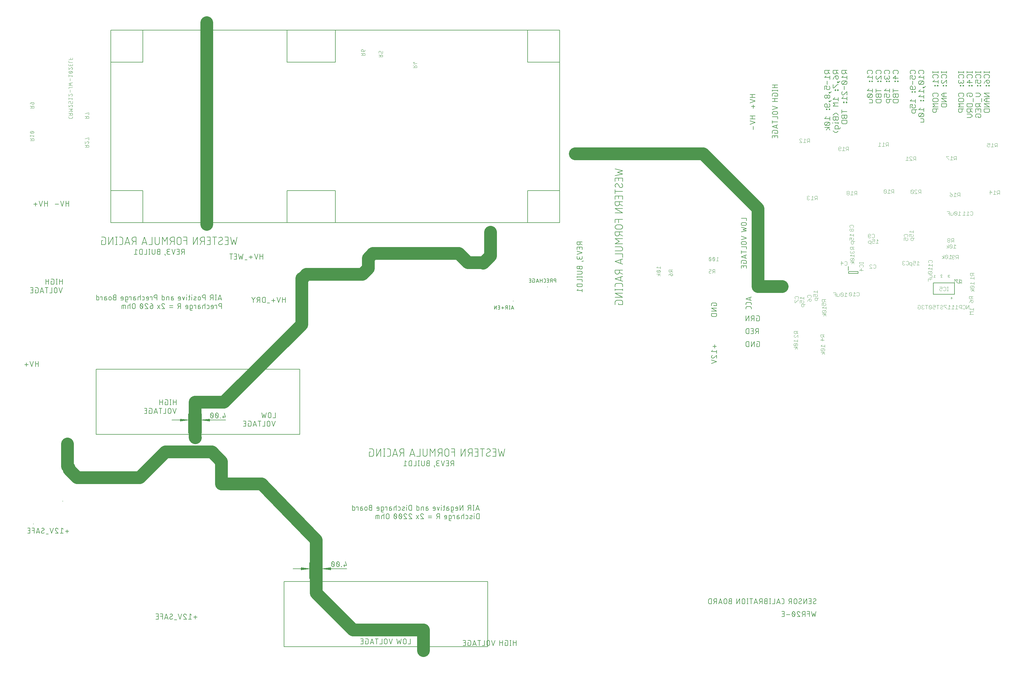
<source format=gbo>
%MOIN*%
%OFA0B0*%
%FSLAX34Y34*%
%IPPOS*%
%LPD*%
%AMOC8*
5,1,8,0,0,$1,112.5*%
%AMOC80*
5,1,8,0,0,$1,22.5*%
%AMOC81*
5,1,8,0,0,$1,22.5*%
%AMOC80*
5,1,8,0,0,$1,22.5*%
%AMOC81*
5,1,8,0,0,$1,22.5*%
%AMOC80*
5,1,8,0,0,$1,112.5*%
%ADD10C,0.006000000000000001*%
%ADD11C,0.004*%
%ADD12C,0.0078740157480314977*%
%ADD13C,0.008*%
%ADD24C,0.006000000000000001*%
%ADD25C,0.006000000000000001*%
%ADD26C,0.008*%
%ADD27C,0.0051181102362204732*%
%ADD28C,0.15748031496062992*%
%ADD29R,0.0078740157480314977X0.0078740157480314977*%
%ADD30C,0.006000000000000001*%
%ADD31C,0.008*%
%ADD32C,0.0051181102362204732*%
%ADD33C,0.15748031496062992*%
%ADD34R,0.0078740157480314977X0.0078740157480314977*%
%ADD35C,0.005*%
%ADD36C,0.006000000000000001*%
%ADD37C,0.15748031496062992*%
%ADD38C,0.004*%
%ADD39C,0.005*%
%ADD40C,0.008*%
%ADD41C,0.006000000000000001*%
%ADD42C,0.15748031496062992*%
%ADD43C,0.004*%
G75*
G01*
D10*
X0099688Y0071035D02*
X0099047Y0071035D01*
X0099047Y0070715D01*
X0099154Y0070608D01*
X0099367Y0070608D01*
X0099474Y0070715D01*
X0099474Y0071035D01*
X0099474Y0070821D02*
X0099688Y0070608D01*
X0099261Y0070390D02*
X0099047Y0070177D01*
X0099688Y0070177D01*
X0099688Y0070390D02*
X0099688Y0069963D01*
X0099367Y0069746D02*
X0099367Y0069319D01*
X0099047Y0069101D02*
X0099047Y0068674D01*
X0099047Y0069101D02*
X0099367Y0069101D01*
X0099261Y0068888D01*
X0099261Y0068781D01*
X0099367Y0068674D01*
X0099581Y0068674D01*
X0099688Y0068781D01*
X0099688Y0068994D01*
X0099581Y0069101D01*
X0099901Y0068457D02*
X0099688Y0068243D01*
X0099581Y0068243D01*
X0099581Y0068350D01*
X0099688Y0068350D01*
X0099688Y0068243D01*
X0099154Y0068027D02*
X0099047Y0067920D01*
X0099047Y0067707D01*
X0099154Y0067600D01*
X0099261Y0067600D01*
X0099367Y0067707D01*
X0099474Y0067600D01*
X0099581Y0067600D01*
X0099688Y0067707D01*
X0099688Y0067920D01*
X0099581Y0068027D01*
X0099474Y0068027D01*
X0099367Y0067920D01*
X0099261Y0068027D01*
X0099154Y0068027D01*
X0099367Y0067920D02*
X0099367Y0067707D01*
X0099901Y0067382D02*
X0099688Y0067169D01*
X0099581Y0067169D01*
X0099581Y0067276D01*
X0099688Y0067276D01*
X0099688Y0067169D01*
X0099581Y0066953D02*
X0099688Y0066846D01*
X0099688Y0066632D01*
X0099581Y0066526D01*
X0099154Y0066526D01*
X0099047Y0066632D01*
X0099047Y0066846D01*
X0099154Y0066953D01*
X0099261Y0066953D01*
X0099367Y0066846D01*
X0099367Y0066526D01*
X0099261Y0066308D02*
X0099261Y0066201D01*
X0099367Y0066201D01*
X0099367Y0066308D01*
X0099261Y0066308D01*
X0099581Y0066308D02*
X0099581Y0066201D01*
X0099688Y0066201D01*
X0099688Y0066308D01*
X0099581Y0066308D01*
X0099261Y0065341D02*
X0099047Y0065128D01*
X0099688Y0065128D01*
X0099688Y0064914D02*
X0099688Y0065341D01*
X0099581Y0064697D02*
X0099154Y0064697D01*
X0099047Y0064590D01*
X0099047Y0064377D01*
X0099154Y0064270D01*
X0099581Y0064270D01*
X0099688Y0064377D01*
X0099688Y0064590D01*
X0099581Y0064697D01*
X0099154Y0064270D01*
X0099047Y0064052D02*
X0099688Y0064052D01*
X0099474Y0064052D02*
X0099688Y0063732D01*
X0099474Y0064052D02*
X0099261Y0063732D01*
X0100097Y0071035D02*
X0100738Y0071035D01*
X0100097Y0071035D02*
X0100097Y0070715D01*
X0100204Y0070608D01*
X0100417Y0070608D01*
X0100524Y0070715D01*
X0100524Y0071035D01*
X0100524Y0070821D02*
X0100738Y0070608D01*
X0100204Y0070177D02*
X0100097Y0069963D01*
X0100204Y0070177D02*
X0100417Y0070390D01*
X0100631Y0070390D01*
X0100738Y0070284D01*
X0100738Y0070070D01*
X0100631Y0069963D01*
X0100524Y0069963D01*
X0100417Y0070070D01*
X0100417Y0070390D01*
X0100951Y0069746D02*
X0100738Y0069532D01*
X0100631Y0069532D01*
X0100631Y0069639D01*
X0100738Y0069639D01*
X0100738Y0069532D01*
X0100097Y0069316D02*
X0100097Y0068889D01*
X0100204Y0068889D01*
X0100631Y0069316D01*
X0100738Y0069316D01*
X0100311Y0068672D02*
X0100311Y0068565D01*
X0100417Y0068565D01*
X0100417Y0068672D01*
X0100311Y0068672D01*
X0100631Y0068672D02*
X0100631Y0068565D01*
X0100738Y0068565D01*
X0100738Y0068672D01*
X0100631Y0068672D01*
X0100311Y0067705D02*
X0100097Y0067491D01*
X0100738Y0067491D01*
X0100738Y0067278D02*
X0100738Y0067705D01*
X0100738Y0067060D02*
X0100097Y0067060D01*
X0100311Y0066847D01*
X0100097Y0066633D01*
X0100738Y0066633D01*
X0100524Y0065771D02*
X0100738Y0065558D01*
X0100524Y0065771D02*
X0100311Y0065771D01*
X0100097Y0065558D01*
X0100097Y0065341D02*
X0100738Y0065341D01*
X0100097Y0065341D02*
X0100097Y0065021D01*
X0100204Y0064914D01*
X0100311Y0064914D01*
X0100417Y0065021D01*
X0100524Y0064914D01*
X0100631Y0064914D01*
X0100738Y0065021D01*
X0100738Y0065341D01*
X0100417Y0065341D02*
X0100417Y0065021D01*
X0100311Y0064697D02*
X0100311Y0064590D01*
X0100738Y0064590D01*
X0100738Y0064483D02*
X0100738Y0064697D01*
X0100097Y0064590D02*
X0099990Y0064590D01*
X0100951Y0064054D02*
X0100951Y0063947D01*
X0100844Y0063840D01*
X0100311Y0063840D01*
X0100311Y0064160D01*
X0100417Y0064267D01*
X0100631Y0064267D01*
X0100738Y0064160D01*
X0100738Y0063840D01*
X0100738Y0063623D02*
X0100524Y0063409D01*
X0100311Y0063409D01*
X0100097Y0063623D01*
X0101147Y0071035D02*
X0101788Y0071035D01*
X0101147Y0071035D02*
X0101147Y0070715D01*
X0101254Y0070608D01*
X0101467Y0070608D01*
X0101574Y0070715D01*
X0101574Y0071035D01*
X0101574Y0070821D02*
X0101788Y0070608D01*
X0101361Y0070390D02*
X0101147Y0070177D01*
X0101788Y0070177D01*
X0101788Y0070390D02*
X0101788Y0069963D01*
X0101681Y0069746D02*
X0101254Y0069746D01*
X0101147Y0069639D01*
X0101147Y0069425D01*
X0101254Y0069319D01*
X0101681Y0069319D01*
X0101788Y0069425D01*
X0101788Y0069639D01*
X0101681Y0069746D01*
X0101254Y0069319D01*
X0101467Y0069101D02*
X0101467Y0068674D01*
X0101788Y0068457D02*
X0101788Y0068030D01*
X0101788Y0068457D02*
X0101361Y0068030D01*
X0101254Y0068030D01*
X0101147Y0068136D01*
X0101147Y0068350D01*
X0101254Y0068457D01*
X0101361Y0067812D02*
X0101147Y0067599D01*
X0101788Y0067599D01*
X0101788Y0067812D02*
X0101788Y0067385D01*
X0101361Y0067168D02*
X0101361Y0067061D01*
X0101467Y0067061D01*
X0101467Y0067168D01*
X0101361Y0067168D01*
X0101681Y0067168D02*
X0101681Y0067061D01*
X0101788Y0067061D01*
X0101788Y0067168D01*
X0101681Y0067168D01*
X0101788Y0065987D02*
X0101147Y0065987D01*
X0101147Y0066201D02*
X0101147Y0065774D01*
X0101147Y0065556D02*
X0101788Y0065556D01*
X0101147Y0065556D02*
X0101147Y0065236D01*
X0101254Y0065129D01*
X0101361Y0065129D01*
X0101467Y0065236D01*
X0101574Y0065129D01*
X0101681Y0065129D01*
X0101788Y0065236D01*
X0101788Y0065556D01*
X0101467Y0065556D02*
X0101467Y0065236D01*
X0101147Y0064912D02*
X0101788Y0064912D01*
X0101788Y0064591D01*
X0101681Y0064485D01*
X0101254Y0064485D01*
X0101147Y0064591D01*
X0101147Y0064912D01*
X0104404Y0070608D02*
X0104297Y0070715D01*
X0104297Y0070928D01*
X0104404Y0071035D01*
X0104831Y0071035D01*
X0104938Y0070928D01*
X0104938Y0070715D01*
X0104831Y0070608D01*
X0104511Y0070390D02*
X0104297Y0070177D01*
X0104938Y0070177D01*
X0104938Y0070390D02*
X0104938Y0069963D01*
X0104511Y0069746D02*
X0104511Y0069639D01*
X0104617Y0069639D01*
X0104617Y0069746D01*
X0104511Y0069746D01*
X0104831Y0069746D02*
X0104831Y0069639D01*
X0104938Y0069639D01*
X0104938Y0069746D01*
X0104831Y0069746D01*
X0104511Y0068779D02*
X0104297Y0068565D01*
X0104938Y0068565D01*
X0104938Y0068352D02*
X0104938Y0068779D01*
X0104831Y0068134D02*
X0104404Y0068134D01*
X0104297Y0068028D01*
X0104297Y0067814D01*
X0104404Y0067707D01*
X0104831Y0067707D01*
X0104938Y0067814D01*
X0104938Y0068028D01*
X0104831Y0068134D01*
X0104404Y0067707D01*
X0104511Y0067490D02*
X0104831Y0067490D01*
X0104938Y0067383D01*
X0104938Y0067063D01*
X0104511Y0067063D01*
X0105454Y0070608D02*
X0105347Y0070715D01*
X0105347Y0070928D01*
X0105454Y0071035D01*
X0105881Y0071035D01*
X0105988Y0070928D01*
X0105988Y0070715D01*
X0105881Y0070608D01*
X0105988Y0070390D02*
X0105988Y0069963D01*
X0105988Y0070390D02*
X0105561Y0069963D01*
X0105454Y0069963D01*
X0105347Y0070070D01*
X0105347Y0070284D01*
X0105454Y0070390D01*
X0105561Y0069746D02*
X0105561Y0069639D01*
X0105667Y0069639D01*
X0105667Y0069746D01*
X0105561Y0069746D01*
X0105881Y0069746D02*
X0105881Y0069639D01*
X0105988Y0069639D01*
X0105988Y0069746D01*
X0105881Y0069746D01*
X0105988Y0068565D02*
X0105347Y0068565D01*
X0105347Y0068352D02*
X0105347Y0068779D01*
X0105347Y0068134D02*
X0105988Y0068134D01*
X0105347Y0068134D02*
X0105347Y0067814D01*
X0105454Y0067707D01*
X0105561Y0067707D01*
X0105667Y0067814D01*
X0105774Y0067707D01*
X0105881Y0067707D01*
X0105988Y0067814D01*
X0105988Y0068134D01*
X0105667Y0068134D02*
X0105667Y0067814D01*
X0105347Y0067490D02*
X0105988Y0067490D01*
X0105988Y0067170D01*
X0105881Y0067063D01*
X0105454Y0067063D01*
X0105347Y0067170D01*
X0105347Y0067490D01*
X0106504Y0070608D02*
X0106397Y0070715D01*
X0106397Y0070928D01*
X0106504Y0071035D01*
X0106931Y0071035D01*
X0107038Y0070928D01*
X0107038Y0070715D01*
X0106931Y0070608D01*
X0106504Y0070390D02*
X0106397Y0070284D01*
X0106397Y0070070D01*
X0106504Y0069963D01*
X0106611Y0069963D01*
X0106717Y0070070D01*
X0106717Y0070177D01*
X0106717Y0070070D02*
X0106824Y0069963D01*
X0106931Y0069963D01*
X0107038Y0070070D01*
X0107038Y0070284D01*
X0106931Y0070390D01*
X0106611Y0069746D02*
X0106611Y0069639D01*
X0106717Y0069639D01*
X0106717Y0069746D01*
X0106611Y0069746D01*
X0106931Y0069746D02*
X0106931Y0069639D01*
X0107038Y0069639D01*
X0107038Y0069746D01*
X0106931Y0069746D01*
X0106611Y0068779D02*
X0106397Y0068565D01*
X0107038Y0068565D01*
X0107038Y0068352D02*
X0107038Y0068779D01*
X0106397Y0068134D02*
X0106397Y0067707D01*
X0106397Y0068134D02*
X0106717Y0068134D01*
X0106611Y0067921D01*
X0106611Y0067814D01*
X0106717Y0067707D01*
X0106931Y0067707D01*
X0107038Y0067814D01*
X0107038Y0068028D01*
X0106931Y0068134D01*
X0107251Y0067490D02*
X0106611Y0067490D01*
X0106611Y0067170D01*
X0106717Y0067063D01*
X0106931Y0067063D01*
X0107038Y0067170D01*
X0107038Y0067490D01*
X0107554Y0070608D02*
X0107447Y0070715D01*
X0107447Y0070928D01*
X0107554Y0071035D01*
X0107981Y0071035D01*
X0108088Y0070928D01*
X0108088Y0070715D01*
X0107981Y0070608D01*
X0108088Y0070070D02*
X0107447Y0070070D01*
X0107767Y0070390D01*
X0107767Y0069963D01*
X0107661Y0069746D02*
X0107661Y0069639D01*
X0107767Y0069639D01*
X0107767Y0069746D01*
X0107661Y0069746D01*
X0107981Y0069746D02*
X0107981Y0069639D01*
X0108088Y0069639D01*
X0108088Y0069746D01*
X0107981Y0069746D01*
X0108088Y0068565D02*
X0107447Y0068565D01*
X0107447Y0068352D02*
X0107447Y0068779D01*
X0107447Y0068134D02*
X0108088Y0068134D01*
X0107447Y0068134D02*
X0107447Y0067814D01*
X0107554Y0067707D01*
X0107661Y0067707D01*
X0107767Y0067814D01*
X0107874Y0067707D01*
X0107981Y0067707D01*
X0108088Y0067814D01*
X0108088Y0068134D01*
X0107767Y0068134D02*
X0107767Y0067814D01*
X0107447Y0067490D02*
X0108088Y0067490D01*
X0108088Y0067170D01*
X0107981Y0067063D01*
X0107554Y0067063D01*
X0107447Y0067170D01*
X0107447Y0067490D01*
X0109654Y0070608D02*
X0109547Y0070715D01*
X0109547Y0070928D01*
X0109654Y0071035D01*
X0110081Y0071035D01*
X0110188Y0070928D01*
X0110188Y0070715D01*
X0110081Y0070608D01*
X0109547Y0070390D02*
X0109547Y0069963D01*
X0109547Y0070390D02*
X0109867Y0070390D01*
X0109761Y0070177D01*
X0109761Y0070070D01*
X0109867Y0069963D01*
X0110081Y0069963D01*
X0110188Y0070070D01*
X0110188Y0070284D01*
X0110081Y0070390D01*
X0109867Y0069746D02*
X0109867Y0069319D01*
X0110081Y0069101D02*
X0110188Y0068994D01*
X0110188Y0068781D01*
X0110081Y0068674D01*
X0109654Y0068674D01*
X0109547Y0068781D01*
X0109547Y0068994D01*
X0109654Y0069101D01*
X0109761Y0069101D01*
X0109867Y0068994D01*
X0109867Y0068674D01*
X0109761Y0068457D02*
X0109761Y0068350D01*
X0109867Y0068350D01*
X0109867Y0068457D01*
X0109761Y0068457D01*
X0110081Y0068457D02*
X0110081Y0068350D01*
X0110188Y0068350D01*
X0110188Y0068457D01*
X0110081Y0068457D01*
X0109761Y0067490D02*
X0109547Y0067276D01*
X0110188Y0067276D01*
X0110188Y0067490D02*
X0110188Y0067063D01*
X0109547Y0066845D02*
X0109547Y0066418D01*
X0109547Y0066845D02*
X0109867Y0066845D01*
X0109761Y0066632D01*
X0109761Y0066525D01*
X0109867Y0066418D01*
X0110081Y0066418D01*
X0110188Y0066525D01*
X0110188Y0066739D01*
X0110081Y0066845D01*
X0110401Y0066201D02*
X0109761Y0066201D01*
X0109761Y0065880D01*
X0109867Y0065774D01*
X0110081Y0065774D01*
X0110188Y0065880D01*
X0110188Y0066201D01*
X0110704Y0070608D02*
X0110597Y0070715D01*
X0110597Y0070928D01*
X0110704Y0071035D01*
X0111131Y0071035D01*
X0111238Y0070928D01*
X0111238Y0070715D01*
X0111131Y0070608D01*
X0110811Y0070390D02*
X0110597Y0070177D01*
X0111238Y0070177D01*
X0111238Y0070390D02*
X0111238Y0069963D01*
X0111131Y0069746D02*
X0110704Y0069746D01*
X0110597Y0069639D01*
X0110597Y0069425D01*
X0110704Y0069319D01*
X0111131Y0069319D01*
X0111238Y0069425D01*
X0111238Y0069639D01*
X0111131Y0069746D01*
X0110704Y0069319D01*
X0111238Y0068888D02*
X0111451Y0069101D01*
X0111238Y0068888D02*
X0111131Y0068888D01*
X0111131Y0068994D01*
X0111238Y0068994D01*
X0111238Y0068888D01*
X0110811Y0068672D02*
X0110597Y0068458D01*
X0111238Y0068458D01*
X0111238Y0068672D02*
X0111238Y0068244D01*
X0110811Y0068027D02*
X0110597Y0067813D01*
X0111238Y0067813D01*
X0111238Y0068027D02*
X0111238Y0067600D01*
X0110811Y0067382D02*
X0110811Y0067276D01*
X0110917Y0067276D01*
X0110917Y0067382D01*
X0110811Y0067382D01*
X0111131Y0067382D02*
X0111131Y0067276D01*
X0111238Y0067276D01*
X0111238Y0067382D01*
X0111131Y0067382D01*
X0110811Y0066416D02*
X0110597Y0066202D01*
X0111238Y0066202D01*
X0111238Y0066416D02*
X0111238Y0065989D01*
X0111131Y0065771D02*
X0110704Y0065771D01*
X0110597Y0065664D01*
X0110597Y0065451D01*
X0110704Y0065344D01*
X0111131Y0065344D01*
X0111238Y0065451D01*
X0111238Y0065664D01*
X0111131Y0065771D01*
X0110704Y0065344D01*
X0110811Y0065126D02*
X0111131Y0065126D01*
X0111238Y0065020D01*
X0111238Y0064699D01*
X0110811Y0064699D01*
X0112972Y0070721D02*
X0112972Y0070935D01*
X0112972Y0070828D02*
X0112332Y0070828D01*
X0112332Y0070721D02*
X0112332Y0070935D01*
X0112332Y0070185D02*
X0112438Y0070078D01*
X0112332Y0070185D02*
X0112332Y0070398D01*
X0112438Y0070505D01*
X0112865Y0070505D01*
X0112972Y0070398D01*
X0112972Y0070185D01*
X0112865Y0070078D01*
X0112545Y0069861D02*
X0112332Y0069647D01*
X0112972Y0069647D01*
X0112972Y0069861D02*
X0112972Y0069434D01*
X0112545Y0069216D02*
X0112545Y0069109D01*
X0112652Y0069109D01*
X0112652Y0069216D01*
X0112545Y0069216D01*
X0112865Y0069216D02*
X0112865Y0069109D01*
X0112972Y0069109D01*
X0112972Y0069216D01*
X0112865Y0069216D01*
X0112332Y0067929D02*
X0112438Y0067822D01*
X0112332Y0067929D02*
X0112332Y0068142D01*
X0112438Y0068249D01*
X0112865Y0068249D01*
X0112972Y0068142D01*
X0112972Y0067929D01*
X0112865Y0067822D01*
X0112332Y0067498D02*
X0112332Y0067284D01*
X0112332Y0067498D02*
X0112438Y0067605D01*
X0112865Y0067605D01*
X0112972Y0067498D01*
X0112972Y0067284D01*
X0112865Y0067178D01*
X0112438Y0067178D01*
X0112332Y0067284D01*
X0112332Y0066960D02*
X0112972Y0066960D01*
X0112545Y0066747D02*
X0112332Y0066960D01*
X0112545Y0066747D02*
X0112332Y0066533D01*
X0112972Y0066533D01*
X0112972Y0066316D02*
X0112332Y0066316D01*
X0112332Y0065995D01*
X0112438Y0065889D01*
X0112652Y0065889D01*
X0112759Y0065995D01*
X0112759Y0066316D01*
X0114022Y0070721D02*
X0114022Y0070935D01*
X0114022Y0070828D02*
X0113382Y0070828D01*
X0113382Y0070721D02*
X0113382Y0070935D01*
X0113382Y0070185D02*
X0113488Y0070078D01*
X0113382Y0070185D02*
X0113382Y0070398D01*
X0113488Y0070505D01*
X0113915Y0070505D01*
X0114022Y0070398D01*
X0114022Y0070185D01*
X0113915Y0070078D01*
X0114022Y0069861D02*
X0114022Y0069434D01*
X0114022Y0069861D02*
X0113595Y0069434D01*
X0113488Y0069434D01*
X0113382Y0069540D01*
X0113382Y0069754D01*
X0113488Y0069861D01*
X0113595Y0069216D02*
X0113595Y0069109D01*
X0113702Y0069109D01*
X0113702Y0069216D01*
X0113595Y0069216D01*
X0113915Y0069216D02*
X0113915Y0069109D01*
X0114022Y0069109D01*
X0114022Y0069216D01*
X0113915Y0069216D01*
X0114022Y0068249D02*
X0113595Y0068249D01*
X0113382Y0068036D01*
X0113595Y0067822D01*
X0114022Y0067822D01*
X0113702Y0067822D02*
X0113702Y0068249D01*
X0114022Y0067605D02*
X0113382Y0067605D01*
X0114022Y0067178D01*
X0113382Y0067178D01*
X0113382Y0066960D02*
X0114022Y0066960D01*
X0114022Y0066640D01*
X0113915Y0066533D01*
X0113488Y0066533D01*
X0113382Y0066640D01*
X0113382Y0066960D01*
X0116122Y0070721D02*
X0116122Y0070935D01*
X0116122Y0070828D02*
X0115482Y0070828D01*
X0115482Y0070721D02*
X0115482Y0070935D01*
X0115482Y0070185D02*
X0115588Y0070078D01*
X0115482Y0070185D02*
X0115482Y0070398D01*
X0115588Y0070505D01*
X0116015Y0070505D01*
X0116122Y0070398D01*
X0116122Y0070185D01*
X0116015Y0070078D01*
X0115588Y0069861D02*
X0115482Y0069754D01*
X0115482Y0069540D01*
X0115588Y0069434D01*
X0115695Y0069434D01*
X0115802Y0069540D01*
X0115802Y0069647D01*
X0115802Y0069540D02*
X0115909Y0069434D01*
X0116015Y0069434D01*
X0116122Y0069540D01*
X0116122Y0069754D01*
X0116015Y0069861D01*
X0115695Y0069216D02*
X0115695Y0069109D01*
X0115802Y0069109D01*
X0115802Y0069216D01*
X0115695Y0069216D01*
X0116015Y0069216D02*
X0116015Y0069109D01*
X0116122Y0069109D01*
X0116122Y0069216D01*
X0116015Y0069216D01*
X0115482Y0067929D02*
X0115588Y0067822D01*
X0115482Y0067929D02*
X0115482Y0068142D01*
X0115588Y0068249D01*
X0116015Y0068249D01*
X0116122Y0068142D01*
X0116122Y0067929D01*
X0116015Y0067822D01*
X0115482Y0067498D02*
X0115482Y0067284D01*
X0115482Y0067498D02*
X0115588Y0067605D01*
X0116015Y0067605D01*
X0116122Y0067498D01*
X0116122Y0067284D01*
X0116015Y0067178D01*
X0115588Y0067178D01*
X0115482Y0067284D01*
X0115482Y0066960D02*
X0116122Y0066960D01*
X0115695Y0066747D02*
X0115482Y0066960D01*
X0115695Y0066747D02*
X0115482Y0066533D01*
X0116122Y0066533D01*
X0116122Y0066316D02*
X0115482Y0066316D01*
X0115482Y0065995D01*
X0115588Y0065889D01*
X0115802Y0065889D01*
X0115909Y0065995D01*
X0115909Y0066316D01*
X0117172Y0070721D02*
X0117172Y0070935D01*
X0117172Y0070828D02*
X0116532Y0070828D01*
X0116532Y0070721D02*
X0116532Y0070935D01*
X0116532Y0070185D02*
X0116638Y0070078D01*
X0116532Y0070185D02*
X0116532Y0070398D01*
X0116638Y0070505D01*
X0117065Y0070505D01*
X0117172Y0070398D01*
X0117172Y0070185D01*
X0117065Y0070078D01*
X0117172Y0069540D02*
X0116532Y0069540D01*
X0116852Y0069861D01*
X0116852Y0069434D01*
X0116745Y0069216D02*
X0116745Y0069109D01*
X0116852Y0069109D01*
X0116852Y0069216D01*
X0116745Y0069216D01*
X0117065Y0069216D02*
X0117065Y0069109D01*
X0117172Y0069109D01*
X0117172Y0069216D01*
X0117065Y0069216D01*
X0116532Y0067929D02*
X0116638Y0067822D01*
X0116532Y0067929D02*
X0116532Y0068142D01*
X0116638Y0068249D01*
X0117065Y0068249D01*
X0117172Y0068142D01*
X0117172Y0067929D01*
X0117065Y0067822D01*
X0116852Y0067822D01*
X0116852Y0068036D01*
X0117279Y0067605D02*
X0117279Y0067178D01*
X0117172Y0066960D02*
X0116532Y0066960D01*
X0117172Y0066960D02*
X0117172Y0066640D01*
X0117065Y0066533D01*
X0116638Y0066533D01*
X0116532Y0066640D01*
X0116532Y0066960D01*
X0116532Y0066316D02*
X0117172Y0066316D01*
X0116532Y0066316D02*
X0116532Y0065995D01*
X0116638Y0065889D01*
X0116852Y0065889D01*
X0116959Y0065995D01*
X0116959Y0066316D01*
X0116959Y0066102D02*
X0117172Y0065889D01*
X0116959Y0065671D02*
X0116532Y0065671D01*
X0116959Y0065671D02*
X0117172Y0065458D01*
X0116959Y0065244D01*
X0116532Y0065244D01*
X0118222Y0070721D02*
X0118222Y0070935D01*
X0118222Y0070828D02*
X0117582Y0070828D01*
X0117582Y0070721D02*
X0117582Y0070935D01*
X0117582Y0070185D02*
X0117688Y0070078D01*
X0117582Y0070185D02*
X0117582Y0070398D01*
X0117688Y0070505D01*
X0118115Y0070505D01*
X0118222Y0070398D01*
X0118222Y0070185D01*
X0118115Y0070078D01*
X0117582Y0069861D02*
X0117582Y0069434D01*
X0117582Y0069861D02*
X0117902Y0069861D01*
X0117795Y0069647D01*
X0117795Y0069540D01*
X0117902Y0069434D01*
X0118115Y0069434D01*
X0118222Y0069540D01*
X0118222Y0069754D01*
X0118115Y0069861D01*
X0117795Y0069216D02*
X0117795Y0069109D01*
X0117902Y0069109D01*
X0117902Y0069216D01*
X0117795Y0069216D01*
X0118115Y0069216D02*
X0118115Y0069109D01*
X0118222Y0069109D01*
X0118222Y0069216D01*
X0118115Y0069216D01*
X0118009Y0068249D02*
X0117582Y0068249D01*
X0118009Y0068249D02*
X0118222Y0068036D01*
X0118009Y0067822D01*
X0117582Y0067822D01*
X0118329Y0067605D02*
X0118329Y0067178D01*
X0118222Y0066960D02*
X0117582Y0066960D01*
X0117582Y0066640D01*
X0117688Y0066533D01*
X0117902Y0066533D01*
X0118009Y0066640D01*
X0118009Y0066960D01*
X0118009Y0066747D02*
X0118222Y0066533D01*
X0117582Y0066316D02*
X0117582Y0065889D01*
X0117582Y0066316D02*
X0118222Y0066316D01*
X0118222Y0065889D01*
X0117902Y0066102D02*
X0117902Y0066316D01*
X0117582Y0065351D02*
X0117688Y0065244D01*
X0117582Y0065351D02*
X0117582Y0065564D01*
X0117688Y0065671D01*
X0118115Y0065671D01*
X0118222Y0065564D01*
X0118222Y0065351D01*
X0118115Y0065244D01*
X0117902Y0065244D01*
X0117902Y0065458D01*
X0119272Y0070721D02*
X0119272Y0070935D01*
X0119272Y0070828D02*
X0118632Y0070828D01*
X0118632Y0070721D02*
X0118632Y0070935D01*
X0118632Y0070185D02*
X0118738Y0070078D01*
X0118632Y0070185D02*
X0118632Y0070398D01*
X0118738Y0070505D01*
X0119165Y0070505D01*
X0119272Y0070398D01*
X0119272Y0070185D01*
X0119165Y0070078D01*
X0118738Y0069647D02*
X0118632Y0069434D01*
X0118738Y0069647D02*
X0118952Y0069861D01*
X0119165Y0069861D01*
X0119272Y0069754D01*
X0119272Y0069540D01*
X0119165Y0069434D01*
X0119059Y0069434D01*
X0118952Y0069540D01*
X0118952Y0069861D01*
X0118845Y0069216D02*
X0118845Y0069109D01*
X0118952Y0069109D01*
X0118952Y0069216D01*
X0118845Y0069216D01*
X0119165Y0069216D02*
X0119165Y0069109D01*
X0119272Y0069109D01*
X0119272Y0069216D01*
X0119165Y0069216D01*
X0119272Y0068249D02*
X0118632Y0068249D01*
X0119272Y0067822D01*
X0118632Y0067822D01*
X0118845Y0067605D02*
X0119272Y0067605D01*
X0118845Y0067605D02*
X0118632Y0067391D01*
X0118845Y0067178D01*
X0119272Y0067178D01*
X0118952Y0067178D02*
X0118952Y0067605D01*
X0119272Y0066960D02*
X0118632Y0066960D01*
X0119272Y0066533D01*
X0118632Y0066533D01*
X0118632Y0066316D02*
X0119272Y0066316D01*
X0119272Y0065995D01*
X0119165Y0065889D01*
X0118738Y0065889D01*
X0118632Y0065995D01*
X0118632Y0066316D01*
D11*
X0117259Y0043294D02*
X0116798Y0043294D01*
X0116798Y0043064D01*
X0116875Y0042987D01*
X0117028Y0042987D01*
X0117105Y0043064D01*
X0117105Y0043294D01*
X0117105Y0043141D02*
X0117259Y0042987D01*
X0116875Y0042680D02*
X0116798Y0042527D01*
X0116875Y0042680D02*
X0117028Y0042834D01*
X0117182Y0042834D01*
X0117259Y0042757D01*
X0117259Y0042603D01*
X0117182Y0042527D01*
X0117105Y0042527D01*
X0117028Y0042603D01*
X0117028Y0042834D01*
X0117002Y0041865D02*
X0116849Y0041712D01*
X0117309Y0041712D01*
X0117309Y0041865D02*
X0117309Y0041558D01*
X0117309Y0041405D02*
X0116849Y0041405D01*
X0117002Y0041251D01*
X0116849Y0041098D01*
X0117309Y0041098D01*
X0115869Y0044848D02*
X0115869Y0045309D01*
X0115639Y0045309D01*
X0115562Y0045232D01*
X0115562Y0045078D01*
X0115639Y0045002D01*
X0115869Y0045002D01*
X0115716Y0045002D02*
X0115562Y0044848D01*
X0115409Y0045309D02*
X0115102Y0045309D01*
X0115102Y0045232D01*
X0115409Y0044925D01*
X0115409Y0044848D01*
X0115740Y0045254D02*
X0115587Y0045408D01*
X0115587Y0044947D01*
X0115740Y0044947D02*
X0115434Y0044947D01*
X0115280Y0044947D02*
X0115280Y0045408D01*
X0115127Y0045254D01*
X0114973Y0045408D01*
X0114973Y0044947D01*
X0095765Y0039025D02*
X0095305Y0039025D01*
X0095305Y0038795D01*
X0095381Y0038718D01*
X0095535Y0038718D01*
X0095611Y0038795D01*
X0095611Y0039025D01*
X0095611Y0038871D02*
X0095765Y0038718D01*
X0095765Y0038564D02*
X0095765Y0038257D01*
X0095765Y0038564D02*
X0095458Y0038257D01*
X0095381Y0038257D01*
X0095305Y0038334D01*
X0095305Y0038488D01*
X0095381Y0038564D01*
X0095412Y0037980D02*
X0095258Y0037827D01*
X0095718Y0037827D01*
X0095718Y0037980D02*
X0095718Y0037673D01*
X0095642Y0037520D02*
X0095335Y0037520D01*
X0095258Y0037443D01*
X0095258Y0037289D01*
X0095335Y0037213D01*
X0095642Y0037213D01*
X0095718Y0037289D01*
X0095718Y0037443D01*
X0095642Y0037520D01*
X0095335Y0037213D01*
X0095258Y0037059D02*
X0095718Y0037059D01*
X0095565Y0037059D02*
X0095718Y0036829D01*
X0095565Y0037059D02*
X0095412Y0036829D01*
X0102182Y0049352D02*
X0102643Y0049352D01*
X0102182Y0049352D02*
X0102182Y0049121D01*
X0102259Y0049045D01*
X0102413Y0049045D01*
X0102489Y0049121D01*
X0102489Y0049352D01*
X0102489Y0049198D02*
X0102643Y0049045D01*
X0102259Y0048891D02*
X0102182Y0048814D01*
X0102182Y0048661D01*
X0102259Y0048584D01*
X0102336Y0048584D01*
X0102413Y0048661D01*
X0102413Y0048738D01*
X0102413Y0048661D02*
X0102489Y0048584D01*
X0102566Y0048584D01*
X0102643Y0048661D01*
X0102643Y0048814D01*
X0102566Y0048891D01*
X0102358Y0048427D02*
X0102205Y0048273D01*
X0102665Y0048273D01*
X0102665Y0048427D02*
X0102665Y0048120D01*
X0102588Y0047966D02*
X0102281Y0047966D01*
X0102205Y0047890D01*
X0102205Y0047736D01*
X0102281Y0047659D01*
X0102588Y0047659D01*
X0102665Y0047736D01*
X0102665Y0047890D01*
X0102588Y0047966D01*
X0102281Y0047659D01*
X0102205Y0047506D02*
X0102665Y0047506D01*
X0102511Y0047506D02*
X0102665Y0047276D01*
X0102511Y0047506D02*
X0102358Y0047276D01*
X0099002Y0038597D02*
X0098542Y0038597D01*
X0098542Y0038367D01*
X0098619Y0038290D01*
X0098772Y0038290D01*
X0098849Y0038367D01*
X0098849Y0038597D01*
X0098849Y0038444D02*
X0099002Y0038290D01*
X0099002Y0037907D02*
X0098542Y0037907D01*
X0098772Y0038137D01*
X0098772Y0037830D01*
X0098738Y0037346D02*
X0098584Y0037192D01*
X0099044Y0037192D01*
X0099044Y0037346D02*
X0099044Y0037039D01*
X0098968Y0036885D02*
X0098661Y0036885D01*
X0098584Y0036809D01*
X0098584Y0036655D01*
X0098661Y0036578D01*
X0098968Y0036578D01*
X0099044Y0036655D01*
X0099044Y0036809D01*
X0098968Y0036885D01*
X0098661Y0036578D01*
X0098584Y0036425D02*
X0099044Y0036425D01*
X0098891Y0036425D02*
X0099044Y0036195D01*
X0098891Y0036425D02*
X0098738Y0036195D01*
X0098712Y0042905D02*
X0099172Y0042905D01*
X0098712Y0042905D02*
X0098712Y0042675D01*
X0098788Y0042598D01*
X0098942Y0042598D01*
X0099019Y0042675D01*
X0099019Y0042905D01*
X0099019Y0042752D02*
X0099172Y0042598D01*
X0098712Y0042445D02*
X0098712Y0042138D01*
X0098712Y0042445D02*
X0098942Y0042445D01*
X0098865Y0042291D01*
X0098865Y0042215D01*
X0098942Y0042138D01*
X0099095Y0042138D01*
X0099172Y0042215D01*
X0099172Y0042368D01*
X0099095Y0042445D01*
X0098910Y0042026D02*
X0098756Y0041873D01*
X0099217Y0041873D01*
X0099217Y0042026D02*
X0099217Y0041720D01*
X0099140Y0041566D02*
X0098833Y0041566D01*
X0098756Y0041489D01*
X0098756Y0041336D01*
X0098833Y0041259D01*
X0099140Y0041259D01*
X0099217Y0041336D01*
X0099217Y0041489D01*
X0099140Y0041566D01*
X0098833Y0041259D01*
X0098756Y0041106D02*
X0099217Y0041106D01*
X0099063Y0041106D02*
X0099217Y0040875D01*
X0099063Y0041106D02*
X0098910Y0040875D01*
X0114892Y0049960D02*
X0114892Y0050420D01*
X0114661Y0050420D01*
X0114585Y0050344D01*
X0114585Y0050190D01*
X0114661Y0050114D01*
X0114892Y0050114D01*
X0114738Y0050114D02*
X0114585Y0049960D01*
X0114431Y0050344D02*
X0114355Y0050420D01*
X0114201Y0050420D01*
X0114124Y0050344D01*
X0114124Y0050267D01*
X0114201Y0050190D01*
X0114124Y0050114D01*
X0114124Y0050037D01*
X0114201Y0049960D01*
X0114355Y0049960D01*
X0114431Y0050037D01*
X0114431Y0050114D01*
X0114355Y0050190D01*
X0114431Y0050267D01*
X0114431Y0050344D01*
X0114355Y0050190D02*
X0114201Y0050190D01*
X0115004Y0049664D02*
X0115157Y0049510D01*
X0115004Y0049664D02*
X0115004Y0049203D01*
X0115157Y0049203D02*
X0114850Y0049203D01*
X0114697Y0049280D02*
X0114697Y0049587D01*
X0114620Y0049664D01*
X0114467Y0049664D01*
X0114390Y0049587D01*
X0114390Y0049280D01*
X0114467Y0049203D01*
X0114620Y0049203D01*
X0114697Y0049280D01*
X0114390Y0049587D01*
X0114236Y0049664D02*
X0114236Y0049203D01*
X0114236Y0049357D02*
X0114006Y0049203D01*
X0114236Y0049357D02*
X0114006Y0049510D01*
X0115442Y0048358D02*
X0115442Y0047898D01*
X0115442Y0048358D02*
X0115211Y0048358D01*
X0115135Y0048282D01*
X0115135Y0048128D01*
X0115211Y0048051D01*
X0115442Y0048051D01*
X0115288Y0048051D02*
X0115135Y0047898D01*
X0114981Y0047975D02*
X0114905Y0047898D01*
X0114751Y0047898D01*
X0114674Y0047975D01*
X0114674Y0048282D01*
X0114751Y0048358D01*
X0114905Y0048358D01*
X0114981Y0048282D01*
X0114981Y0048205D01*
X0114905Y0048128D01*
X0114674Y0048128D01*
X0114607Y0048237D02*
X0114454Y0048390D01*
X0114454Y0047930D01*
X0114607Y0047930D02*
X0114300Y0047930D01*
X0114147Y0048006D02*
X0114147Y0048313D01*
X0114070Y0048390D01*
X0113917Y0048390D01*
X0113840Y0048313D01*
X0113840Y0048006D01*
X0113917Y0047930D01*
X0114070Y0047930D01*
X0114147Y0048006D01*
X0113840Y0048313D01*
X0113686Y0048390D02*
X0113686Y0047930D01*
X0113686Y0048083D02*
X0113456Y0047930D01*
X0113686Y0048083D02*
X0113456Y0048237D01*
X0111870Y0047416D02*
X0111793Y0047493D01*
X0111793Y0047646D01*
X0111870Y0047723D01*
X0112177Y0047723D01*
X0112254Y0047646D01*
X0112254Y0047493D01*
X0112177Y0047416D01*
X0111947Y0047263D02*
X0111793Y0047109D01*
X0112254Y0047109D01*
X0112254Y0047263D02*
X0112254Y0046956D01*
X0111913Y0046831D02*
X0111760Y0046677D01*
X0112220Y0046677D01*
X0112220Y0046831D02*
X0112220Y0046524D01*
X0112143Y0046370D02*
X0111836Y0046370D01*
X0111760Y0046293D01*
X0111760Y0046140D01*
X0111836Y0046063D01*
X0112143Y0046063D01*
X0112220Y0046140D01*
X0112220Y0046293D01*
X0112143Y0046370D01*
X0111836Y0046063D01*
X0111913Y0045910D02*
X0112143Y0045910D01*
X0112220Y0045833D01*
X0112220Y0045603D01*
X0111913Y0045603D01*
X0111760Y0045449D02*
X0112220Y0045449D01*
X0111760Y0045449D02*
X0111760Y0045142D01*
X0111990Y0045296D02*
X0111990Y0045449D01*
D12*
X0101986Y0046123D02*
X0101986Y0046340D01*
X0101986Y0046123D02*
X0103167Y0046123D01*
X0103167Y0046340D01*
X0101986Y0046340D01*
X0101946Y0046477D02*
X0101946Y0046970D01*
D11*
X0103787Y0047332D02*
X0103787Y0047486D01*
X0103787Y0047409D02*
X0103327Y0047409D01*
X0103327Y0047486D02*
X0103327Y0047332D01*
X0103327Y0046949D02*
X0103404Y0046872D01*
X0103327Y0046949D02*
X0103327Y0047102D01*
X0103404Y0047179D01*
X0103711Y0047179D01*
X0103787Y0047102D01*
X0103787Y0046949D01*
X0103711Y0046872D01*
X0103787Y0046488D02*
X0103327Y0046488D01*
X0103557Y0046719D01*
X0103557Y0046412D01*
D13*
X0114985Y0044951D02*
X0114985Y0043551D01*
X0114985Y0044951D02*
X0112405Y0044951D01*
X0112405Y0043551D01*
X0114985Y0043551D01*
D11*
X0114372Y0045885D02*
X0114325Y0045932D01*
X0114232Y0045932D01*
X0114185Y0045885D01*
X0114185Y0045838D01*
X0114232Y0045792D01*
X0114278Y0045792D01*
X0114232Y0045792D02*
X0114185Y0045745D01*
X0114185Y0045698D01*
X0114232Y0045651D01*
X0114325Y0045651D01*
X0114372Y0045698D01*
X0114580Y0043232D02*
X0114580Y0042951D01*
X0114720Y0043092D02*
X0114580Y0043232D01*
X0114533Y0043092D02*
X0114720Y0043092D01*
X0112611Y0045838D02*
X0112517Y0045932D01*
X0112517Y0045651D01*
X0112424Y0045651D02*
X0112611Y0045651D01*
X0113275Y0045655D02*
X0113462Y0045655D01*
X0113275Y0045842D01*
X0113275Y0045889D01*
X0113322Y0045935D01*
X0113415Y0045935D01*
X0113462Y0045889D01*
X0114064Y0043988D02*
X0114218Y0043988D01*
X0114141Y0043988D02*
X0114141Y0044448D01*
X0114218Y0044448D02*
X0114064Y0044448D01*
X0113681Y0044448D02*
X0113604Y0044371D01*
X0113681Y0044448D02*
X0113834Y0044448D01*
X0113911Y0044371D01*
X0113911Y0044064D01*
X0113834Y0043988D01*
X0113681Y0043988D01*
X0113604Y0044064D01*
X0113451Y0044448D02*
X0113144Y0044448D01*
X0113451Y0044448D02*
X0113451Y0044218D01*
X0113297Y0044295D01*
X0113220Y0044295D01*
X0113144Y0044218D01*
X0113144Y0044064D01*
X0113220Y0043988D01*
X0113374Y0043988D01*
X0113451Y0044064D01*
X0116771Y0042202D02*
X0116771Y0041741D01*
X0116464Y0041741D02*
X0116771Y0042202D01*
X0116464Y0042202D02*
X0116464Y0041741D01*
X0116003Y0042125D02*
X0116080Y0042202D01*
X0116234Y0042202D01*
X0116310Y0042125D01*
X0116310Y0041818D01*
X0116234Y0041741D01*
X0116080Y0041741D01*
X0116003Y0041818D01*
X0115850Y0041741D02*
X0115850Y0042202D01*
X0115620Y0042202D01*
X0115543Y0042125D01*
X0115543Y0041972D01*
X0115620Y0041895D01*
X0115850Y0041895D01*
X0115390Y0042048D02*
X0115236Y0042202D01*
X0115236Y0041741D01*
X0115390Y0041741D02*
X0115083Y0041741D01*
X0114929Y0042048D02*
X0114776Y0042202D01*
X0114776Y0041741D01*
X0114929Y0041741D02*
X0114622Y0041741D01*
X0114469Y0042048D02*
X0114315Y0042202D01*
X0114315Y0041741D01*
X0114469Y0041741D02*
X0114162Y0041741D01*
X0114008Y0042202D02*
X0113701Y0042202D01*
X0113701Y0042125D01*
X0114008Y0041818D01*
X0114008Y0041741D01*
X0113318Y0042202D02*
X0113241Y0042125D01*
X0113318Y0042202D02*
X0113471Y0042202D01*
X0113548Y0042125D01*
X0113548Y0042048D01*
X0113471Y0041972D01*
X0113318Y0041972D01*
X0113241Y0041895D01*
X0113241Y0041818D01*
X0113318Y0041741D01*
X0113471Y0041741D01*
X0113548Y0041818D01*
X0112934Y0041741D02*
X0112934Y0042202D01*
X0113088Y0042202D02*
X0112781Y0042202D01*
X0112627Y0042202D02*
X0112320Y0042202D01*
X0112627Y0042202D02*
X0112627Y0041972D01*
X0112474Y0042048D01*
X0112397Y0042048D01*
X0112320Y0041972D01*
X0112320Y0041818D01*
X0112397Y0041741D01*
X0112550Y0041741D01*
X0112627Y0041818D01*
X0112167Y0041818D02*
X0112167Y0042125D01*
X0112090Y0042202D01*
X0111937Y0042202D01*
X0111860Y0042125D01*
X0111860Y0041818D01*
X0111937Y0041741D01*
X0112090Y0041741D01*
X0112167Y0041818D01*
X0111860Y0042125D01*
X0111553Y0042202D02*
X0111553Y0041741D01*
X0111706Y0042202D02*
X0111399Y0042202D01*
X0111246Y0042125D02*
X0111169Y0042202D01*
X0111016Y0042202D01*
X0110939Y0042125D01*
X0110939Y0042048D01*
X0111016Y0041972D01*
X0111092Y0041972D01*
X0111016Y0041972D02*
X0110939Y0041895D01*
X0110939Y0041818D01*
X0111016Y0041741D01*
X0111169Y0041741D01*
X0111246Y0041818D01*
X0110555Y0042202D02*
X0110479Y0042125D01*
X0110555Y0042202D02*
X0110709Y0042202D01*
X0110786Y0042125D01*
X0110786Y0041818D01*
X0110709Y0041741D01*
X0110555Y0041741D01*
X0110479Y0041818D01*
X0110479Y0041972D01*
X0110632Y0041972D01*
X0109050Y0047544D02*
X0109126Y0047620D01*
X0109280Y0047620D01*
X0109357Y0047544D01*
X0109357Y0047237D01*
X0109280Y0047160D01*
X0109126Y0047160D01*
X0109050Y0047237D01*
X0108896Y0047544D02*
X0108820Y0047620D01*
X0108666Y0047620D01*
X0108589Y0047544D01*
X0108589Y0047467D01*
X0108666Y0047390D01*
X0108743Y0047390D01*
X0108666Y0047390D02*
X0108589Y0047314D01*
X0108589Y0047237D01*
X0108666Y0047160D01*
X0108820Y0047160D01*
X0108896Y0047237D01*
X0110493Y0047608D02*
X0110647Y0047455D01*
X0110493Y0047608D02*
X0110493Y0047148D01*
X0110647Y0047148D02*
X0110340Y0047148D01*
X0110186Y0047608D02*
X0109880Y0047608D01*
X0110186Y0047608D02*
X0110186Y0047378D01*
X0110033Y0047455D01*
X0109956Y0047455D01*
X0109880Y0047378D01*
X0109880Y0047225D01*
X0109956Y0047148D01*
X0110110Y0047148D01*
X0110186Y0047225D01*
X0109726Y0046994D02*
X0109726Y0047455D01*
X0109496Y0047455D01*
X0109419Y0047378D01*
X0109419Y0047225D01*
X0109496Y0047148D01*
X0109726Y0047148D01*
X0108881Y0050624D02*
X0108804Y0050701D01*
X0108804Y0050854D01*
X0108881Y0050931D01*
X0109188Y0050931D01*
X0109265Y0050854D01*
X0109265Y0050701D01*
X0109188Y0050624D01*
X0108804Y0050471D02*
X0108804Y0050164D01*
X0108804Y0050471D02*
X0109034Y0050471D01*
X0108958Y0050317D01*
X0108958Y0050240D01*
X0109034Y0050164D01*
X0109188Y0050164D01*
X0109265Y0050240D01*
X0109265Y0050394D01*
X0109188Y0050471D01*
X0109457Y0051225D02*
X0109610Y0051379D01*
X0109457Y0051225D02*
X0109917Y0051225D01*
X0109917Y0051379D02*
X0109917Y0051072D01*
X0109457Y0050918D02*
X0109457Y0050611D01*
X0109457Y0050918D02*
X0109687Y0050918D01*
X0109610Y0050765D01*
X0109610Y0050688D01*
X0109687Y0050611D01*
X0109841Y0050611D01*
X0109917Y0050688D01*
X0109917Y0050842D01*
X0109841Y0050918D01*
X0110071Y0050458D02*
X0109610Y0050458D01*
X0109610Y0050228D01*
X0109687Y0050151D01*
X0109841Y0050151D01*
X0109917Y0050228D01*
X0109917Y0050458D01*
X0097013Y0043145D02*
X0096936Y0043222D01*
X0096936Y0043376D01*
X0097013Y0043452D01*
X0097320Y0043452D01*
X0097397Y0043376D01*
X0097397Y0043222D01*
X0097320Y0043145D01*
X0097013Y0042838D02*
X0096936Y0042685D01*
X0097013Y0042838D02*
X0097167Y0042992D01*
X0097320Y0042992D01*
X0097397Y0042915D01*
X0097397Y0042762D01*
X0097320Y0042685D01*
X0097243Y0042685D01*
X0097167Y0042762D01*
X0097167Y0042992D01*
X0097686Y0043850D02*
X0097839Y0044003D01*
X0097686Y0043850D02*
X0098146Y0043850D01*
X0098146Y0044003D02*
X0098146Y0043696D01*
X0097686Y0043543D02*
X0097686Y0043236D01*
X0097686Y0043543D02*
X0097916Y0043543D01*
X0097839Y0043389D01*
X0097839Y0043313D01*
X0097916Y0043236D01*
X0098069Y0043236D01*
X0098146Y0043313D01*
X0098146Y0043466D01*
X0098069Y0043543D01*
X0098300Y0043082D02*
X0097839Y0043082D01*
X0097839Y0042852D01*
X0097916Y0042775D01*
X0098069Y0042775D01*
X0098146Y0042852D01*
X0098146Y0043082D01*
X0095456Y0042991D02*
X0095379Y0043068D01*
X0095379Y0043222D01*
X0095456Y0043298D01*
X0095763Y0043298D01*
X0095840Y0043222D01*
X0095840Y0043068D01*
X0095763Y0042991D01*
X0095379Y0042838D02*
X0095379Y0042531D01*
X0095456Y0042531D01*
X0095763Y0042838D01*
X0095840Y0042838D01*
X0096034Y0043076D02*
X0096188Y0043230D01*
X0096034Y0043076D02*
X0096494Y0043076D01*
X0096494Y0043230D02*
X0096494Y0042923D01*
X0096034Y0042770D02*
X0096034Y0042463D01*
X0096034Y0042770D02*
X0096264Y0042770D01*
X0096188Y0042616D01*
X0096188Y0042539D01*
X0096264Y0042463D01*
X0096418Y0042463D01*
X0096494Y0042539D01*
X0096494Y0042693D01*
X0096418Y0042770D01*
X0096648Y0042309D02*
X0096188Y0042309D01*
X0096188Y0042079D01*
X0096264Y0042002D01*
X0096418Y0042002D01*
X0096494Y0042079D01*
X0096494Y0042309D01*
X0102214Y0051752D02*
X0102138Y0051829D01*
X0102138Y0051983D01*
X0102214Y0052059D01*
X0102521Y0052059D01*
X0102598Y0051983D01*
X0102598Y0051829D01*
X0102521Y0051752D01*
X0102214Y0051599D02*
X0102138Y0051522D01*
X0102138Y0051369D01*
X0102214Y0051292D01*
X0102291Y0051292D01*
X0102368Y0051369D01*
X0102445Y0051292D01*
X0102521Y0051292D01*
X0102598Y0051369D01*
X0102598Y0051522D01*
X0102521Y0051599D01*
X0102445Y0051599D01*
X0102368Y0051522D01*
X0102291Y0051599D01*
X0102214Y0051599D01*
X0102368Y0051522D02*
X0102368Y0051369D01*
X0102291Y0050959D02*
X0102138Y0050806D01*
X0102598Y0050806D01*
X0102598Y0050959D02*
X0102598Y0050652D01*
X0102138Y0050499D02*
X0102138Y0050192D01*
X0102138Y0050499D02*
X0102368Y0050499D01*
X0102291Y0050346D01*
X0102291Y0050269D01*
X0102368Y0050192D01*
X0102521Y0050192D01*
X0102598Y0050269D01*
X0102598Y0050422D01*
X0102521Y0050499D01*
X0102751Y0050039D02*
X0102291Y0050039D01*
X0102291Y0049808D01*
X0102368Y0049732D01*
X0102521Y0049732D01*
X0102598Y0049808D01*
X0102598Y0050039D01*
X0104855Y0050874D02*
X0104931Y0050951D01*
X0105085Y0050951D01*
X0105162Y0050874D01*
X0105162Y0050567D01*
X0105085Y0050491D01*
X0104931Y0050491D01*
X0104855Y0050567D01*
X0104701Y0050567D02*
X0104625Y0050491D01*
X0104471Y0050491D01*
X0104394Y0050567D01*
X0104394Y0050874D01*
X0104471Y0050951D01*
X0104625Y0050951D01*
X0104701Y0050874D01*
X0104701Y0050798D01*
X0104625Y0050721D01*
X0104394Y0050721D01*
X0105479Y0050282D02*
X0105633Y0050128D01*
X0105479Y0050282D02*
X0105479Y0049821D01*
X0105633Y0049821D02*
X0105326Y0049821D01*
X0105172Y0050282D02*
X0104865Y0050282D01*
X0105172Y0050282D02*
X0105172Y0050052D01*
X0105019Y0050128D01*
X0104942Y0050128D01*
X0104865Y0050052D01*
X0104865Y0049898D01*
X0104942Y0049821D01*
X0105096Y0049821D01*
X0105172Y0049898D01*
X0104712Y0049668D02*
X0104712Y0050128D01*
X0104482Y0050128D01*
X0104405Y0050052D01*
X0104405Y0049898D01*
X0104482Y0049821D01*
X0104712Y0049821D01*
X0103047Y0043793D02*
X0102970Y0043717D01*
X0103047Y0043793D02*
X0103200Y0043793D01*
X0103277Y0043717D01*
X0103277Y0043410D01*
X0103200Y0043333D01*
X0103047Y0043333D01*
X0102970Y0043410D01*
X0102816Y0043640D02*
X0102663Y0043793D01*
X0102663Y0043333D01*
X0102816Y0043333D02*
X0102510Y0043333D01*
X0102356Y0043410D02*
X0102356Y0043717D01*
X0102279Y0043793D01*
X0102126Y0043793D01*
X0102049Y0043717D01*
X0102049Y0043410D01*
X0102126Y0043333D01*
X0102279Y0043333D01*
X0102356Y0043410D01*
X0102049Y0043717D01*
X0101787Y0043602D02*
X0101634Y0043756D01*
X0101634Y0043295D01*
X0101787Y0043295D02*
X0101480Y0043295D01*
X0101327Y0043372D02*
X0101327Y0043679D01*
X0101250Y0043756D01*
X0101097Y0043756D01*
X0101020Y0043679D01*
X0101020Y0043372D01*
X0101097Y0043295D01*
X0101250Y0043295D01*
X0101327Y0043372D01*
X0101020Y0043679D01*
X0100867Y0043602D02*
X0100867Y0043372D01*
X0100790Y0043295D01*
X0100560Y0043295D01*
X0100560Y0043602D01*
X0100406Y0043756D02*
X0100406Y0043295D01*
X0100406Y0043756D02*
X0100099Y0043756D01*
X0100253Y0043526D02*
X0100406Y0043526D01*
X0116928Y0046137D02*
X0117389Y0046137D01*
X0116928Y0046137D02*
X0116928Y0045906D01*
X0117005Y0045830D01*
X0117158Y0045830D01*
X0117235Y0045906D01*
X0117235Y0046137D01*
X0117235Y0045983D02*
X0117389Y0045830D01*
X0117082Y0045676D02*
X0116928Y0045523D01*
X0117389Y0045523D01*
X0117389Y0045676D02*
X0117389Y0045369D01*
X0117073Y0045043D02*
X0116920Y0044890D01*
X0117380Y0044890D01*
X0117380Y0045043D02*
X0117380Y0044736D01*
X0117303Y0044583D02*
X0116996Y0044583D01*
X0116920Y0044506D01*
X0116920Y0044353D01*
X0116996Y0044276D01*
X0117303Y0044276D01*
X0117380Y0044353D01*
X0117380Y0044506D01*
X0117303Y0044583D01*
X0116996Y0044276D01*
X0116920Y0044122D02*
X0117380Y0044122D01*
X0117226Y0044122D02*
X0117380Y0043892D01*
X0117226Y0044122D02*
X0117073Y0043892D01*
X0105096Y0047196D02*
X0105020Y0047119D01*
X0105096Y0047196D02*
X0105250Y0047196D01*
X0105327Y0047119D01*
X0105327Y0046812D01*
X0105250Y0046736D01*
X0105096Y0046736D01*
X0105020Y0046812D01*
X0104866Y0046736D02*
X0104559Y0046736D01*
X0104866Y0046736D02*
X0104559Y0047043D01*
X0104559Y0047119D01*
X0104636Y0047196D01*
X0104790Y0047196D01*
X0104866Y0047119D01*
X0101558Y0047580D02*
X0101482Y0047504D01*
X0101558Y0047580D02*
X0101712Y0047580D01*
X0101788Y0047504D01*
X0101788Y0047197D01*
X0101712Y0047120D01*
X0101558Y0047120D01*
X0101482Y0047197D01*
X0101098Y0047120D02*
X0101098Y0047580D01*
X0101328Y0047350D01*
X0101021Y0047350D01*
X0107537Y0055960D02*
X0107537Y0056420D01*
X0107306Y0056420D01*
X0107230Y0056343D01*
X0107230Y0056190D01*
X0107306Y0056113D01*
X0107537Y0056113D01*
X0107383Y0056113D02*
X0107230Y0055960D01*
X0107076Y0056267D02*
X0106923Y0056420D01*
X0106923Y0055960D01*
X0107076Y0055960D02*
X0106769Y0055960D01*
X0106616Y0056036D02*
X0106616Y0056343D01*
X0106539Y0056420D01*
X0106386Y0056420D01*
X0106309Y0056343D01*
X0106309Y0056036D01*
X0106386Y0055960D01*
X0106539Y0055960D01*
X0106616Y0056036D01*
X0106309Y0056343D01*
X0106855Y0061727D02*
X0106855Y0062187D01*
X0106625Y0062187D01*
X0106549Y0062111D01*
X0106549Y0061957D01*
X0106625Y0061880D01*
X0106855Y0061880D01*
X0106702Y0061880D02*
X0106549Y0061727D01*
X0106395Y0062034D02*
X0106242Y0062187D01*
X0106242Y0061727D01*
X0106395Y0061727D02*
X0106088Y0061727D01*
X0105935Y0062034D02*
X0105781Y0062187D01*
X0105781Y0061727D01*
X0105935Y0061727D02*
X0105628Y0061727D01*
X0097190Y0062198D02*
X0097190Y0062659D01*
X0096960Y0062659D01*
X0096883Y0062582D01*
X0096883Y0062428D01*
X0096960Y0062352D01*
X0097190Y0062352D01*
X0097036Y0062352D02*
X0096883Y0062198D01*
X0096729Y0062505D02*
X0096576Y0062659D01*
X0096576Y0062198D01*
X0096729Y0062198D02*
X0096422Y0062198D01*
X0096269Y0062198D02*
X0095962Y0062198D01*
X0096269Y0062198D02*
X0095962Y0062505D01*
X0095962Y0062582D01*
X0096039Y0062659D01*
X0096192Y0062659D01*
X0096269Y0062582D01*
X0098121Y0055620D02*
X0098121Y0055160D01*
X0098121Y0055620D02*
X0097891Y0055620D01*
X0097814Y0055543D01*
X0097814Y0055390D01*
X0097891Y0055313D01*
X0098121Y0055313D01*
X0097967Y0055313D02*
X0097814Y0055160D01*
X0097661Y0055467D02*
X0097507Y0055620D01*
X0097507Y0055160D01*
X0097661Y0055160D02*
X0097354Y0055160D01*
X0097200Y0055543D02*
X0097123Y0055620D01*
X0096970Y0055620D01*
X0096893Y0055543D01*
X0096893Y0055467D01*
X0096970Y0055390D01*
X0097047Y0055390D01*
X0096970Y0055390D02*
X0096893Y0055313D01*
X0096893Y0055236D01*
X0096970Y0055160D01*
X0097123Y0055160D01*
X0097200Y0055236D01*
X0120509Y0055810D02*
X0120509Y0056270D01*
X0120278Y0056270D01*
X0120202Y0056193D01*
X0120202Y0056040D01*
X0120278Y0055963D01*
X0120509Y0055963D01*
X0120355Y0055963D02*
X0120202Y0055810D01*
X0120048Y0056117D02*
X0119895Y0056270D01*
X0119895Y0055810D01*
X0120048Y0055810D02*
X0119741Y0055810D01*
X0119358Y0055810D02*
X0119358Y0056270D01*
X0119588Y0056040D01*
X0119281Y0056040D01*
X0120228Y0061638D02*
X0120228Y0062098D01*
X0119997Y0062098D01*
X0119921Y0062021D01*
X0119921Y0061868D01*
X0119997Y0061791D01*
X0120228Y0061791D01*
X0120074Y0061791D02*
X0119921Y0061638D01*
X0119767Y0061945D02*
X0119614Y0062098D01*
X0119614Y0061638D01*
X0119767Y0061638D02*
X0119460Y0061638D01*
X0119307Y0062098D02*
X0119000Y0062098D01*
X0119307Y0062098D02*
X0119307Y0061868D01*
X0119153Y0061945D01*
X0119077Y0061945D01*
X0119000Y0061868D01*
X0119000Y0061714D01*
X0119077Y0061638D01*
X0119230Y0061638D01*
X0119307Y0061714D01*
X0115642Y0056020D02*
X0115642Y0055560D01*
X0115642Y0056020D02*
X0115412Y0056020D01*
X0115335Y0055943D01*
X0115335Y0055790D01*
X0115412Y0055713D01*
X0115642Y0055713D01*
X0115488Y0055713D02*
X0115335Y0055560D01*
X0115181Y0055867D02*
X0115028Y0056020D01*
X0115028Y0055560D01*
X0115181Y0055560D02*
X0114874Y0055560D01*
X0114568Y0055943D02*
X0114414Y0056020D01*
X0114568Y0055943D02*
X0114721Y0055790D01*
X0114721Y0055636D01*
X0114644Y0055560D01*
X0114491Y0055560D01*
X0114414Y0055636D01*
X0114414Y0055713D01*
X0114491Y0055790D01*
X0114721Y0055790D01*
X0115211Y0060038D02*
X0115211Y0060498D01*
X0114980Y0060498D01*
X0114904Y0060421D01*
X0114904Y0060268D01*
X0114980Y0060191D01*
X0115211Y0060191D01*
X0115057Y0060191D02*
X0114904Y0060038D01*
X0114750Y0060345D02*
X0114597Y0060498D01*
X0114597Y0060038D01*
X0114750Y0060038D02*
X0114443Y0060038D01*
X0114290Y0060498D02*
X0113983Y0060498D01*
X0113983Y0060421D01*
X0114290Y0060114D01*
X0114290Y0060038D01*
X0102998Y0056220D02*
X0102998Y0055760D01*
X0102998Y0056220D02*
X0102768Y0056220D01*
X0102692Y0056143D01*
X0102692Y0055990D01*
X0102768Y0055913D01*
X0102998Y0055913D01*
X0102845Y0055913D02*
X0102692Y0055760D01*
X0102538Y0056067D02*
X0102385Y0056220D01*
X0102385Y0055760D01*
X0102538Y0055760D02*
X0102231Y0055760D01*
X0102078Y0056143D02*
X0102001Y0056220D01*
X0101847Y0056220D01*
X0101771Y0056143D01*
X0101771Y0056067D01*
X0101847Y0055990D01*
X0101771Y0055913D01*
X0101771Y0055836D01*
X0101847Y0055760D01*
X0102001Y0055760D01*
X0102078Y0055836D01*
X0102078Y0055913D01*
X0102001Y0055990D01*
X0102078Y0056067D01*
X0102078Y0056143D01*
X0102001Y0055990D02*
X0101847Y0055990D01*
X0101967Y0061188D02*
X0101967Y0061648D01*
X0101737Y0061648D01*
X0101660Y0061571D01*
X0101660Y0061418D01*
X0101737Y0061341D01*
X0101967Y0061341D01*
X0101814Y0061341D02*
X0101660Y0061188D01*
X0101507Y0061495D02*
X0101353Y0061648D01*
X0101353Y0061188D01*
X0101507Y0061188D02*
X0101200Y0061188D01*
X0101047Y0061264D02*
X0100970Y0061188D01*
X0100816Y0061188D01*
X0100740Y0061264D01*
X0100740Y0061571D01*
X0100816Y0061648D01*
X0100970Y0061648D01*
X0101047Y0061571D01*
X0101047Y0061495D01*
X0100970Y0061418D01*
X0100740Y0061418D01*
X0110864Y0056381D02*
X0110864Y0055920D01*
X0110864Y0056381D02*
X0110634Y0056381D01*
X0110557Y0056304D01*
X0110557Y0056150D01*
X0110634Y0056074D01*
X0110864Y0056074D01*
X0110711Y0056074D02*
X0110557Y0055920D01*
X0110404Y0055920D02*
X0110097Y0055920D01*
X0110404Y0055920D02*
X0110097Y0056227D01*
X0110097Y0056304D01*
X0110174Y0056381D01*
X0110327Y0056381D01*
X0110404Y0056304D01*
X0109943Y0056304D02*
X0109943Y0055997D01*
X0109943Y0056304D02*
X0109867Y0056381D01*
X0109713Y0056381D01*
X0109637Y0056304D01*
X0109637Y0055997D01*
X0109713Y0055920D01*
X0109867Y0055920D01*
X0109943Y0055997D01*
X0109637Y0056304D01*
X0110233Y0059988D02*
X0110233Y0060448D01*
X0110003Y0060448D01*
X0109926Y0060371D01*
X0109926Y0060218D01*
X0110003Y0060141D01*
X0110233Y0060141D01*
X0110080Y0060141D02*
X0109926Y0059988D01*
X0109773Y0059988D02*
X0109466Y0059988D01*
X0109773Y0059988D02*
X0109466Y0060295D01*
X0109466Y0060371D01*
X0109542Y0060448D01*
X0109696Y0060448D01*
X0109773Y0060371D01*
X0109312Y0060295D02*
X0109159Y0060448D01*
X0109159Y0059988D01*
X0109312Y0059988D02*
X0109005Y0059988D01*
X0116916Y0053646D02*
X0116993Y0053723D01*
X0117147Y0053723D01*
X0117223Y0053646D01*
X0117223Y0053339D01*
X0117147Y0053262D01*
X0116993Y0053262D01*
X0116916Y0053339D01*
X0116763Y0053569D02*
X0116609Y0053723D01*
X0116609Y0053262D01*
X0116763Y0053262D02*
X0116456Y0053262D01*
X0116302Y0053569D02*
X0116149Y0053723D01*
X0116149Y0053262D01*
X0116302Y0053262D02*
X0115996Y0053262D01*
X0115734Y0053569D02*
X0115580Y0053723D01*
X0115580Y0053262D01*
X0115734Y0053262D02*
X0115427Y0053262D01*
X0115273Y0053339D02*
X0115273Y0053646D01*
X0115197Y0053723D01*
X0115043Y0053723D01*
X0114966Y0053646D01*
X0114966Y0053339D01*
X0115043Y0053262D01*
X0115197Y0053262D01*
X0115273Y0053339D01*
X0114966Y0053646D01*
X0114813Y0053569D02*
X0114813Y0053339D01*
X0114736Y0053262D01*
X0114506Y0053262D01*
X0114506Y0053569D01*
X0114352Y0053723D02*
X0114352Y0053262D01*
X0114352Y0053723D02*
X0114046Y0053723D01*
X0114199Y0053493D02*
X0114352Y0053493D01*
G04 next file*
G04 EAGLE Gerber RS-274X export*
G75*
G01*
D24*
X0097645Y0005684D02*
X0097646Y0005679D01*
X0097646Y0005674D01*
X0097646Y0005670D01*
X0097647Y0005665D01*
X0097647Y0005660D01*
X0097648Y0005656D01*
X0097649Y0005651D01*
X0097650Y0005647D01*
X0097652Y0005642D01*
X0097653Y0005638D01*
X0097655Y0005633D01*
X0097656Y0005629D01*
X0097658Y0005625D01*
X0097660Y0005621D01*
X0097662Y0005616D01*
X0097665Y0005612D01*
X0097667Y0005608D01*
X0097669Y0005605D01*
X0097672Y0005601D01*
X0097675Y0005597D01*
X0097678Y0005593D01*
X0097681Y0005590D01*
X0097684Y0005586D01*
X0097687Y0005583D01*
X0097690Y0005580D01*
X0097694Y0005577D01*
X0097697Y0005574D01*
X0097701Y0005571D01*
X0097705Y0005568D01*
X0097709Y0005565D01*
X0097713Y0005563D01*
X0097717Y0005560D01*
X0097721Y0005558D01*
X0097725Y0005556D01*
X0097729Y0005554D01*
X0097733Y0005552D01*
X0097738Y0005550D01*
X0097742Y0005549D01*
X0097746Y0005547D01*
X0097751Y0005546D01*
X0097755Y0005545D01*
X0097760Y0005544D01*
X0097765Y0005543D01*
X0097769Y0005543D01*
X0097774Y0005542D01*
X0097778Y0005542D01*
X0097783Y0005541D01*
X0097788Y0005541D01*
X0097795Y0005541D01*
X0097802Y0005542D01*
X0097809Y0005542D01*
X0097816Y0005543D01*
X0097824Y0005543D01*
X0097831Y0005544D01*
X0097838Y0005546D01*
X0097845Y0005547D01*
X0097852Y0005548D01*
X0097859Y0005550D01*
X0097866Y0005552D01*
X0097873Y0005554D01*
X0097880Y0005556D01*
X0097886Y0005558D01*
X0097893Y0005560D01*
X0097900Y0005563D01*
X0097907Y0005566D01*
X0097913Y0005569D01*
X0097920Y0005572D01*
X0097926Y0005575D01*
X0097932Y0005578D01*
X0097939Y0005582D01*
X0097945Y0005586D01*
X0097951Y0005590D01*
X0097957Y0005593D01*
X0097963Y0005598D01*
X0097969Y0005602D01*
X0097974Y0005606D01*
X0097980Y0005611D01*
X0097985Y0005615D01*
X0097991Y0005620D01*
X0097996Y0005625D01*
X0098001Y0005630D01*
X0097983Y0006039D02*
X0097983Y0006044D01*
X0097983Y0006048D01*
X0097983Y0006053D01*
X0097982Y0006058D01*
X0097981Y0006062D01*
X0097980Y0006067D01*
X0097980Y0006071D01*
X0097978Y0006076D01*
X0097977Y0006080D01*
X0097976Y0006085D01*
X0097974Y0006089D01*
X0097972Y0006094D01*
X0097971Y0006098D01*
X0097969Y0006102D01*
X0097966Y0006106D01*
X0097964Y0006110D01*
X0097962Y0006114D01*
X0097959Y0006118D01*
X0097957Y0006122D01*
X0097954Y0006126D01*
X0097951Y0006129D01*
X0097948Y0006133D01*
X0097945Y0006136D01*
X0097942Y0006140D01*
X0097938Y0006143D01*
X0097935Y0006146D01*
X0097931Y0006149D01*
X0097928Y0006152D01*
X0097924Y0006155D01*
X0097920Y0006157D01*
X0097916Y0006160D01*
X0097912Y0006162D01*
X0097908Y0006165D01*
X0097904Y0006167D01*
X0097900Y0006169D01*
X0097895Y0006170D01*
X0097891Y0006172D01*
X0097887Y0006174D01*
X0097882Y0006175D01*
X0097878Y0006176D01*
X0097873Y0006178D01*
X0097869Y0006179D01*
X0097864Y0006179D01*
X0097860Y0006180D01*
X0097855Y0006181D01*
X0097850Y0006181D01*
X0097846Y0006181D01*
X0097841Y0006181D01*
X0097835Y0006181D01*
X0097828Y0006181D01*
X0097822Y0006181D01*
X0097816Y0006180D01*
X0097809Y0006179D01*
X0097803Y0006179D01*
X0097797Y0006178D01*
X0097790Y0006176D01*
X0097784Y0006175D01*
X0097778Y0006174D01*
X0097772Y0006172D01*
X0097766Y0006170D01*
X0097760Y0006169D01*
X0097754Y0006167D01*
X0097748Y0006164D01*
X0097742Y0006162D01*
X0097736Y0006160D01*
X0097730Y0006157D01*
X0097724Y0006154D01*
X0097719Y0006152D01*
X0097713Y0006149D01*
X0097707Y0006145D01*
X0097702Y0006142D01*
X0097697Y0006139D01*
X0097691Y0006135D01*
X0097686Y0006132D01*
X0097681Y0006128D01*
X0097912Y0005915D02*
X0097916Y0005917D01*
X0097920Y0005920D01*
X0097924Y0005922D01*
X0097928Y0005925D01*
X0097931Y0005928D01*
X0097935Y0005931D01*
X0097938Y0005934D01*
X0097942Y0005938D01*
X0097945Y0005941D01*
X0097948Y0005945D01*
X0097951Y0005948D01*
X0097954Y0005952D01*
X0097957Y0005956D01*
X0097959Y0005959D01*
X0097962Y0005963D01*
X0097964Y0005967D01*
X0097966Y0005972D01*
X0097969Y0005976D01*
X0097971Y0005980D01*
X0097972Y0005984D01*
X0097974Y0005989D01*
X0097976Y0005993D01*
X0097977Y0005998D01*
X0097978Y0006002D01*
X0097980Y0006007D01*
X0097981Y0006011D01*
X0097981Y0006016D01*
X0097982Y0006020D01*
X0097983Y0006025D01*
X0097983Y0006030D01*
X0097983Y0006034D01*
X0097983Y0006039D01*
X0097717Y0005808D02*
X0097713Y0005806D01*
X0097709Y0005803D01*
X0097705Y0005800D01*
X0097701Y0005797D01*
X0097697Y0005795D01*
X0097694Y0005791D01*
X0097690Y0005788D01*
X0097687Y0005785D01*
X0097684Y0005782D01*
X0097681Y0005778D01*
X0097678Y0005775D01*
X0097675Y0005771D01*
X0097672Y0005767D01*
X0097669Y0005763D01*
X0097667Y0005759D01*
X0097664Y0005755D01*
X0097662Y0005751D01*
X0097660Y0005747D01*
X0097658Y0005743D01*
X0097656Y0005738D01*
X0097655Y0005734D01*
X0097653Y0005730D01*
X0097652Y0005725D01*
X0097650Y0005721D01*
X0097649Y0005716D01*
X0097648Y0005711D01*
X0097647Y0005707D01*
X0097647Y0005702D01*
X0097646Y0005698D01*
X0097646Y0005693D01*
X0097646Y0005688D01*
X0097645Y0005684D01*
X0097717Y0005808D02*
X0097912Y0005915D01*
X0097384Y0005541D02*
X0097100Y0005541D01*
X0097384Y0005541D02*
X0097384Y0006181D01*
X0097100Y0006181D01*
X0097171Y0005897D02*
X0097384Y0005897D01*
X0096852Y0006181D02*
X0096852Y0005541D01*
X0096497Y0005541D02*
X0096852Y0006181D01*
X0096497Y0006181D02*
X0096497Y0005541D01*
X0096024Y0005541D02*
X0096019Y0005541D01*
X0096014Y0005542D01*
X0096010Y0005542D01*
X0096005Y0005543D01*
X0096000Y0005543D01*
X0095996Y0005544D01*
X0095991Y0005545D01*
X0095987Y0005546D01*
X0095982Y0005547D01*
X0095978Y0005549D01*
X0095973Y0005550D01*
X0095969Y0005552D01*
X0095965Y0005554D01*
X0095961Y0005556D01*
X0095956Y0005558D01*
X0095952Y0005560D01*
X0095948Y0005563D01*
X0095945Y0005565D01*
X0095941Y0005568D01*
X0095937Y0005571D01*
X0095933Y0005574D01*
X0095930Y0005577D01*
X0095926Y0005580D01*
X0095923Y0005583D01*
X0095920Y0005586D01*
X0095917Y0005590D01*
X0095914Y0005593D01*
X0095911Y0005597D01*
X0095908Y0005601D01*
X0095905Y0005605D01*
X0095903Y0005608D01*
X0095900Y0005612D01*
X0095898Y0005616D01*
X0095896Y0005621D01*
X0095894Y0005625D01*
X0095892Y0005629D01*
X0095890Y0005633D01*
X0095889Y0005638D01*
X0095887Y0005642D01*
X0095886Y0005647D01*
X0095885Y0005651D01*
X0095884Y0005656D01*
X0095883Y0005660D01*
X0095883Y0005665D01*
X0095882Y0005670D01*
X0095882Y0005674D01*
X0095881Y0005679D01*
X0095881Y0005684D01*
X0096024Y0005541D02*
X0096031Y0005541D01*
X0096038Y0005542D01*
X0096045Y0005542D01*
X0096052Y0005543D01*
X0096059Y0005543D01*
X0096067Y0005544D01*
X0096074Y0005546D01*
X0096081Y0005547D01*
X0096088Y0005548D01*
X0096095Y0005550D01*
X0096102Y0005552D01*
X0096109Y0005554D01*
X0096115Y0005556D01*
X0096122Y0005558D01*
X0096129Y0005560D01*
X0096136Y0005563D01*
X0096142Y0005566D01*
X0096149Y0005569D01*
X0096155Y0005572D01*
X0096162Y0005575D01*
X0096168Y0005578D01*
X0096174Y0005582D01*
X0096181Y0005586D01*
X0096187Y0005590D01*
X0096193Y0005593D01*
X0096199Y0005598D01*
X0096204Y0005602D01*
X0096210Y0005606D01*
X0096216Y0005611D01*
X0096221Y0005615D01*
X0096226Y0005620D01*
X0096232Y0005625D01*
X0096237Y0005630D01*
X0096219Y0006039D02*
X0096219Y0006044D01*
X0096219Y0006048D01*
X0096218Y0006053D01*
X0096218Y0006058D01*
X0096217Y0006062D01*
X0096216Y0006067D01*
X0096215Y0006071D01*
X0096214Y0006076D01*
X0096213Y0006080D01*
X0096211Y0006085D01*
X0096210Y0006089D01*
X0096208Y0006094D01*
X0096206Y0006098D01*
X0096204Y0006102D01*
X0096202Y0006106D01*
X0096200Y0006110D01*
X0096198Y0006114D01*
X0096195Y0006118D01*
X0096192Y0006122D01*
X0096190Y0006126D01*
X0096187Y0006129D01*
X0096184Y0006133D01*
X0096181Y0006136D01*
X0096177Y0006140D01*
X0096174Y0006143D01*
X0096171Y0006146D01*
X0096167Y0006149D01*
X0096163Y0006152D01*
X0096160Y0006155D01*
X0096156Y0006157D01*
X0096152Y0006160D01*
X0096148Y0006162D01*
X0096144Y0006165D01*
X0096140Y0006167D01*
X0096136Y0006169D01*
X0096131Y0006170D01*
X0096127Y0006172D01*
X0096123Y0006174D01*
X0096118Y0006175D01*
X0096114Y0006176D01*
X0096109Y0006178D01*
X0096105Y0006179D01*
X0096100Y0006179D01*
X0096095Y0006180D01*
X0096091Y0006181D01*
X0096086Y0006181D01*
X0096081Y0006181D01*
X0096077Y0006181D01*
X0096070Y0006181D01*
X0096064Y0006181D01*
X0096058Y0006181D01*
X0096051Y0006180D01*
X0096045Y0006179D01*
X0096039Y0006179D01*
X0096033Y0006178D01*
X0096026Y0006176D01*
X0096020Y0006175D01*
X0096014Y0006174D01*
X0096008Y0006172D01*
X0096002Y0006170D01*
X0095996Y0006169D01*
X0095990Y0006167D01*
X0095984Y0006164D01*
X0095978Y0006162D01*
X0095972Y0006160D01*
X0095966Y0006157D01*
X0095960Y0006154D01*
X0095954Y0006152D01*
X0095949Y0006149D01*
X0095943Y0006145D01*
X0095938Y0006142D01*
X0095932Y0006139D01*
X0095927Y0006135D01*
X0095922Y0006132D01*
X0095917Y0006128D01*
X0096148Y0005915D02*
X0096152Y0005917D01*
X0096156Y0005920D01*
X0096160Y0005922D01*
X0096163Y0005925D01*
X0096167Y0005928D01*
X0096171Y0005931D01*
X0096174Y0005934D01*
X0096177Y0005938D01*
X0096181Y0005941D01*
X0096184Y0005945D01*
X0096187Y0005948D01*
X0096190Y0005952D01*
X0096192Y0005956D01*
X0096195Y0005959D01*
X0096198Y0005963D01*
X0096200Y0005967D01*
X0096202Y0005972D01*
X0096204Y0005976D01*
X0096206Y0005980D01*
X0096208Y0005984D01*
X0096210Y0005989D01*
X0096212Y0005993D01*
X0096213Y0005998D01*
X0096214Y0006002D01*
X0096215Y0006007D01*
X0096216Y0006011D01*
X0096217Y0006016D01*
X0096218Y0006020D01*
X0096218Y0006025D01*
X0096219Y0006030D01*
X0096219Y0006034D01*
X0096219Y0006039D01*
X0095952Y0005808D02*
X0095948Y0005806D01*
X0095944Y0005803D01*
X0095941Y0005800D01*
X0095937Y0005797D01*
X0095933Y0005795D01*
X0095930Y0005791D01*
X0095926Y0005788D01*
X0095923Y0005785D01*
X0095920Y0005782D01*
X0095917Y0005778D01*
X0095914Y0005775D01*
X0095911Y0005771D01*
X0095908Y0005767D01*
X0095905Y0005763D01*
X0095903Y0005759D01*
X0095900Y0005755D01*
X0095898Y0005751D01*
X0095896Y0005747D01*
X0095894Y0005743D01*
X0095892Y0005738D01*
X0095890Y0005734D01*
X0095889Y0005730D01*
X0095887Y0005725D01*
X0095886Y0005721D01*
X0095885Y0005716D01*
X0095884Y0005711D01*
X0095883Y0005707D01*
X0095882Y0005702D01*
X0095882Y0005698D01*
X0095882Y0005693D01*
X0095881Y0005688D01*
X0095881Y0005684D01*
X0095952Y0005808D02*
X0096148Y0005915D01*
X0095642Y0006004D02*
X0095642Y0005719D01*
X0095642Y0006004D02*
X0095642Y0006009D01*
X0095642Y0006014D01*
X0095641Y0006019D01*
X0095641Y0006024D01*
X0095640Y0006030D01*
X0095639Y0006035D01*
X0095638Y0006040D01*
X0095637Y0006045D01*
X0095636Y0006050D01*
X0095634Y0006055D01*
X0095633Y0006060D01*
X0095631Y0006065D01*
X0095629Y0006070D01*
X0095627Y0006075D01*
X0095625Y0006079D01*
X0095623Y0006084D01*
X0095620Y0006089D01*
X0095618Y0006093D01*
X0095615Y0006098D01*
X0095612Y0006102D01*
X0095609Y0006106D01*
X0095606Y0006111D01*
X0095603Y0006115D01*
X0095600Y0006119D01*
X0095596Y0006123D01*
X0095593Y0006126D01*
X0095589Y0006130D01*
X0095585Y0006134D01*
X0095581Y0006137D01*
X0095577Y0006141D01*
X0095573Y0006144D01*
X0095569Y0006147D01*
X0095565Y0006150D01*
X0095561Y0006153D01*
X0095556Y0006156D01*
X0095552Y0006158D01*
X0095547Y0006161D01*
X0095542Y0006163D01*
X0095538Y0006165D01*
X0095533Y0006168D01*
X0095528Y0006169D01*
X0095523Y0006171D01*
X0095518Y0006173D01*
X0095513Y0006174D01*
X0095508Y0006176D01*
X0095503Y0006177D01*
X0095498Y0006178D01*
X0095493Y0006179D01*
X0095488Y0006180D01*
X0095482Y0006180D01*
X0095477Y0006181D01*
X0095472Y0006181D01*
X0095467Y0006181D01*
X0095462Y0006181D01*
X0095456Y0006181D01*
X0095451Y0006181D01*
X0095446Y0006180D01*
X0095441Y0006180D01*
X0095436Y0006179D01*
X0095430Y0006178D01*
X0095425Y0006177D01*
X0095420Y0006176D01*
X0095415Y0006174D01*
X0095410Y0006173D01*
X0095405Y0006171D01*
X0095400Y0006169D01*
X0095396Y0006168D01*
X0095391Y0006165D01*
X0095386Y0006163D01*
X0095381Y0006161D01*
X0095377Y0006158D01*
X0095372Y0006156D01*
X0095368Y0006153D01*
X0095364Y0006150D01*
X0095359Y0006147D01*
X0095355Y0006144D01*
X0095351Y0006141D01*
X0095347Y0006137D01*
X0095343Y0006134D01*
X0095339Y0006130D01*
X0095336Y0006126D01*
X0095332Y0006123D01*
X0095329Y0006119D01*
X0095325Y0006115D01*
X0095322Y0006111D01*
X0095319Y0006106D01*
X0095316Y0006102D01*
X0095313Y0006098D01*
X0095311Y0006093D01*
X0095308Y0006089D01*
X0095306Y0006084D01*
X0095303Y0006079D01*
X0095301Y0006075D01*
X0095299Y0006070D01*
X0095297Y0006065D01*
X0095296Y0006060D01*
X0095294Y0006055D01*
X0095293Y0006050D01*
X0095291Y0006045D01*
X0095290Y0006040D01*
X0095289Y0006035D01*
X0095288Y0006030D01*
X0095288Y0006024D01*
X0095287Y0006019D01*
X0095287Y0006014D01*
X0095286Y0006009D01*
X0095286Y0006004D01*
X0095286Y0005719D01*
X0095286Y0005714D01*
X0095287Y0005709D01*
X0095287Y0005703D01*
X0095288Y0005698D01*
X0095288Y0005693D01*
X0095289Y0005688D01*
X0095290Y0005683D01*
X0095291Y0005678D01*
X0095293Y0005673D01*
X0095294Y0005668D01*
X0095296Y0005663D01*
X0095297Y0005658D01*
X0095299Y0005653D01*
X0095301Y0005648D01*
X0095303Y0005643D01*
X0095306Y0005639D01*
X0095308Y0005634D01*
X0095311Y0005629D01*
X0095313Y0005625D01*
X0095316Y0005621D01*
X0095319Y0005616D01*
X0095322Y0005612D01*
X0095325Y0005608D01*
X0095329Y0005604D01*
X0095332Y0005600D01*
X0095336Y0005596D01*
X0095339Y0005592D01*
X0095343Y0005589D01*
X0095347Y0005585D01*
X0095351Y0005582D01*
X0095355Y0005579D01*
X0095359Y0005576D01*
X0095364Y0005573D01*
X0095368Y0005570D01*
X0095372Y0005567D01*
X0095377Y0005564D01*
X0095381Y0005562D01*
X0095386Y0005559D01*
X0095391Y0005557D01*
X0095396Y0005555D01*
X0095400Y0005553D01*
X0095405Y0005551D01*
X0095410Y0005550D01*
X0095415Y0005548D01*
X0095420Y0005547D01*
X0095425Y0005546D01*
X0095430Y0005545D01*
X0095436Y0005544D01*
X0095441Y0005543D01*
X0095446Y0005542D01*
X0095451Y0005542D01*
X0095456Y0005541D01*
X0095462Y0005541D01*
X0095467Y0005541D01*
X0095472Y0005541D01*
X0095477Y0005542D01*
X0095482Y0005542D01*
X0095488Y0005543D01*
X0095493Y0005544D01*
X0095498Y0005545D01*
X0095503Y0005546D01*
X0095508Y0005547D01*
X0095513Y0005548D01*
X0095518Y0005550D01*
X0095523Y0005551D01*
X0095528Y0005553D01*
X0095533Y0005555D01*
X0095538Y0005557D01*
X0095542Y0005559D01*
X0095547Y0005562D01*
X0095552Y0005564D01*
X0095556Y0005567D01*
X0095561Y0005570D01*
X0095565Y0005573D01*
X0095569Y0005576D01*
X0095573Y0005579D01*
X0095577Y0005582D01*
X0095581Y0005585D01*
X0095585Y0005589D01*
X0095589Y0005592D01*
X0095593Y0005596D01*
X0095596Y0005600D01*
X0095600Y0005604D01*
X0095603Y0005608D01*
X0095606Y0005612D01*
X0095609Y0005616D01*
X0095612Y0005621D01*
X0095615Y0005625D01*
X0095618Y0005629D01*
X0095620Y0005634D01*
X0095623Y0005639D01*
X0095625Y0005643D01*
X0095627Y0005648D01*
X0095629Y0005653D01*
X0095631Y0005658D01*
X0095633Y0005663D01*
X0095634Y0005668D01*
X0095636Y0005673D01*
X0095637Y0005678D01*
X0095638Y0005683D01*
X0095639Y0005688D01*
X0095640Y0005693D01*
X0095641Y0005698D01*
X0095641Y0005703D01*
X0095642Y0005709D01*
X0095642Y0005714D01*
X0095642Y0005719D01*
X0095002Y0005541D02*
X0095002Y0006181D01*
X0094825Y0006181D01*
X0094819Y0006181D01*
X0094814Y0006181D01*
X0094809Y0006181D01*
X0094804Y0006180D01*
X0094799Y0006179D01*
X0094794Y0006179D01*
X0094788Y0006178D01*
X0094783Y0006176D01*
X0094778Y0006175D01*
X0094773Y0006174D01*
X0094768Y0006172D01*
X0094763Y0006170D01*
X0094758Y0006169D01*
X0094754Y0006167D01*
X0094749Y0006164D01*
X0094744Y0006162D01*
X0094740Y0006160D01*
X0094735Y0006157D01*
X0094731Y0006154D01*
X0094726Y0006152D01*
X0094722Y0006149D01*
X0094718Y0006145D01*
X0094714Y0006142D01*
X0094710Y0006139D01*
X0094706Y0006136D01*
X0094702Y0006132D01*
X0094698Y0006128D01*
X0094694Y0006125D01*
X0094691Y0006121D01*
X0094688Y0006117D01*
X0094684Y0006113D01*
X0094681Y0006108D01*
X0094678Y0006104D01*
X0094675Y0006100D01*
X0094672Y0006095D01*
X0094670Y0006091D01*
X0094667Y0006086D01*
X0094665Y0006082D01*
X0094663Y0006077D01*
X0094661Y0006072D01*
X0094659Y0006067D01*
X0094657Y0006062D01*
X0094655Y0006057D01*
X0094654Y0006052D01*
X0094652Y0006047D01*
X0094651Y0006042D01*
X0094650Y0006037D01*
X0094649Y0006032D01*
X0094648Y0006027D01*
X0094648Y0006022D01*
X0094647Y0006017D01*
X0094647Y0006011D01*
X0094647Y0006006D01*
X0094647Y0006001D01*
X0094647Y0005996D01*
X0094647Y0005990D01*
X0094648Y0005985D01*
X0094648Y0005980D01*
X0094649Y0005975D01*
X0094650Y0005970D01*
X0094651Y0005965D01*
X0094652Y0005960D01*
X0094654Y0005955D01*
X0094655Y0005950D01*
X0094657Y0005945D01*
X0094659Y0005940D01*
X0094661Y0005935D01*
X0094663Y0005930D01*
X0094665Y0005925D01*
X0094667Y0005921D01*
X0094670Y0005916D01*
X0094672Y0005912D01*
X0094675Y0005907D01*
X0094678Y0005903D01*
X0094681Y0005899D01*
X0094684Y0005894D01*
X0094688Y0005890D01*
X0094691Y0005886D01*
X0094694Y0005882D01*
X0094698Y0005879D01*
X0094702Y0005875D01*
X0094706Y0005872D01*
X0094710Y0005868D01*
X0094714Y0005865D01*
X0094718Y0005862D01*
X0094722Y0005858D01*
X0094726Y0005855D01*
X0094731Y0005853D01*
X0094735Y0005850D01*
X0094740Y0005847D01*
X0094744Y0005845D01*
X0094749Y0005843D01*
X0094754Y0005841D01*
X0094758Y0005839D01*
X0094763Y0005837D01*
X0094768Y0005835D01*
X0094773Y0005833D01*
X0094778Y0005832D01*
X0094783Y0005831D01*
X0094788Y0005829D01*
X0094794Y0005828D01*
X0094799Y0005828D01*
X0094804Y0005827D01*
X0094809Y0005826D01*
X0094814Y0005826D01*
X0094819Y0005826D01*
X0094825Y0005826D01*
X0094825Y0005826D02*
X0095002Y0005826D01*
X0094789Y0005826D02*
X0094647Y0005541D01*
X0093922Y0005541D02*
X0093780Y0005541D01*
X0093922Y0005541D02*
X0093926Y0005541D01*
X0093931Y0005542D01*
X0093936Y0005542D01*
X0093940Y0005543D01*
X0093945Y0005543D01*
X0093950Y0005544D01*
X0093954Y0005545D01*
X0093959Y0005546D01*
X0093963Y0005547D01*
X0093967Y0005549D01*
X0093972Y0005550D01*
X0093976Y0005552D01*
X0093980Y0005554D01*
X0093985Y0005556D01*
X0093989Y0005558D01*
X0093993Y0005560D01*
X0093997Y0005563D01*
X0094001Y0005565D01*
X0094005Y0005568D01*
X0094008Y0005571D01*
X0094012Y0005574D01*
X0094016Y0005577D01*
X0094019Y0005580D01*
X0094022Y0005583D01*
X0094026Y0005586D01*
X0094029Y0005590D01*
X0094032Y0005593D01*
X0094035Y0005597D01*
X0094037Y0005601D01*
X0094040Y0005605D01*
X0094042Y0005608D01*
X0094045Y0005612D01*
X0094047Y0005616D01*
X0094049Y0005621D01*
X0094051Y0005625D01*
X0094053Y0005629D01*
X0094055Y0005633D01*
X0094056Y0005638D01*
X0094058Y0005642D01*
X0094059Y0005647D01*
X0094060Y0005651D01*
X0094061Y0005656D01*
X0094062Y0005660D01*
X0094063Y0005665D01*
X0094063Y0005670D01*
X0094064Y0005674D01*
X0094064Y0005679D01*
X0094064Y0005684D01*
X0094064Y0005684D02*
X0094064Y0006039D01*
X0094064Y0006039D02*
X0094064Y0006044D01*
X0094064Y0006048D01*
X0094063Y0006053D01*
X0094063Y0006058D01*
X0094062Y0006062D01*
X0094061Y0006067D01*
X0094060Y0006071D01*
X0094059Y0006076D01*
X0094058Y0006080D01*
X0094056Y0006085D01*
X0094055Y0006089D01*
X0094053Y0006094D01*
X0094051Y0006098D01*
X0094049Y0006102D01*
X0094047Y0006106D01*
X0094045Y0006110D01*
X0094042Y0006114D01*
X0094040Y0006118D01*
X0094037Y0006122D01*
X0094035Y0006126D01*
X0094032Y0006129D01*
X0094029Y0006133D01*
X0094026Y0006136D01*
X0094022Y0006140D01*
X0094019Y0006143D01*
X0094016Y0006146D01*
X0094012Y0006149D01*
X0094008Y0006152D01*
X0094005Y0006155D01*
X0094001Y0006157D01*
X0093997Y0006160D01*
X0093993Y0006162D01*
X0093989Y0006165D01*
X0093985Y0006167D01*
X0093980Y0006169D01*
X0093976Y0006170D01*
X0093972Y0006172D01*
X0093967Y0006174D01*
X0093963Y0006175D01*
X0093959Y0006176D01*
X0093954Y0006178D01*
X0093950Y0006179D01*
X0093945Y0006179D01*
X0093940Y0006180D01*
X0093936Y0006181D01*
X0093931Y0006181D01*
X0093926Y0006181D01*
X0093922Y0006181D01*
X0093780Y0006181D01*
X0093372Y0006181D02*
X0093585Y0005541D01*
X0093158Y0005541D02*
X0093372Y0006181D01*
X0093212Y0005701D02*
X0093532Y0005701D01*
X0092912Y0005541D02*
X0092912Y0006181D01*
X0092912Y0005541D02*
X0092628Y0005541D01*
X0092346Y0005541D02*
X0092346Y0006181D01*
X0092417Y0005541D02*
X0092275Y0005541D01*
X0092275Y0006181D02*
X0092417Y0006181D01*
X0092003Y0005897D02*
X0091825Y0005897D01*
X0091825Y0005897D02*
X0091820Y0005897D01*
X0091815Y0005897D01*
X0091809Y0005896D01*
X0091804Y0005896D01*
X0091799Y0005895D01*
X0091794Y0005894D01*
X0091789Y0005893D01*
X0091784Y0005892D01*
X0091779Y0005891D01*
X0091774Y0005889D01*
X0091769Y0005888D01*
X0091764Y0005886D01*
X0091759Y0005884D01*
X0091754Y0005882D01*
X0091749Y0005880D01*
X0091745Y0005878D01*
X0091740Y0005875D01*
X0091735Y0005873D01*
X0091731Y0005870D01*
X0091727Y0005867D01*
X0091722Y0005864D01*
X0091718Y0005861D01*
X0091714Y0005858D01*
X0091710Y0005855D01*
X0091706Y0005851D01*
X0091702Y0005848D01*
X0091698Y0005844D01*
X0091695Y0005840D01*
X0091691Y0005836D01*
X0091688Y0005832D01*
X0091685Y0005828D01*
X0091681Y0005824D01*
X0091678Y0005820D01*
X0091676Y0005815D01*
X0091673Y0005811D01*
X0091670Y0005807D01*
X0091668Y0005802D01*
X0091665Y0005797D01*
X0091663Y0005793D01*
X0091661Y0005788D01*
X0091659Y0005783D01*
X0091657Y0005778D01*
X0091656Y0005773D01*
X0091654Y0005768D01*
X0091653Y0005763D01*
X0091652Y0005758D01*
X0091650Y0005753D01*
X0091650Y0005748D01*
X0091649Y0005743D01*
X0091648Y0005737D01*
X0091648Y0005732D01*
X0091647Y0005727D01*
X0091647Y0005722D01*
X0091647Y0005717D01*
X0091647Y0005711D01*
X0091648Y0005706D01*
X0091648Y0005701D01*
X0091649Y0005696D01*
X0091650Y0005691D01*
X0091650Y0005685D01*
X0091652Y0005680D01*
X0091653Y0005675D01*
X0091654Y0005670D01*
X0091656Y0005665D01*
X0091657Y0005660D01*
X0091659Y0005655D01*
X0091661Y0005650D01*
X0091663Y0005646D01*
X0091665Y0005641D01*
X0091668Y0005636D01*
X0091670Y0005632D01*
X0091673Y0005627D01*
X0091676Y0005623D01*
X0091678Y0005618D01*
X0091681Y0005614D01*
X0091685Y0005610D01*
X0091688Y0005606D01*
X0091691Y0005602D01*
X0091695Y0005598D01*
X0091698Y0005594D01*
X0091702Y0005591D01*
X0091706Y0005587D01*
X0091710Y0005584D01*
X0091714Y0005580D01*
X0091718Y0005577D01*
X0091722Y0005574D01*
X0091727Y0005571D01*
X0091731Y0005568D01*
X0091735Y0005566D01*
X0091740Y0005563D01*
X0091745Y0005561D01*
X0091749Y0005558D01*
X0091754Y0005556D01*
X0091759Y0005554D01*
X0091764Y0005552D01*
X0091769Y0005550D01*
X0091774Y0005549D01*
X0091779Y0005547D01*
X0091784Y0005546D01*
X0091789Y0005545D01*
X0091794Y0005544D01*
X0091799Y0005543D01*
X0091804Y0005543D01*
X0091809Y0005542D01*
X0091815Y0005542D01*
X0091820Y0005541D01*
X0091825Y0005541D01*
X0092003Y0005541D01*
X0092003Y0006181D01*
X0091825Y0006181D01*
X0091820Y0006181D01*
X0091816Y0006181D01*
X0091811Y0006181D01*
X0091806Y0006180D01*
X0091802Y0006179D01*
X0091797Y0006179D01*
X0091792Y0006178D01*
X0091788Y0006176D01*
X0091783Y0006175D01*
X0091779Y0006174D01*
X0091774Y0006172D01*
X0091770Y0006170D01*
X0091766Y0006168D01*
X0091762Y0006166D01*
X0091757Y0006164D01*
X0091753Y0006162D01*
X0091749Y0006159D01*
X0091745Y0006157D01*
X0091741Y0006154D01*
X0091738Y0006151D01*
X0091734Y0006148D01*
X0091730Y0006145D01*
X0091727Y0006142D01*
X0091724Y0006139D01*
X0091720Y0006135D01*
X0091717Y0006132D01*
X0091714Y0006128D01*
X0091711Y0006125D01*
X0091709Y0006121D01*
X0091706Y0006117D01*
X0091703Y0006113D01*
X0091701Y0006109D01*
X0091699Y0006105D01*
X0091697Y0006100D01*
X0091695Y0006096D01*
X0091693Y0006092D01*
X0091691Y0006087D01*
X0091690Y0006083D01*
X0091688Y0006079D01*
X0091687Y0006074D01*
X0091686Y0006069D01*
X0091685Y0006065D01*
X0091684Y0006060D01*
X0091684Y0006056D01*
X0091683Y0006051D01*
X0091683Y0006046D01*
X0091683Y0006041D01*
X0091683Y0006037D01*
X0091683Y0006032D01*
X0091683Y0006027D01*
X0091684Y0006023D01*
X0091684Y0006018D01*
X0091685Y0006013D01*
X0091686Y0006009D01*
X0091687Y0006004D01*
X0091688Y0006000D01*
X0091690Y0005995D01*
X0091691Y0005991D01*
X0091693Y0005986D01*
X0091695Y0005982D01*
X0091697Y0005978D01*
X0091699Y0005974D01*
X0091701Y0005969D01*
X0091703Y0005965D01*
X0091706Y0005961D01*
X0091709Y0005957D01*
X0091711Y0005954D01*
X0091714Y0005950D01*
X0091717Y0005946D01*
X0091720Y0005943D01*
X0091724Y0005939D01*
X0091727Y0005936D01*
X0091730Y0005933D01*
X0091734Y0005930D01*
X0091738Y0005927D01*
X0091741Y0005924D01*
X0091745Y0005921D01*
X0091749Y0005919D01*
X0091753Y0005916D01*
X0091757Y0005914D01*
X0091762Y0005912D01*
X0091766Y0005910D01*
X0091770Y0005908D01*
X0091774Y0005906D01*
X0091779Y0005905D01*
X0091783Y0005903D01*
X0091788Y0005902D01*
X0091792Y0005901D01*
X0091797Y0005900D01*
X0091802Y0005899D01*
X0091806Y0005898D01*
X0091811Y0005898D01*
X0091816Y0005897D01*
X0091820Y0005897D01*
X0091825Y0005897D01*
X0091392Y0006181D02*
X0091392Y0005541D01*
X0091392Y0006181D02*
X0091214Y0006181D01*
X0091209Y0006181D01*
X0091204Y0006181D01*
X0091199Y0006181D01*
X0091193Y0006180D01*
X0091188Y0006179D01*
X0091183Y0006179D01*
X0091178Y0006178D01*
X0091173Y0006176D01*
X0091168Y0006175D01*
X0091163Y0006174D01*
X0091158Y0006172D01*
X0091153Y0006170D01*
X0091148Y0006169D01*
X0091143Y0006167D01*
X0091139Y0006164D01*
X0091134Y0006162D01*
X0091129Y0006160D01*
X0091125Y0006157D01*
X0091120Y0006154D01*
X0091116Y0006152D01*
X0091112Y0006149D01*
X0091107Y0006145D01*
X0091103Y0006142D01*
X0091099Y0006139D01*
X0091095Y0006136D01*
X0091091Y0006132D01*
X0091088Y0006128D01*
X0091084Y0006125D01*
X0091081Y0006121D01*
X0091077Y0006117D01*
X0091074Y0006113D01*
X0091071Y0006108D01*
X0091068Y0006104D01*
X0091065Y0006100D01*
X0091062Y0006095D01*
X0091059Y0006091D01*
X0091057Y0006086D01*
X0091055Y0006082D01*
X0091052Y0006077D01*
X0091050Y0006072D01*
X0091048Y0006067D01*
X0091047Y0006062D01*
X0091045Y0006057D01*
X0091043Y0006052D01*
X0091042Y0006047D01*
X0091041Y0006042D01*
X0091040Y0006037D01*
X0091039Y0006032D01*
X0091038Y0006027D01*
X0091037Y0006022D01*
X0091037Y0006017D01*
X0091037Y0006011D01*
X0091037Y0006006D01*
X0091037Y0006001D01*
X0091037Y0005996D01*
X0091037Y0005990D01*
X0091037Y0005985D01*
X0091038Y0005980D01*
X0091039Y0005975D01*
X0091040Y0005970D01*
X0091041Y0005965D01*
X0091042Y0005960D01*
X0091043Y0005955D01*
X0091045Y0005950D01*
X0091047Y0005945D01*
X0091048Y0005940D01*
X0091050Y0005935D01*
X0091052Y0005930D01*
X0091055Y0005925D01*
X0091057Y0005921D01*
X0091059Y0005916D01*
X0091062Y0005912D01*
X0091065Y0005907D01*
X0091068Y0005903D01*
X0091071Y0005899D01*
X0091074Y0005894D01*
X0091077Y0005890D01*
X0091081Y0005886D01*
X0091084Y0005882D01*
X0091088Y0005879D01*
X0091091Y0005875D01*
X0091095Y0005872D01*
X0091099Y0005868D01*
X0091103Y0005865D01*
X0091107Y0005862D01*
X0091112Y0005858D01*
X0091116Y0005855D01*
X0091120Y0005853D01*
X0091125Y0005850D01*
X0091129Y0005847D01*
X0091134Y0005845D01*
X0091139Y0005843D01*
X0091143Y0005841D01*
X0091148Y0005839D01*
X0091153Y0005837D01*
X0091158Y0005835D01*
X0091163Y0005833D01*
X0091168Y0005832D01*
X0091173Y0005831D01*
X0091178Y0005829D01*
X0091183Y0005828D01*
X0091188Y0005828D01*
X0091193Y0005827D01*
X0091199Y0005826D01*
X0091204Y0005826D01*
X0091209Y0005826D01*
X0091214Y0005826D01*
X0091214Y0005826D02*
X0091392Y0005826D01*
X0091179Y0005826D02*
X0091037Y0005541D01*
X0090816Y0005541D02*
X0090602Y0006181D01*
X0090389Y0005541D01*
X0090442Y0005701D02*
X0090762Y0005701D01*
X0090028Y0005541D02*
X0090028Y0006181D01*
X0090206Y0006181D02*
X0089850Y0006181D01*
X0089577Y0006181D02*
X0089577Y0005541D01*
X0089648Y0005541D02*
X0089506Y0005541D01*
X0089506Y0006181D02*
X0089648Y0006181D01*
X0089262Y0006004D02*
X0089262Y0005719D01*
X0089262Y0006004D02*
X0089262Y0006009D01*
X0089262Y0006014D01*
X0089262Y0006019D01*
X0089261Y0006024D01*
X0089260Y0006030D01*
X0089260Y0006035D01*
X0089259Y0006040D01*
X0089257Y0006045D01*
X0089256Y0006050D01*
X0089255Y0006055D01*
X0089253Y0006060D01*
X0089251Y0006065D01*
X0089250Y0006070D01*
X0089247Y0006075D01*
X0089245Y0006079D01*
X0089243Y0006084D01*
X0089241Y0006089D01*
X0089238Y0006093D01*
X0089235Y0006098D01*
X0089233Y0006102D01*
X0089230Y0006106D01*
X0089226Y0006111D01*
X0089223Y0006115D01*
X0089220Y0006119D01*
X0089217Y0006123D01*
X0089213Y0006126D01*
X0089209Y0006130D01*
X0089206Y0006134D01*
X0089202Y0006137D01*
X0089198Y0006141D01*
X0089194Y0006144D01*
X0089189Y0006147D01*
X0089185Y0006150D01*
X0089181Y0006153D01*
X0089176Y0006156D01*
X0089172Y0006158D01*
X0089167Y0006161D01*
X0089163Y0006163D01*
X0089158Y0006165D01*
X0089153Y0006168D01*
X0089148Y0006169D01*
X0089143Y0006171D01*
X0089138Y0006173D01*
X0089133Y0006174D01*
X0089128Y0006176D01*
X0089123Y0006177D01*
X0089118Y0006178D01*
X0089113Y0006179D01*
X0089108Y0006180D01*
X0089103Y0006180D01*
X0089098Y0006181D01*
X0089092Y0006181D01*
X0089087Y0006181D01*
X0089082Y0006181D01*
X0089077Y0006181D01*
X0089071Y0006181D01*
X0089066Y0006180D01*
X0089061Y0006180D01*
X0089056Y0006179D01*
X0089051Y0006178D01*
X0089046Y0006177D01*
X0089041Y0006176D01*
X0089036Y0006174D01*
X0089031Y0006173D01*
X0089026Y0006171D01*
X0089021Y0006169D01*
X0089016Y0006168D01*
X0089011Y0006165D01*
X0089006Y0006163D01*
X0089002Y0006161D01*
X0088997Y0006158D01*
X0088993Y0006156D01*
X0088988Y0006153D01*
X0088984Y0006150D01*
X0088980Y0006147D01*
X0088975Y0006144D01*
X0088971Y0006141D01*
X0088967Y0006137D01*
X0088963Y0006134D01*
X0088960Y0006130D01*
X0088956Y0006126D01*
X0088952Y0006123D01*
X0088949Y0006119D01*
X0088946Y0006115D01*
X0088943Y0006111D01*
X0088939Y0006106D01*
X0088936Y0006102D01*
X0088934Y0006098D01*
X0088931Y0006093D01*
X0088928Y0006089D01*
X0088926Y0006084D01*
X0088924Y0006079D01*
X0088922Y0006075D01*
X0088920Y0006070D01*
X0088918Y0006065D01*
X0088916Y0006060D01*
X0088914Y0006055D01*
X0088913Y0006050D01*
X0088912Y0006045D01*
X0088910Y0006040D01*
X0088909Y0006035D01*
X0088909Y0006030D01*
X0088908Y0006024D01*
X0088907Y0006019D01*
X0088907Y0006014D01*
X0088907Y0006009D01*
X0088907Y0006004D01*
X0088907Y0005719D01*
X0088907Y0005714D01*
X0088907Y0005709D01*
X0088907Y0005703D01*
X0088908Y0005698D01*
X0088909Y0005693D01*
X0088909Y0005688D01*
X0088910Y0005683D01*
X0088912Y0005678D01*
X0088913Y0005673D01*
X0088914Y0005668D01*
X0088916Y0005663D01*
X0088918Y0005658D01*
X0088920Y0005653D01*
X0088922Y0005648D01*
X0088924Y0005643D01*
X0088926Y0005639D01*
X0088928Y0005634D01*
X0088931Y0005629D01*
X0088934Y0005625D01*
X0088936Y0005621D01*
X0088939Y0005616D01*
X0088943Y0005612D01*
X0088946Y0005608D01*
X0088949Y0005604D01*
X0088952Y0005600D01*
X0088956Y0005596D01*
X0088960Y0005592D01*
X0088963Y0005589D01*
X0088967Y0005585D01*
X0088971Y0005582D01*
X0088975Y0005579D01*
X0088980Y0005576D01*
X0088984Y0005573D01*
X0088988Y0005570D01*
X0088993Y0005567D01*
X0088997Y0005564D01*
X0089002Y0005562D01*
X0089006Y0005559D01*
X0089011Y0005557D01*
X0089016Y0005555D01*
X0089021Y0005553D01*
X0089026Y0005551D01*
X0089031Y0005550D01*
X0089036Y0005548D01*
X0089041Y0005547D01*
X0089046Y0005546D01*
X0089051Y0005545D01*
X0089056Y0005544D01*
X0089061Y0005543D01*
X0089066Y0005542D01*
X0089071Y0005542D01*
X0089077Y0005541D01*
X0089082Y0005541D01*
X0089087Y0005541D01*
X0089092Y0005541D01*
X0089098Y0005542D01*
X0089103Y0005542D01*
X0089108Y0005543D01*
X0089113Y0005544D01*
X0089118Y0005545D01*
X0089123Y0005546D01*
X0089128Y0005547D01*
X0089133Y0005548D01*
X0089138Y0005550D01*
X0089143Y0005551D01*
X0089148Y0005553D01*
X0089153Y0005555D01*
X0089158Y0005557D01*
X0089163Y0005559D01*
X0089167Y0005562D01*
X0089172Y0005564D01*
X0089176Y0005567D01*
X0089181Y0005570D01*
X0089185Y0005573D01*
X0089189Y0005576D01*
X0089194Y0005579D01*
X0089198Y0005582D01*
X0089202Y0005585D01*
X0089206Y0005589D01*
X0089209Y0005592D01*
X0089213Y0005596D01*
X0089217Y0005600D01*
X0089220Y0005604D01*
X0089223Y0005608D01*
X0089226Y0005612D01*
X0089230Y0005616D01*
X0089233Y0005621D01*
X0089235Y0005625D01*
X0089238Y0005629D01*
X0089241Y0005634D01*
X0089243Y0005639D01*
X0089245Y0005643D01*
X0089247Y0005648D01*
X0089250Y0005653D01*
X0089251Y0005658D01*
X0089253Y0005663D01*
X0089255Y0005668D01*
X0089256Y0005673D01*
X0089257Y0005678D01*
X0089259Y0005683D01*
X0089260Y0005688D01*
X0089260Y0005693D01*
X0089261Y0005698D01*
X0089262Y0005703D01*
X0089262Y0005709D01*
X0089262Y0005714D01*
X0089262Y0005719D01*
X0088626Y0005541D02*
X0088626Y0006181D01*
X0088271Y0005541D01*
X0088271Y0006181D01*
X0087633Y0005897D02*
X0087456Y0005897D01*
X0087456Y0005897D02*
X0087450Y0005897D01*
X0087445Y0005897D01*
X0087440Y0005896D01*
X0087435Y0005896D01*
X0087430Y0005895D01*
X0087425Y0005894D01*
X0087419Y0005893D01*
X0087414Y0005892D01*
X0087409Y0005891D01*
X0087404Y0005889D01*
X0087399Y0005888D01*
X0087394Y0005886D01*
X0087389Y0005884D01*
X0087385Y0005882D01*
X0087380Y0005880D01*
X0087375Y0005878D01*
X0087371Y0005875D01*
X0087366Y0005873D01*
X0087362Y0005870D01*
X0087357Y0005867D01*
X0087353Y0005864D01*
X0087349Y0005861D01*
X0087345Y0005858D01*
X0087340Y0005855D01*
X0087337Y0005851D01*
X0087333Y0005848D01*
X0087329Y0005844D01*
X0087325Y0005840D01*
X0087322Y0005836D01*
X0087319Y0005832D01*
X0087315Y0005828D01*
X0087312Y0005824D01*
X0087309Y0005820D01*
X0087306Y0005815D01*
X0087303Y0005811D01*
X0087301Y0005807D01*
X0087298Y0005802D01*
X0087296Y0005797D01*
X0087294Y0005793D01*
X0087292Y0005788D01*
X0087290Y0005783D01*
X0087288Y0005778D01*
X0087286Y0005773D01*
X0087285Y0005768D01*
X0087283Y0005763D01*
X0087282Y0005758D01*
X0087281Y0005753D01*
X0087280Y0005748D01*
X0087279Y0005743D01*
X0087279Y0005737D01*
X0087278Y0005732D01*
X0087278Y0005727D01*
X0087278Y0005722D01*
X0087278Y0005717D01*
X0087278Y0005711D01*
X0087278Y0005706D01*
X0087279Y0005701D01*
X0087279Y0005696D01*
X0087280Y0005691D01*
X0087281Y0005685D01*
X0087282Y0005680D01*
X0087283Y0005675D01*
X0087285Y0005670D01*
X0087286Y0005665D01*
X0087288Y0005660D01*
X0087290Y0005655D01*
X0087292Y0005650D01*
X0087294Y0005646D01*
X0087296Y0005641D01*
X0087298Y0005636D01*
X0087301Y0005632D01*
X0087303Y0005627D01*
X0087306Y0005623D01*
X0087309Y0005618D01*
X0087312Y0005614D01*
X0087315Y0005610D01*
X0087319Y0005606D01*
X0087322Y0005602D01*
X0087325Y0005598D01*
X0087329Y0005594D01*
X0087333Y0005591D01*
X0087337Y0005587D01*
X0087340Y0005584D01*
X0087345Y0005580D01*
X0087349Y0005577D01*
X0087353Y0005574D01*
X0087357Y0005571D01*
X0087362Y0005568D01*
X0087366Y0005566D01*
X0087371Y0005563D01*
X0087375Y0005561D01*
X0087380Y0005558D01*
X0087385Y0005556D01*
X0087389Y0005554D01*
X0087394Y0005552D01*
X0087399Y0005550D01*
X0087404Y0005549D01*
X0087409Y0005547D01*
X0087414Y0005546D01*
X0087419Y0005545D01*
X0087425Y0005544D01*
X0087430Y0005543D01*
X0087435Y0005543D01*
X0087440Y0005542D01*
X0087445Y0005542D01*
X0087450Y0005541D01*
X0087456Y0005541D01*
X0087633Y0005541D01*
X0087633Y0006181D01*
X0087456Y0006181D01*
X0087451Y0006181D01*
X0087446Y0006181D01*
X0087442Y0006181D01*
X0087437Y0006180D01*
X0087432Y0006179D01*
X0087428Y0006179D01*
X0087423Y0006178D01*
X0087418Y0006176D01*
X0087414Y0006175D01*
X0087409Y0006174D01*
X0087405Y0006172D01*
X0087401Y0006170D01*
X0087396Y0006168D01*
X0087392Y0006166D01*
X0087388Y0006164D01*
X0087384Y0006162D01*
X0087380Y0006159D01*
X0087376Y0006157D01*
X0087372Y0006154D01*
X0087368Y0006151D01*
X0087365Y0006148D01*
X0087361Y0006145D01*
X0087358Y0006142D01*
X0087354Y0006139D01*
X0087351Y0006135D01*
X0087348Y0006132D01*
X0087345Y0006128D01*
X0087342Y0006125D01*
X0087339Y0006121D01*
X0087337Y0006117D01*
X0087334Y0006113D01*
X0087332Y0006109D01*
X0087329Y0006105D01*
X0087327Y0006100D01*
X0087325Y0006096D01*
X0087324Y0006092D01*
X0087322Y0006087D01*
X0087320Y0006083D01*
X0087319Y0006079D01*
X0087318Y0006074D01*
X0087317Y0006069D01*
X0087316Y0006065D01*
X0087315Y0006060D01*
X0087314Y0006056D01*
X0087314Y0006051D01*
X0087314Y0006046D01*
X0087313Y0006041D01*
X0087313Y0006037D01*
X0087314Y0006032D01*
X0087314Y0006027D01*
X0087314Y0006023D01*
X0087315Y0006018D01*
X0087316Y0006013D01*
X0087317Y0006009D01*
X0087318Y0006004D01*
X0087319Y0006000D01*
X0087320Y0005995D01*
X0087322Y0005991D01*
X0087324Y0005986D01*
X0087325Y0005982D01*
X0087327Y0005978D01*
X0087329Y0005974D01*
X0087332Y0005969D01*
X0087334Y0005965D01*
X0087337Y0005961D01*
X0087339Y0005957D01*
X0087342Y0005954D01*
X0087345Y0005950D01*
X0087348Y0005946D01*
X0087351Y0005943D01*
X0087354Y0005939D01*
X0087358Y0005936D01*
X0087361Y0005933D01*
X0087365Y0005930D01*
X0087368Y0005927D01*
X0087372Y0005924D01*
X0087376Y0005921D01*
X0087380Y0005919D01*
X0087384Y0005916D01*
X0087388Y0005914D01*
X0087392Y0005912D01*
X0087396Y0005910D01*
X0087401Y0005908D01*
X0087405Y0005906D01*
X0087409Y0005905D01*
X0087414Y0005903D01*
X0087418Y0005902D01*
X0087423Y0005901D01*
X0087428Y0005900D01*
X0087432Y0005899D01*
X0087437Y0005898D01*
X0087442Y0005898D01*
X0087446Y0005897D01*
X0087451Y0005897D01*
X0087456Y0005897D01*
X0087047Y0006004D02*
X0087047Y0005719D01*
X0087047Y0006004D02*
X0087047Y0006009D01*
X0087047Y0006014D01*
X0087046Y0006019D01*
X0087046Y0006024D01*
X0087045Y0006030D01*
X0087044Y0006035D01*
X0087043Y0006040D01*
X0087042Y0006045D01*
X0087041Y0006050D01*
X0087039Y0006055D01*
X0087038Y0006060D01*
X0087036Y0006065D01*
X0087034Y0006070D01*
X0087032Y0006075D01*
X0087030Y0006079D01*
X0087028Y0006084D01*
X0087025Y0006089D01*
X0087023Y0006093D01*
X0087020Y0006098D01*
X0087017Y0006102D01*
X0087014Y0006106D01*
X0087011Y0006111D01*
X0087008Y0006115D01*
X0087005Y0006119D01*
X0087001Y0006123D01*
X0086998Y0006126D01*
X0086994Y0006130D01*
X0086990Y0006134D01*
X0086986Y0006137D01*
X0086982Y0006141D01*
X0086978Y0006144D01*
X0086974Y0006147D01*
X0086970Y0006150D01*
X0086965Y0006153D01*
X0086961Y0006156D01*
X0086956Y0006158D01*
X0086952Y0006161D01*
X0086947Y0006163D01*
X0086942Y0006165D01*
X0086938Y0006168D01*
X0086933Y0006169D01*
X0086928Y0006171D01*
X0086923Y0006173D01*
X0086918Y0006174D01*
X0086913Y0006176D01*
X0086908Y0006177D01*
X0086903Y0006178D01*
X0086898Y0006179D01*
X0086892Y0006180D01*
X0086887Y0006180D01*
X0086882Y0006181D01*
X0086877Y0006181D01*
X0086872Y0006181D01*
X0086866Y0006181D01*
X0086861Y0006181D01*
X0086856Y0006181D01*
X0086851Y0006180D01*
X0086846Y0006180D01*
X0086840Y0006179D01*
X0086835Y0006178D01*
X0086830Y0006177D01*
X0086825Y0006176D01*
X0086820Y0006174D01*
X0086815Y0006173D01*
X0086810Y0006171D01*
X0086805Y0006169D01*
X0086800Y0006168D01*
X0086796Y0006165D01*
X0086791Y0006163D01*
X0086786Y0006161D01*
X0086782Y0006158D01*
X0086777Y0006156D01*
X0086773Y0006153D01*
X0086768Y0006150D01*
X0086764Y0006147D01*
X0086760Y0006144D01*
X0086756Y0006141D01*
X0086752Y0006137D01*
X0086748Y0006134D01*
X0086744Y0006130D01*
X0086741Y0006126D01*
X0086737Y0006123D01*
X0086734Y0006119D01*
X0086730Y0006115D01*
X0086727Y0006111D01*
X0086724Y0006106D01*
X0086721Y0006102D01*
X0086718Y0006098D01*
X0086716Y0006093D01*
X0086713Y0006089D01*
X0086711Y0006084D01*
X0086708Y0006079D01*
X0086706Y0006075D01*
X0086704Y0006070D01*
X0086702Y0006065D01*
X0086700Y0006060D01*
X0086699Y0006055D01*
X0086697Y0006050D01*
X0086696Y0006045D01*
X0086695Y0006040D01*
X0086694Y0006035D01*
X0086693Y0006030D01*
X0086692Y0006024D01*
X0086692Y0006019D01*
X0086692Y0006014D01*
X0086691Y0006009D01*
X0086691Y0006004D01*
X0086691Y0005719D01*
X0086691Y0005714D01*
X0086692Y0005709D01*
X0086692Y0005703D01*
X0086692Y0005698D01*
X0086693Y0005693D01*
X0086694Y0005688D01*
X0086695Y0005683D01*
X0086696Y0005678D01*
X0086697Y0005673D01*
X0086699Y0005668D01*
X0086700Y0005663D01*
X0086702Y0005658D01*
X0086704Y0005653D01*
X0086706Y0005648D01*
X0086708Y0005643D01*
X0086711Y0005639D01*
X0086713Y0005634D01*
X0086716Y0005629D01*
X0086718Y0005625D01*
X0086721Y0005621D01*
X0086724Y0005616D01*
X0086727Y0005612D01*
X0086730Y0005608D01*
X0086734Y0005604D01*
X0086737Y0005600D01*
X0086741Y0005596D01*
X0086744Y0005592D01*
X0086748Y0005589D01*
X0086752Y0005585D01*
X0086756Y0005582D01*
X0086760Y0005579D01*
X0086764Y0005576D01*
X0086768Y0005573D01*
X0086773Y0005570D01*
X0086777Y0005567D01*
X0086782Y0005564D01*
X0086786Y0005562D01*
X0086791Y0005559D01*
X0086796Y0005557D01*
X0086800Y0005555D01*
X0086805Y0005553D01*
X0086810Y0005551D01*
X0086815Y0005550D01*
X0086820Y0005548D01*
X0086825Y0005547D01*
X0086830Y0005546D01*
X0086835Y0005545D01*
X0086840Y0005544D01*
X0086846Y0005543D01*
X0086851Y0005542D01*
X0086856Y0005542D01*
X0086861Y0005541D01*
X0086866Y0005541D01*
X0086872Y0005541D01*
X0086877Y0005541D01*
X0086882Y0005542D01*
X0086887Y0005542D01*
X0086892Y0005543D01*
X0086898Y0005544D01*
X0086903Y0005545D01*
X0086908Y0005546D01*
X0086913Y0005547D01*
X0086918Y0005548D01*
X0086923Y0005550D01*
X0086928Y0005551D01*
X0086933Y0005553D01*
X0086938Y0005555D01*
X0086942Y0005557D01*
X0086947Y0005559D01*
X0086952Y0005562D01*
X0086956Y0005564D01*
X0086961Y0005567D01*
X0086965Y0005570D01*
X0086970Y0005573D01*
X0086974Y0005576D01*
X0086978Y0005579D01*
X0086982Y0005582D01*
X0086986Y0005585D01*
X0086990Y0005589D01*
X0086994Y0005592D01*
X0086998Y0005596D01*
X0087001Y0005600D01*
X0087005Y0005604D01*
X0087008Y0005608D01*
X0087011Y0005612D01*
X0087014Y0005616D01*
X0087017Y0005621D01*
X0087020Y0005625D01*
X0087023Y0005629D01*
X0087025Y0005634D01*
X0087028Y0005639D01*
X0087030Y0005643D01*
X0087032Y0005648D01*
X0087034Y0005653D01*
X0087036Y0005658D01*
X0087038Y0005663D01*
X0087039Y0005668D01*
X0087041Y0005673D01*
X0087042Y0005678D01*
X0087043Y0005683D01*
X0087044Y0005688D01*
X0087045Y0005693D01*
X0087046Y0005698D01*
X0087046Y0005703D01*
X0087047Y0005709D01*
X0087047Y0005714D01*
X0087047Y0005719D01*
X0086467Y0005541D02*
X0086254Y0006181D01*
X0086040Y0005541D01*
X0086094Y0005701D02*
X0086414Y0005701D01*
X0085792Y0005541D02*
X0085792Y0006181D01*
X0085614Y0006181D01*
X0085609Y0006181D01*
X0085604Y0006181D01*
X0085599Y0006181D01*
X0085593Y0006180D01*
X0085588Y0006179D01*
X0085583Y0006179D01*
X0085578Y0006178D01*
X0085573Y0006176D01*
X0085568Y0006175D01*
X0085563Y0006174D01*
X0085558Y0006172D01*
X0085553Y0006170D01*
X0085548Y0006169D01*
X0085543Y0006167D01*
X0085538Y0006164D01*
X0085534Y0006162D01*
X0085529Y0006160D01*
X0085525Y0006157D01*
X0085520Y0006154D01*
X0085516Y0006152D01*
X0085511Y0006149D01*
X0085507Y0006145D01*
X0085503Y0006142D01*
X0085499Y0006139D01*
X0085495Y0006136D01*
X0085491Y0006132D01*
X0085487Y0006128D01*
X0085484Y0006125D01*
X0085480Y0006121D01*
X0085477Y0006117D01*
X0085474Y0006113D01*
X0085471Y0006108D01*
X0085468Y0006104D01*
X0085465Y0006100D01*
X0085462Y0006095D01*
X0085459Y0006091D01*
X0085457Y0006086D01*
X0085454Y0006082D01*
X0085452Y0006077D01*
X0085450Y0006072D01*
X0085448Y0006067D01*
X0085446Y0006062D01*
X0085445Y0006057D01*
X0085443Y0006052D01*
X0085442Y0006047D01*
X0085441Y0006042D01*
X0085440Y0006037D01*
X0085439Y0006032D01*
X0085438Y0006027D01*
X0085437Y0006022D01*
X0085437Y0006017D01*
X0085437Y0006011D01*
X0085436Y0006006D01*
X0085436Y0006001D01*
X0085437Y0005996D01*
X0085437Y0005990D01*
X0085437Y0005985D01*
X0085438Y0005980D01*
X0085439Y0005975D01*
X0085440Y0005970D01*
X0085441Y0005965D01*
X0085442Y0005960D01*
X0085443Y0005955D01*
X0085445Y0005950D01*
X0085446Y0005945D01*
X0085448Y0005940D01*
X0085450Y0005935D01*
X0085452Y0005930D01*
X0085454Y0005925D01*
X0085457Y0005921D01*
X0085459Y0005916D01*
X0085462Y0005912D01*
X0085465Y0005907D01*
X0085468Y0005903D01*
X0085471Y0005899D01*
X0085474Y0005894D01*
X0085477Y0005890D01*
X0085480Y0005886D01*
X0085484Y0005882D01*
X0085487Y0005879D01*
X0085491Y0005875D01*
X0085495Y0005872D01*
X0085499Y0005868D01*
X0085503Y0005865D01*
X0085507Y0005862D01*
X0085511Y0005858D01*
X0085516Y0005855D01*
X0085520Y0005853D01*
X0085525Y0005850D01*
X0085529Y0005847D01*
X0085534Y0005845D01*
X0085538Y0005843D01*
X0085543Y0005841D01*
X0085548Y0005839D01*
X0085553Y0005837D01*
X0085558Y0005835D01*
X0085563Y0005833D01*
X0085568Y0005832D01*
X0085573Y0005831D01*
X0085578Y0005829D01*
X0085583Y0005828D01*
X0085588Y0005828D01*
X0085593Y0005827D01*
X0085599Y0005826D01*
X0085604Y0005826D01*
X0085609Y0005826D01*
X0085614Y0005826D01*
X0085614Y0005826D02*
X0085792Y0005826D01*
X0085579Y0005826D02*
X0085436Y0005541D01*
X0085160Y0005541D02*
X0085160Y0006181D01*
X0084982Y0006181D01*
X0084977Y0006181D01*
X0084971Y0006181D01*
X0084966Y0006181D01*
X0084961Y0006180D01*
X0084956Y0006179D01*
X0084951Y0006179D01*
X0084946Y0006178D01*
X0084941Y0006177D01*
X0084936Y0006175D01*
X0084931Y0006174D01*
X0084926Y0006172D01*
X0084921Y0006171D01*
X0084916Y0006169D01*
X0084911Y0006167D01*
X0084907Y0006165D01*
X0084902Y0006162D01*
X0084897Y0006160D01*
X0084893Y0006157D01*
X0084888Y0006155D01*
X0084884Y0006152D01*
X0084880Y0006149D01*
X0084876Y0006146D01*
X0084872Y0006143D01*
X0084868Y0006140D01*
X0084864Y0006136D01*
X0084860Y0006133D01*
X0084856Y0006129D01*
X0084852Y0006126D01*
X0084849Y0006122D01*
X0084846Y0006118D01*
X0084842Y0006114D01*
X0084839Y0006110D01*
X0084836Y0006105D01*
X0084833Y0006101D01*
X0084830Y0006097D01*
X0084828Y0006092D01*
X0084825Y0006088D01*
X0084823Y0006083D01*
X0084821Y0006079D01*
X0084819Y0006074D01*
X0084817Y0006069D01*
X0084815Y0006064D01*
X0084813Y0006059D01*
X0084812Y0006055D01*
X0084810Y0006050D01*
X0084809Y0006045D01*
X0084808Y0006039D01*
X0084807Y0006034D01*
X0084806Y0006029D01*
X0084805Y0006024D01*
X0084805Y0006019D01*
X0084804Y0006014D01*
X0084804Y0006009D01*
X0084804Y0006004D01*
X0084804Y0005719D01*
X0084804Y0005714D01*
X0084804Y0005709D01*
X0084805Y0005704D01*
X0084805Y0005698D01*
X0084806Y0005693D01*
X0084807Y0005688D01*
X0084808Y0005683D01*
X0084809Y0005678D01*
X0084810Y0005673D01*
X0084812Y0005668D01*
X0084813Y0005663D01*
X0084815Y0005658D01*
X0084817Y0005653D01*
X0084819Y0005649D01*
X0084821Y0005644D01*
X0084823Y0005639D01*
X0084825Y0005635D01*
X0084828Y0005630D01*
X0084830Y0005626D01*
X0084833Y0005621D01*
X0084836Y0005617D01*
X0084839Y0005613D01*
X0084842Y0005609D01*
X0084846Y0005605D01*
X0084849Y0005601D01*
X0084852Y0005597D01*
X0084856Y0005593D01*
X0084860Y0005590D01*
X0084864Y0005586D01*
X0084868Y0005583D01*
X0084872Y0005580D01*
X0084876Y0005577D01*
X0084880Y0005573D01*
X0084884Y0005571D01*
X0084888Y0005568D01*
X0084893Y0005565D01*
X0084897Y0005563D01*
X0084902Y0005560D01*
X0084907Y0005558D01*
X0084911Y0005556D01*
X0084916Y0005554D01*
X0084921Y0005552D01*
X0084926Y0005550D01*
X0084931Y0005549D01*
X0084936Y0005547D01*
X0084941Y0005546D01*
X0084946Y0005545D01*
X0084951Y0005544D01*
X0084956Y0005543D01*
X0084961Y0005543D01*
X0084966Y0005542D01*
X0084971Y0005542D01*
X0084977Y0005541D01*
X0084982Y0005541D01*
X0085160Y0005541D01*
X0097859Y0003967D02*
X0098001Y0004607D01*
X0097717Y0004393D02*
X0097859Y0003967D01*
X0097574Y0003967D02*
X0097717Y0004393D01*
X0097432Y0004607D02*
X0097574Y0003967D01*
X0097175Y0003967D02*
X0097175Y0004607D01*
X0096891Y0004607D01*
X0096891Y0004322D02*
X0097175Y0004322D01*
X0096639Y0004607D02*
X0096639Y0003967D01*
X0096639Y0004607D02*
X0096462Y0004607D01*
X0096456Y0004606D01*
X0096451Y0004606D01*
X0096446Y0004606D01*
X0096441Y0004605D01*
X0096436Y0004605D01*
X0096430Y0004604D01*
X0096425Y0004603D01*
X0096420Y0004602D01*
X0096415Y0004600D01*
X0096410Y0004599D01*
X0096405Y0004597D01*
X0096400Y0004596D01*
X0096395Y0004594D01*
X0096391Y0004592D01*
X0096386Y0004590D01*
X0096381Y0004587D01*
X0096377Y0004585D01*
X0096372Y0004582D01*
X0096367Y0004580D01*
X0096363Y0004577D01*
X0096359Y0004574D01*
X0096355Y0004571D01*
X0096350Y0004567D01*
X0096346Y0004564D01*
X0096343Y0004561D01*
X0096339Y0004557D01*
X0096335Y0004554D01*
X0096331Y0004550D01*
X0096328Y0004546D01*
X0096325Y0004542D01*
X0096321Y0004538D01*
X0096318Y0004534D01*
X0096315Y0004529D01*
X0096312Y0004525D01*
X0096309Y0004521D01*
X0096307Y0004516D01*
X0096304Y0004512D01*
X0096302Y0004507D01*
X0096300Y0004502D01*
X0096298Y0004497D01*
X0096296Y0004492D01*
X0096294Y0004488D01*
X0096292Y0004483D01*
X0096291Y0004478D01*
X0096289Y0004473D01*
X0096288Y0004468D01*
X0096287Y0004462D01*
X0096286Y0004457D01*
X0096285Y0004452D01*
X0096285Y0004447D01*
X0096284Y0004442D01*
X0096284Y0004437D01*
X0096284Y0004431D01*
X0096284Y0004426D01*
X0096284Y0004421D01*
X0096284Y0004416D01*
X0096285Y0004410D01*
X0096285Y0004405D01*
X0096286Y0004400D01*
X0096287Y0004395D01*
X0096288Y0004390D01*
X0096289Y0004385D01*
X0096291Y0004380D01*
X0096292Y0004375D01*
X0096294Y0004370D01*
X0096296Y0004365D01*
X0096298Y0004360D01*
X0096300Y0004355D01*
X0096302Y0004351D01*
X0096304Y0004346D01*
X0096307Y0004341D01*
X0096309Y0004337D01*
X0096312Y0004332D01*
X0096315Y0004328D01*
X0096318Y0004324D01*
X0096321Y0004320D01*
X0096325Y0004316D01*
X0096328Y0004312D01*
X0096331Y0004308D01*
X0096335Y0004304D01*
X0096339Y0004300D01*
X0096343Y0004297D01*
X0096346Y0004293D01*
X0096350Y0004290D01*
X0096355Y0004287D01*
X0096359Y0004284D01*
X0096363Y0004281D01*
X0096367Y0004278D01*
X0096372Y0004275D01*
X0096377Y0004273D01*
X0096381Y0004270D01*
X0096386Y0004268D01*
X0096391Y0004266D01*
X0096395Y0004264D01*
X0096400Y0004262D01*
X0096405Y0004260D01*
X0096410Y0004259D01*
X0096415Y0004257D01*
X0096420Y0004256D01*
X0096425Y0004255D01*
X0096430Y0004254D01*
X0096436Y0004253D01*
X0096441Y0004252D01*
X0096446Y0004252D01*
X0096451Y0004251D01*
X0096456Y0004251D01*
X0096462Y0004251D01*
X0096462Y0004251D02*
X0096639Y0004251D01*
X0096426Y0004251D02*
X0096284Y0003967D01*
X0095672Y0004447D02*
X0095672Y0004451D01*
X0095672Y0004456D01*
X0095673Y0004461D01*
X0095673Y0004466D01*
X0095674Y0004471D01*
X0095675Y0004476D01*
X0095676Y0004481D01*
X0095677Y0004486D01*
X0095678Y0004490D01*
X0095680Y0004495D01*
X0095681Y0004500D01*
X0095683Y0004504D01*
X0095685Y0004509D01*
X0095687Y0004513D01*
X0095689Y0004518D01*
X0095691Y0004522D01*
X0095693Y0004527D01*
X0095696Y0004531D01*
X0095699Y0004535D01*
X0095701Y0004539D01*
X0095704Y0004543D01*
X0095707Y0004547D01*
X0095711Y0004551D01*
X0095714Y0004554D01*
X0095717Y0004558D01*
X0095721Y0004561D01*
X0095724Y0004565D01*
X0095728Y0004568D01*
X0095732Y0004571D01*
X0095736Y0004574D01*
X0095740Y0004577D01*
X0095744Y0004580D01*
X0095748Y0004583D01*
X0095752Y0004585D01*
X0095756Y0004587D01*
X0095761Y0004590D01*
X0095765Y0004592D01*
X0095770Y0004594D01*
X0095774Y0004596D01*
X0095779Y0004597D01*
X0095784Y0004599D01*
X0095788Y0004600D01*
X0095793Y0004602D01*
X0095798Y0004603D01*
X0095803Y0004604D01*
X0095808Y0004605D01*
X0095812Y0004605D01*
X0095817Y0004606D01*
X0095822Y0004606D01*
X0095827Y0004606D01*
X0095832Y0004607D01*
X0095838Y0004606D01*
X0095843Y0004606D01*
X0095849Y0004606D01*
X0095855Y0004605D01*
X0095860Y0004605D01*
X0095866Y0004604D01*
X0095871Y0004603D01*
X0095877Y0004602D01*
X0095882Y0004600D01*
X0095888Y0004599D01*
X0095893Y0004597D01*
X0095898Y0004596D01*
X0095904Y0004594D01*
X0095909Y0004592D01*
X0095914Y0004589D01*
X0095919Y0004587D01*
X0095924Y0004585D01*
X0095929Y0004582D01*
X0095934Y0004579D01*
X0095939Y0004577D01*
X0095944Y0004574D01*
X0095948Y0004570D01*
X0095953Y0004567D01*
X0095957Y0004564D01*
X0095962Y0004560D01*
X0095966Y0004557D01*
X0095970Y0004553D01*
X0095975Y0004549D01*
X0095978Y0004545D01*
X0095982Y0004541D01*
X0095986Y0004537D01*
X0095990Y0004533D01*
X0095993Y0004528D01*
X0095997Y0004524D01*
X0096000Y0004519D01*
X0096003Y0004515D01*
X0096006Y0004510D01*
X0096009Y0004505D01*
X0096012Y0004500D01*
X0096015Y0004495D01*
X0096017Y0004490D01*
X0096020Y0004485D01*
X0096022Y0004480D01*
X0096024Y0004475D01*
X0096026Y0004470D01*
X0096028Y0004464D01*
X0095725Y0004322D02*
X0095722Y0004326D01*
X0095718Y0004329D01*
X0095715Y0004333D01*
X0095711Y0004337D01*
X0095708Y0004341D01*
X0095705Y0004345D01*
X0095702Y0004350D01*
X0095699Y0004354D01*
X0095697Y0004358D01*
X0095694Y0004363D01*
X0095691Y0004367D01*
X0095689Y0004372D01*
X0095687Y0004376D01*
X0095685Y0004381D01*
X0095683Y0004386D01*
X0095681Y0004391D01*
X0095680Y0004396D01*
X0095678Y0004401D01*
X0095677Y0004406D01*
X0095676Y0004411D01*
X0095675Y0004416D01*
X0095674Y0004421D01*
X0095673Y0004426D01*
X0095673Y0004431D01*
X0095672Y0004436D01*
X0095672Y0004441D01*
X0095672Y0004447D01*
X0095725Y0004322D02*
X0096028Y0003967D01*
X0095672Y0003967D01*
X0095412Y0004287D02*
X0095412Y0004299D01*
X0095412Y0004312D01*
X0095411Y0004324D01*
X0095410Y0004337D01*
X0095408Y0004349D01*
X0095407Y0004362D01*
X0095405Y0004374D01*
X0095403Y0004387D01*
X0095400Y0004399D01*
X0095397Y0004411D01*
X0095394Y0004423D01*
X0095391Y0004436D01*
X0095387Y0004448D01*
X0095383Y0004460D01*
X0095379Y0004471D01*
X0095374Y0004483D01*
X0095369Y0004495D01*
X0095364Y0004506D01*
X0095359Y0004518D01*
X0095359Y0004518D02*
X0095357Y0004522D01*
X0095356Y0004526D01*
X0095354Y0004530D01*
X0095352Y0004534D01*
X0095350Y0004538D01*
X0095347Y0004542D01*
X0095345Y0004546D01*
X0095343Y0004550D01*
X0095340Y0004554D01*
X0095337Y0004557D01*
X0095334Y0004561D01*
X0095331Y0004564D01*
X0095328Y0004567D01*
X0095325Y0004571D01*
X0095322Y0004574D01*
X0095318Y0004577D01*
X0095315Y0004579D01*
X0095311Y0004582D01*
X0095307Y0004585D01*
X0095303Y0004587D01*
X0095299Y0004589D01*
X0095295Y0004592D01*
X0095291Y0004594D01*
X0095287Y0004595D01*
X0095283Y0004597D01*
X0095279Y0004599D01*
X0095275Y0004600D01*
X0095270Y0004602D01*
X0095266Y0004603D01*
X0095261Y0004604D01*
X0095257Y0004605D01*
X0095252Y0004605D01*
X0095248Y0004606D01*
X0095243Y0004606D01*
X0095239Y0004606D01*
X0095234Y0004607D01*
X0095234Y0004607D02*
X0095230Y0004606D01*
X0095225Y0004606D01*
X0095221Y0004606D01*
X0095216Y0004605D01*
X0095212Y0004605D01*
X0095207Y0004604D01*
X0095203Y0004603D01*
X0095199Y0004602D01*
X0095194Y0004600D01*
X0095190Y0004599D01*
X0095186Y0004597D01*
X0095182Y0004595D01*
X0095177Y0004593D01*
X0095173Y0004592D01*
X0095169Y0004589D01*
X0095165Y0004587D01*
X0095162Y0004585D01*
X0095158Y0004582D01*
X0095154Y0004579D01*
X0095151Y0004576D01*
X0095147Y0004574D01*
X0095144Y0004570D01*
X0095141Y0004567D01*
X0095138Y0004564D01*
X0095135Y0004561D01*
X0095132Y0004557D01*
X0095129Y0004554D01*
X0095126Y0004550D01*
X0095124Y0004546D01*
X0095121Y0004542D01*
X0095119Y0004538D01*
X0095117Y0004534D01*
X0095115Y0004530D01*
X0095113Y0004526D01*
X0095112Y0004522D01*
X0095110Y0004518D01*
X0095110Y0004518D02*
X0095105Y0004506D01*
X0095100Y0004495D01*
X0095095Y0004483D01*
X0095090Y0004471D01*
X0095086Y0004460D01*
X0095082Y0004448D01*
X0095078Y0004436D01*
X0095075Y0004423D01*
X0095072Y0004411D01*
X0095069Y0004399D01*
X0095066Y0004387D01*
X0095064Y0004374D01*
X0095062Y0004362D01*
X0095060Y0004349D01*
X0095059Y0004337D01*
X0095058Y0004324D01*
X0095057Y0004312D01*
X0095057Y0004299D01*
X0095057Y0004287D01*
X0095412Y0004287D02*
X0095412Y0004274D01*
X0095412Y0004261D01*
X0095411Y0004249D01*
X0095410Y0004236D01*
X0095408Y0004224D01*
X0095407Y0004211D01*
X0095405Y0004199D01*
X0095403Y0004186D01*
X0095400Y0004174D01*
X0095397Y0004162D01*
X0095394Y0004150D01*
X0095391Y0004137D01*
X0095387Y0004125D01*
X0095383Y0004114D01*
X0095379Y0004102D01*
X0095374Y0004090D01*
X0095369Y0004078D01*
X0095364Y0004067D01*
X0095359Y0004055D01*
X0095359Y0004055D02*
X0095357Y0004051D01*
X0095356Y0004047D01*
X0095354Y0004043D01*
X0095352Y0004039D01*
X0095350Y0004035D01*
X0095347Y0004031D01*
X0095345Y0004027D01*
X0095343Y0004023D01*
X0095340Y0004019D01*
X0095337Y0004016D01*
X0095334Y0004012D01*
X0095331Y0004009D01*
X0095328Y0004006D01*
X0095325Y0004003D01*
X0095322Y0003999D01*
X0095318Y0003997D01*
X0095315Y0003994D01*
X0095311Y0003991D01*
X0095307Y0003988D01*
X0095303Y0003986D01*
X0095299Y0003984D01*
X0095295Y0003982D01*
X0095291Y0003980D01*
X0095287Y0003978D01*
X0095283Y0003976D01*
X0095279Y0003974D01*
X0095275Y0003973D01*
X0095270Y0003971D01*
X0095266Y0003970D01*
X0095261Y0003969D01*
X0095257Y0003968D01*
X0095252Y0003968D01*
X0095248Y0003967D01*
X0095243Y0003967D01*
X0095239Y0003967D01*
X0095234Y0003967D01*
X0095110Y0004055D02*
X0095105Y0004067D01*
X0095100Y0004078D01*
X0095095Y0004090D01*
X0095090Y0004102D01*
X0095086Y0004114D01*
X0095082Y0004125D01*
X0095078Y0004137D01*
X0095075Y0004150D01*
X0095072Y0004162D01*
X0095069Y0004174D01*
X0095066Y0004186D01*
X0095064Y0004199D01*
X0095062Y0004211D01*
X0095060Y0004224D01*
X0095059Y0004236D01*
X0095058Y0004249D01*
X0095057Y0004261D01*
X0095057Y0004274D01*
X0095057Y0004287D01*
X0095110Y0004055D02*
X0095112Y0004051D01*
X0095113Y0004047D01*
X0095115Y0004043D01*
X0095117Y0004039D01*
X0095119Y0004035D01*
X0095121Y0004031D01*
X0095124Y0004027D01*
X0095126Y0004023D01*
X0095129Y0004019D01*
X0095132Y0004016D01*
X0095135Y0004012D01*
X0095138Y0004009D01*
X0095141Y0004006D01*
X0095144Y0004003D01*
X0095147Y0003999D01*
X0095151Y0003997D01*
X0095154Y0003994D01*
X0095158Y0003991D01*
X0095162Y0003988D01*
X0095165Y0003986D01*
X0095169Y0003984D01*
X0095173Y0003982D01*
X0095177Y0003980D01*
X0095182Y0003978D01*
X0095186Y0003976D01*
X0095190Y0003974D01*
X0095194Y0003973D01*
X0095199Y0003971D01*
X0095203Y0003970D01*
X0095207Y0003969D01*
X0095212Y0003968D01*
X0095216Y0003968D01*
X0095221Y0003967D01*
X0095225Y0003967D01*
X0095230Y0003967D01*
X0095234Y0003967D01*
X0095377Y0004109D02*
X0095092Y0004464D01*
X0094791Y0004215D02*
X0094365Y0004215D01*
X0094078Y0003967D02*
X0093793Y0003967D01*
X0094078Y0003967D02*
X0094078Y0004607D01*
X0093793Y0004607D01*
X0093864Y0004322D02*
X0094078Y0004322D01*
G04 next file*
G04 EAGLE Gerber RS-274X export*
G75*
G01*
D25*
X0022018Y0003909D02*
X0021592Y0003909D01*
X0021805Y0004122D02*
X0021805Y0003696D01*
X0021326Y0004158D02*
X0021149Y0004300D01*
X0021149Y0003660D01*
X0020971Y0003660D02*
X0021326Y0003660D01*
X0020515Y0004300D02*
X0020511Y0004300D01*
X0020506Y0004300D01*
X0020501Y0004300D01*
X0020496Y0004299D01*
X0020491Y0004298D01*
X0020486Y0004297D01*
X0020481Y0004297D01*
X0020476Y0004295D01*
X0020472Y0004294D01*
X0020467Y0004293D01*
X0020462Y0004291D01*
X0020458Y0004289D01*
X0020453Y0004288D01*
X0020449Y0004286D01*
X0020444Y0004283D01*
X0020440Y0004281D01*
X0020435Y0004279D01*
X0020431Y0004276D01*
X0020427Y0004274D01*
X0020423Y0004271D01*
X0020419Y0004268D01*
X0020415Y0004265D01*
X0020411Y0004262D01*
X0020408Y0004258D01*
X0020404Y0004255D01*
X0020401Y0004252D01*
X0020397Y0004248D01*
X0020394Y0004244D01*
X0020391Y0004241D01*
X0020388Y0004237D01*
X0020385Y0004233D01*
X0020382Y0004229D01*
X0020379Y0004224D01*
X0020377Y0004220D01*
X0020375Y0004216D01*
X0020372Y0004211D01*
X0020370Y0004207D01*
X0020368Y0004203D01*
X0020366Y0004198D01*
X0020365Y0004193D01*
X0020363Y0004189D01*
X0020362Y0004184D01*
X0020360Y0004179D01*
X0020359Y0004174D01*
X0020358Y0004170D01*
X0020357Y0004165D01*
X0020357Y0004160D01*
X0020356Y0004155D01*
X0020356Y0004150D01*
X0020356Y0004145D01*
X0020355Y0004140D01*
X0020515Y0004300D02*
X0020521Y0004300D01*
X0020527Y0004300D01*
X0020532Y0004300D01*
X0020538Y0004299D01*
X0020543Y0004298D01*
X0020549Y0004297D01*
X0020555Y0004296D01*
X0020560Y0004295D01*
X0020566Y0004294D01*
X0020571Y0004293D01*
X0020576Y0004291D01*
X0020582Y0004289D01*
X0020587Y0004287D01*
X0020592Y0004285D01*
X0020597Y0004283D01*
X0020603Y0004281D01*
X0020608Y0004278D01*
X0020613Y0004276D01*
X0020618Y0004273D01*
X0020622Y0004270D01*
X0020627Y0004267D01*
X0020632Y0004264D01*
X0020636Y0004261D01*
X0020641Y0004258D01*
X0020645Y0004254D01*
X0020650Y0004250D01*
X0020654Y0004247D01*
X0020658Y0004243D01*
X0020662Y0004239D01*
X0020666Y0004235D01*
X0020670Y0004231D01*
X0020673Y0004226D01*
X0020677Y0004222D01*
X0020680Y0004218D01*
X0020684Y0004213D01*
X0020687Y0004208D01*
X0020690Y0004204D01*
X0020693Y0004199D01*
X0020695Y0004194D01*
X0020698Y0004189D01*
X0020701Y0004184D01*
X0020703Y0004179D01*
X0020705Y0004174D01*
X0020707Y0004169D01*
X0020709Y0004163D01*
X0020711Y0004158D01*
X0020409Y0004016D02*
X0020405Y0004019D01*
X0020402Y0004023D01*
X0020398Y0004027D01*
X0020395Y0004031D01*
X0020392Y0004035D01*
X0020388Y0004039D01*
X0020385Y0004043D01*
X0020383Y0004047D01*
X0020380Y0004052D01*
X0020377Y0004056D01*
X0020375Y0004061D01*
X0020373Y0004065D01*
X0020370Y0004070D01*
X0020368Y0004075D01*
X0020367Y0004080D01*
X0020365Y0004085D01*
X0020363Y0004089D01*
X0020362Y0004094D01*
X0020360Y0004099D01*
X0020359Y0004104D01*
X0020358Y0004109D01*
X0020357Y0004115D01*
X0020357Y0004120D01*
X0020356Y0004125D01*
X0020356Y0004130D01*
X0020356Y0004135D01*
X0020355Y0004140D01*
X0020409Y0004016D02*
X0020711Y0003660D01*
X0020355Y0003660D01*
X0019918Y0003660D02*
X0020131Y0004300D01*
X0019705Y0004300D02*
X0019918Y0003660D01*
X0019506Y0003589D02*
X0019222Y0003589D01*
X0018795Y0003660D02*
X0018790Y0003660D01*
X0018786Y0003661D01*
X0018781Y0003661D01*
X0018777Y0003661D01*
X0018772Y0003662D01*
X0018767Y0003663D01*
X0018763Y0003664D01*
X0018758Y0003665D01*
X0018754Y0003666D01*
X0018749Y0003668D01*
X0018745Y0003669D01*
X0018741Y0003671D01*
X0018736Y0003673D01*
X0018732Y0003675D01*
X0018728Y0003677D01*
X0018724Y0003679D01*
X0018720Y0003682D01*
X0018716Y0003684D01*
X0018712Y0003687D01*
X0018709Y0003690D01*
X0018705Y0003692D01*
X0018701Y0003695D01*
X0018698Y0003699D01*
X0018695Y0003702D01*
X0018691Y0003705D01*
X0018688Y0003709D01*
X0018685Y0003712D01*
X0018682Y0003716D01*
X0018680Y0003720D01*
X0018677Y0003723D01*
X0018674Y0003727D01*
X0018672Y0003731D01*
X0018670Y0003735D01*
X0018668Y0003739D01*
X0018666Y0003744D01*
X0018664Y0003748D01*
X0018662Y0003752D01*
X0018660Y0003757D01*
X0018659Y0003761D01*
X0018658Y0003766D01*
X0018657Y0003770D01*
X0018656Y0003775D01*
X0018655Y0003779D01*
X0018654Y0003784D01*
X0018654Y0003788D01*
X0018653Y0003793D01*
X0018653Y0003798D01*
X0018653Y0003802D01*
X0018795Y0003660D02*
X0018802Y0003660D01*
X0018809Y0003661D01*
X0018817Y0003661D01*
X0018824Y0003662D01*
X0018831Y0003662D01*
X0018838Y0003663D01*
X0018845Y0003664D01*
X0018852Y0003666D01*
X0018859Y0003667D01*
X0018866Y0003669D01*
X0018873Y0003671D01*
X0018880Y0003672D01*
X0018887Y0003675D01*
X0018894Y0003677D01*
X0018901Y0003679D01*
X0018907Y0003682D01*
X0018914Y0003685D01*
X0018920Y0003688D01*
X0018927Y0003691D01*
X0018933Y0003694D01*
X0018940Y0003697D01*
X0018946Y0003701D01*
X0018952Y0003705D01*
X0018958Y0003708D01*
X0018964Y0003712D01*
X0018970Y0003717D01*
X0018976Y0003721D01*
X0018982Y0003725D01*
X0018987Y0003730D01*
X0018993Y0003734D01*
X0018998Y0003739D01*
X0019003Y0003744D01*
X0019008Y0003749D01*
X0018991Y0004158D02*
X0018991Y0004163D01*
X0018990Y0004167D01*
X0018990Y0004172D01*
X0018989Y0004177D01*
X0018989Y0004181D01*
X0018988Y0004186D01*
X0018987Y0004190D01*
X0018986Y0004195D01*
X0018984Y0004199D01*
X0018983Y0004204D01*
X0018981Y0004208D01*
X0018980Y0004212D01*
X0018978Y0004217D01*
X0018976Y0004221D01*
X0018974Y0004225D01*
X0018972Y0004229D01*
X0018969Y0004233D01*
X0018967Y0004237D01*
X0018964Y0004241D01*
X0018961Y0004245D01*
X0018958Y0004248D01*
X0018955Y0004252D01*
X0018952Y0004255D01*
X0018949Y0004259D01*
X0018946Y0004262D01*
X0018942Y0004265D01*
X0018939Y0004268D01*
X0018935Y0004271D01*
X0018931Y0004274D01*
X0018927Y0004276D01*
X0018923Y0004279D01*
X0018920Y0004281D01*
X0018915Y0004283D01*
X0018911Y0004286D01*
X0018907Y0004288D01*
X0018903Y0004289D01*
X0018898Y0004291D01*
X0018894Y0004293D01*
X0018890Y0004294D01*
X0018885Y0004295D01*
X0018881Y0004297D01*
X0018876Y0004297D01*
X0018872Y0004298D01*
X0018867Y0004299D01*
X0018862Y0004300D01*
X0018858Y0004300D01*
X0018853Y0004300D01*
X0018848Y0004300D01*
X0018842Y0004300D01*
X0018836Y0004300D01*
X0018829Y0004300D01*
X0018823Y0004299D01*
X0018817Y0004298D01*
X0018810Y0004297D01*
X0018804Y0004297D01*
X0018798Y0004295D01*
X0018792Y0004294D01*
X0018785Y0004293D01*
X0018779Y0004291D01*
X0018773Y0004289D01*
X0018767Y0004287D01*
X0018761Y0004285D01*
X0018755Y0004283D01*
X0018749Y0004281D01*
X0018743Y0004279D01*
X0018737Y0004276D01*
X0018732Y0004273D01*
X0018726Y0004270D01*
X0018720Y0004267D01*
X0018715Y0004264D01*
X0018709Y0004261D01*
X0018704Y0004258D01*
X0018699Y0004254D01*
X0018694Y0004251D01*
X0018688Y0004247D01*
X0018920Y0004034D02*
X0018924Y0004036D01*
X0018927Y0004039D01*
X0018931Y0004041D01*
X0018935Y0004044D01*
X0018939Y0004047D01*
X0018942Y0004050D01*
X0018946Y0004053D01*
X0018949Y0004057D01*
X0018952Y0004060D01*
X0018955Y0004063D01*
X0018958Y0004067D01*
X0018961Y0004071D01*
X0018964Y0004075D01*
X0018967Y0004078D01*
X0018969Y0004082D01*
X0018972Y0004086D01*
X0018974Y0004090D01*
X0018976Y0004095D01*
X0018978Y0004099D01*
X0018980Y0004103D01*
X0018982Y0004108D01*
X0018983Y0004112D01*
X0018985Y0004116D01*
X0018986Y0004121D01*
X0018987Y0004125D01*
X0018988Y0004130D01*
X0018989Y0004135D01*
X0018989Y0004139D01*
X0018990Y0004144D01*
X0018990Y0004149D01*
X0018991Y0004153D01*
X0018991Y0004158D01*
X0018724Y0003927D02*
X0018720Y0003924D01*
X0018716Y0003922D01*
X0018712Y0003919D01*
X0018708Y0003916D01*
X0018705Y0003913D01*
X0018701Y0003910D01*
X0018698Y0003907D01*
X0018694Y0003904D01*
X0018691Y0003900D01*
X0018688Y0003897D01*
X0018685Y0003893D01*
X0018682Y0003890D01*
X0018679Y0003886D01*
X0018677Y0003882D01*
X0018674Y0003878D01*
X0018672Y0003874D01*
X0018670Y0003870D01*
X0018667Y0003866D01*
X0018666Y0003862D01*
X0018664Y0003857D01*
X0018662Y0003853D01*
X0018660Y0003848D01*
X0018659Y0003844D01*
X0018658Y0003840D01*
X0018657Y0003835D01*
X0018656Y0003830D01*
X0018655Y0003826D01*
X0018654Y0003821D01*
X0018654Y0003816D01*
X0018653Y0003812D01*
X0018653Y0003807D01*
X0018653Y0003802D01*
X0018724Y0003927D02*
X0018920Y0004034D01*
X0018449Y0003660D02*
X0018236Y0004300D01*
X0018022Y0003660D01*
X0018076Y0003820D02*
X0018396Y0003820D01*
X0017776Y0003660D02*
X0017776Y0004300D01*
X0017492Y0004300D01*
X0017492Y0004016D02*
X0017776Y0004016D01*
X0017243Y0003660D02*
X0016959Y0003660D01*
X0017243Y0003660D02*
X0017243Y0004300D01*
X0016959Y0004300D01*
X0017030Y0004016D02*
X0017243Y0004016D01*
X0006269Y0014452D02*
X0005842Y0014452D01*
X0006055Y0014238D02*
X0006055Y0014665D01*
X0005577Y0014701D02*
X0005399Y0014843D01*
X0005399Y0014203D01*
X0005221Y0014203D02*
X0005577Y0014203D01*
X0004766Y0014843D02*
X0004761Y0014843D01*
X0004756Y0014842D01*
X0004751Y0014842D01*
X0004746Y0014842D01*
X0004741Y0014841D01*
X0004736Y0014840D01*
X0004732Y0014839D01*
X0004727Y0014838D01*
X0004722Y0014837D01*
X0004717Y0014835D01*
X0004713Y0014834D01*
X0004708Y0014832D01*
X0004703Y0014830D01*
X0004699Y0014828D01*
X0004694Y0014826D01*
X0004690Y0014824D01*
X0004686Y0014821D01*
X0004682Y0014819D01*
X0004677Y0014816D01*
X0004673Y0014813D01*
X0004669Y0014810D01*
X0004665Y0014807D01*
X0004662Y0014804D01*
X0004658Y0014801D01*
X0004654Y0014798D01*
X0004651Y0014794D01*
X0004647Y0014791D01*
X0004644Y0014787D01*
X0004641Y0014783D01*
X0004638Y0014779D01*
X0004635Y0014775D01*
X0004632Y0014771D01*
X0004630Y0014767D01*
X0004627Y0014763D01*
X0004625Y0014758D01*
X0004623Y0014754D01*
X0004620Y0014750D01*
X0004618Y0014745D01*
X0004617Y0014741D01*
X0004615Y0014736D01*
X0004613Y0014731D01*
X0004612Y0014727D01*
X0004611Y0014722D01*
X0004609Y0014717D01*
X0004608Y0014712D01*
X0004608Y0014707D01*
X0004607Y0014702D01*
X0004606Y0014697D01*
X0004606Y0014693D01*
X0004606Y0014688D01*
X0004606Y0014683D01*
X0004766Y0014843D02*
X0004771Y0014843D01*
X0004777Y0014842D01*
X0004783Y0014842D01*
X0004788Y0014842D01*
X0004794Y0014841D01*
X0004799Y0014840D01*
X0004805Y0014839D01*
X0004810Y0014838D01*
X0004816Y0014837D01*
X0004821Y0014835D01*
X0004827Y0014834D01*
X0004832Y0014832D01*
X0004837Y0014830D01*
X0004843Y0014828D01*
X0004848Y0014826D01*
X0004853Y0014823D01*
X0004858Y0014821D01*
X0004863Y0014818D01*
X0004868Y0014816D01*
X0004873Y0014813D01*
X0004877Y0014810D01*
X0004882Y0014807D01*
X0004887Y0014803D01*
X0004891Y0014800D01*
X0004896Y0014797D01*
X0004900Y0014793D01*
X0004904Y0014789D01*
X0004908Y0014785D01*
X0004912Y0014781D01*
X0004916Y0014777D01*
X0004920Y0014773D01*
X0004924Y0014769D01*
X0004927Y0014765D01*
X0004930Y0014760D01*
X0004934Y0014756D01*
X0004937Y0014751D01*
X0004940Y0014746D01*
X0004943Y0014741D01*
X0004946Y0014737D01*
X0004948Y0014732D01*
X0004951Y0014727D01*
X0004953Y0014721D01*
X0004955Y0014716D01*
X0004958Y0014711D01*
X0004960Y0014706D01*
X0004961Y0014701D01*
X0004659Y0014558D02*
X0004655Y0014562D01*
X0004652Y0014566D01*
X0004648Y0014569D01*
X0004645Y0014573D01*
X0004642Y0014577D01*
X0004639Y0014582D01*
X0004636Y0014586D01*
X0004633Y0014590D01*
X0004630Y0014594D01*
X0004628Y0014599D01*
X0004625Y0014603D01*
X0004623Y0014608D01*
X0004621Y0014613D01*
X0004619Y0014617D01*
X0004617Y0014622D01*
X0004615Y0014627D01*
X0004613Y0014632D01*
X0004612Y0014637D01*
X0004611Y0014642D01*
X0004610Y0014647D01*
X0004608Y0014652D01*
X0004608Y0014657D01*
X0004607Y0014662D01*
X0004606Y0014667D01*
X0004606Y0014672D01*
X0004606Y0014678D01*
X0004606Y0014683D01*
X0004659Y0014558D02*
X0004961Y0014203D01*
X0004606Y0014203D01*
X0004168Y0014203D02*
X0004381Y0014843D01*
X0003955Y0014843D02*
X0004168Y0014203D01*
X0003757Y0014132D02*
X0003472Y0014132D01*
X0003045Y0014203D02*
X0003041Y0014203D01*
X0003036Y0014203D01*
X0003031Y0014203D01*
X0003027Y0014204D01*
X0003022Y0014205D01*
X0003018Y0014205D01*
X0003013Y0014206D01*
X0003009Y0014208D01*
X0003004Y0014209D01*
X0003000Y0014210D01*
X0002995Y0014212D01*
X0002991Y0014214D01*
X0002987Y0014215D01*
X0002982Y0014217D01*
X0002978Y0014220D01*
X0002974Y0014222D01*
X0002970Y0014224D01*
X0002966Y0014227D01*
X0002963Y0014229D01*
X0002959Y0014232D01*
X0002955Y0014235D01*
X0002952Y0014238D01*
X0002948Y0014241D01*
X0002945Y0014244D01*
X0002942Y0014248D01*
X0002938Y0014251D01*
X0002935Y0014255D01*
X0002933Y0014258D01*
X0002930Y0014262D01*
X0002927Y0014266D01*
X0002925Y0014270D01*
X0002922Y0014274D01*
X0002920Y0014278D01*
X0002918Y0014282D01*
X0002916Y0014286D01*
X0002914Y0014291D01*
X0002912Y0014295D01*
X0002911Y0014299D01*
X0002909Y0014304D01*
X0002908Y0014308D01*
X0002907Y0014313D01*
X0002906Y0014317D01*
X0002905Y0014322D01*
X0002904Y0014326D01*
X0002904Y0014331D01*
X0002903Y0014336D01*
X0002903Y0014340D01*
X0002903Y0014345D01*
X0003045Y0014203D02*
X0003053Y0014203D01*
X0003060Y0014203D01*
X0003067Y0014204D01*
X0003074Y0014204D01*
X0003081Y0014205D01*
X0003088Y0014206D01*
X0003095Y0014207D01*
X0003103Y0014208D01*
X0003110Y0014210D01*
X0003117Y0014211D01*
X0003124Y0014213D01*
X0003130Y0014215D01*
X0003137Y0014217D01*
X0003144Y0014219D01*
X0003151Y0014222D01*
X0003158Y0014224D01*
X0003164Y0014227D01*
X0003171Y0014230D01*
X0003177Y0014233D01*
X0003184Y0014236D01*
X0003190Y0014240D01*
X0003196Y0014243D01*
X0003202Y0014247D01*
X0003209Y0014251D01*
X0003215Y0014255D01*
X0003220Y0014259D01*
X0003226Y0014263D01*
X0003232Y0014268D01*
X0003237Y0014272D01*
X0003243Y0014277D01*
X0003248Y0014282D01*
X0003254Y0014287D01*
X0003259Y0014292D01*
X0003241Y0014701D02*
X0003241Y0014705D01*
X0003241Y0014710D01*
X0003240Y0014714D01*
X0003240Y0014719D01*
X0003239Y0014724D01*
X0003238Y0014728D01*
X0003237Y0014733D01*
X0003236Y0014737D01*
X0003235Y0014742D01*
X0003233Y0014746D01*
X0003232Y0014751D01*
X0003230Y0014755D01*
X0003228Y0014759D01*
X0003226Y0014763D01*
X0003224Y0014768D01*
X0003222Y0014772D01*
X0003219Y0014776D01*
X0003217Y0014780D01*
X0003214Y0014783D01*
X0003212Y0014787D01*
X0003209Y0014791D01*
X0003206Y0014794D01*
X0003202Y0014798D01*
X0003199Y0014801D01*
X0003196Y0014804D01*
X0003192Y0014807D01*
X0003189Y0014810D01*
X0003185Y0014813D01*
X0003182Y0014816D01*
X0003178Y0014819D01*
X0003174Y0014821D01*
X0003170Y0014824D01*
X0003166Y0014826D01*
X0003162Y0014828D01*
X0003157Y0014830D01*
X0003153Y0014832D01*
X0003149Y0014834D01*
X0003144Y0014835D01*
X0003140Y0014837D01*
X0003136Y0014838D01*
X0003131Y0014839D01*
X0003126Y0014840D01*
X0003122Y0014841D01*
X0003117Y0014842D01*
X0003113Y0014842D01*
X0003108Y0014842D01*
X0003103Y0014843D01*
X0003099Y0014843D01*
X0003092Y0014843D01*
X0003086Y0014842D01*
X0003080Y0014842D01*
X0003073Y0014842D01*
X0003067Y0014841D01*
X0003061Y0014840D01*
X0003054Y0014839D01*
X0003048Y0014838D01*
X0003042Y0014837D01*
X0003036Y0014835D01*
X0003030Y0014834D01*
X0003023Y0014832D01*
X0003017Y0014830D01*
X0003011Y0014828D01*
X0003005Y0014826D01*
X0002999Y0014824D01*
X0002994Y0014821D01*
X0002988Y0014819D01*
X0002982Y0014816D01*
X0002976Y0014813D01*
X0002971Y0014810D01*
X0002965Y0014807D01*
X0002960Y0014804D01*
X0002954Y0014800D01*
X0002949Y0014797D01*
X0002944Y0014793D01*
X0002939Y0014789D01*
X0003170Y0014576D02*
X0003174Y0014579D01*
X0003178Y0014581D01*
X0003182Y0014584D01*
X0003185Y0014587D01*
X0003189Y0014590D01*
X0003193Y0014593D01*
X0003196Y0014596D01*
X0003199Y0014599D01*
X0003203Y0014602D01*
X0003206Y0014606D01*
X0003209Y0014610D01*
X0003212Y0014613D01*
X0003214Y0014617D01*
X0003217Y0014621D01*
X0003220Y0014625D01*
X0003222Y0014629D01*
X0003224Y0014633D01*
X0003226Y0014637D01*
X0003228Y0014641D01*
X0003230Y0014646D01*
X0003232Y0014650D01*
X0003233Y0014654D01*
X0003235Y0014659D01*
X0003236Y0014663D01*
X0003237Y0014668D01*
X0003238Y0014673D01*
X0003239Y0014677D01*
X0003240Y0014682D01*
X0003240Y0014686D01*
X0003241Y0014691D01*
X0003241Y0014696D01*
X0003241Y0014701D01*
X0002974Y0014469D02*
X0002970Y0014467D01*
X0002966Y0014464D01*
X0002963Y0014462D01*
X0002959Y0014459D01*
X0002955Y0014456D01*
X0002952Y0014453D01*
X0002948Y0014450D01*
X0002945Y0014446D01*
X0002942Y0014443D01*
X0002938Y0014440D01*
X0002935Y0014436D01*
X0002933Y0014432D01*
X0002930Y0014428D01*
X0002927Y0014425D01*
X0002925Y0014421D01*
X0002922Y0014417D01*
X0002920Y0014412D01*
X0002918Y0014408D01*
X0002916Y0014404D01*
X0002914Y0014400D01*
X0002912Y0014395D01*
X0002911Y0014391D01*
X0002909Y0014387D01*
X0002908Y0014382D01*
X0002907Y0014377D01*
X0002906Y0014373D01*
X0002905Y0014368D01*
X0002904Y0014364D01*
X0002904Y0014359D01*
X0002903Y0014354D01*
X0002903Y0014350D01*
X0002903Y0014345D01*
X0002974Y0014469D02*
X0003170Y0014576D01*
X0002699Y0014203D02*
X0002486Y0014843D01*
X0002273Y0014203D01*
X0002326Y0014363D02*
X0002646Y0014363D01*
X0002027Y0014203D02*
X0002027Y0014843D01*
X0001742Y0014843D01*
X0001742Y0014558D02*
X0002027Y0014558D01*
X0001493Y0014203D02*
X0001209Y0014203D01*
X0001493Y0014203D02*
X0001493Y0014843D01*
X0001209Y0014843D01*
X0001280Y0014558D02*
X0001493Y0014558D01*
D26*
X0059598Y0023662D02*
X0059802Y0024582D01*
X0059393Y0024275D02*
X0059598Y0023662D01*
X0059189Y0023662D02*
X0059393Y0024275D01*
X0058984Y0024582D02*
X0059189Y0023662D01*
X0058689Y0023662D02*
X0058280Y0023662D01*
X0058689Y0023662D02*
X0058689Y0024582D01*
X0058280Y0024582D01*
X0058382Y0024173D02*
X0058689Y0024173D01*
X0057725Y0023662D02*
X0057720Y0023662D01*
X0057714Y0023662D01*
X0057709Y0023662D01*
X0057703Y0023663D01*
X0057697Y0023663D01*
X0057692Y0023664D01*
X0057686Y0023665D01*
X0057681Y0023667D01*
X0057675Y0023668D01*
X0057670Y0023669D01*
X0057664Y0023671D01*
X0057659Y0023673D01*
X0057654Y0023675D01*
X0057648Y0023677D01*
X0057643Y0023679D01*
X0057638Y0023681D01*
X0057633Y0023684D01*
X0057628Y0023686D01*
X0057623Y0023689D01*
X0057618Y0023692D01*
X0057614Y0023695D01*
X0057609Y0023698D01*
X0057604Y0023701D01*
X0057600Y0023705D01*
X0057595Y0023708D01*
X0057591Y0023712D01*
X0057587Y0023716D01*
X0057583Y0023719D01*
X0057579Y0023723D01*
X0057575Y0023728D01*
X0057571Y0023732D01*
X0057568Y0023736D01*
X0057564Y0023740D01*
X0057561Y0023745D01*
X0057557Y0023750D01*
X0057554Y0023754D01*
X0057551Y0023759D01*
X0057548Y0023764D01*
X0057546Y0023769D01*
X0057543Y0023774D01*
X0057541Y0023779D01*
X0057538Y0023784D01*
X0057536Y0023789D01*
X0057534Y0023794D01*
X0057532Y0023800D01*
X0057530Y0023805D01*
X0057529Y0023810D01*
X0057527Y0023816D01*
X0057526Y0023821D01*
X0057525Y0023827D01*
X0057524Y0023832D01*
X0057523Y0023838D01*
X0057522Y0023844D01*
X0057522Y0023849D01*
X0057521Y0023855D01*
X0057521Y0023860D01*
X0057521Y0023866D01*
X0057725Y0023662D02*
X0057736Y0023662D01*
X0057746Y0023662D01*
X0057756Y0023663D01*
X0057767Y0023664D01*
X0057777Y0023665D01*
X0057787Y0023666D01*
X0057797Y0023668D01*
X0057808Y0023669D01*
X0057818Y0023672D01*
X0057828Y0023674D01*
X0057838Y0023676D01*
X0057848Y0023679D01*
X0057858Y0023682D01*
X0057867Y0023686D01*
X0057877Y0023689D01*
X0057887Y0023693D01*
X0057896Y0023697D01*
X0057906Y0023701D01*
X0057915Y0023705D01*
X0057924Y0023710D01*
X0057933Y0023715D01*
X0057942Y0023720D01*
X0057951Y0023725D01*
X0057960Y0023731D01*
X0057969Y0023737D01*
X0057977Y0023742D01*
X0057985Y0023749D01*
X0057994Y0023755D01*
X0058002Y0023761D01*
X0058009Y0023768D01*
X0058017Y0023775D01*
X0058025Y0023782D01*
X0058032Y0023789D01*
X0058007Y0024377D02*
X0058006Y0024383D01*
X0058006Y0024388D01*
X0058006Y0024394D01*
X0058005Y0024400D01*
X0058005Y0024405D01*
X0058004Y0024411D01*
X0058003Y0024416D01*
X0058002Y0024422D01*
X0058000Y0024427D01*
X0057999Y0024433D01*
X0057997Y0024438D01*
X0057995Y0024443D01*
X0057994Y0024449D01*
X0057992Y0024454D01*
X0057989Y0024459D01*
X0057987Y0024464D01*
X0057985Y0024469D01*
X0057982Y0024474D01*
X0057979Y0024479D01*
X0057976Y0024484D01*
X0057973Y0024489D01*
X0057970Y0024494D01*
X0057967Y0024498D01*
X0057963Y0024503D01*
X0057960Y0024507D01*
X0057956Y0024511D01*
X0057953Y0024516D01*
X0057949Y0024520D01*
X0057945Y0024524D01*
X0057941Y0024528D01*
X0057936Y0024531D01*
X0057932Y0024535D01*
X0057928Y0024538D01*
X0057923Y0024542D01*
X0057919Y0024545D01*
X0057914Y0024548D01*
X0057909Y0024551D01*
X0057904Y0024554D01*
X0057899Y0024557D01*
X0057894Y0024560D01*
X0057889Y0024562D01*
X0057884Y0024564D01*
X0057879Y0024567D01*
X0057874Y0024569D01*
X0057868Y0024570D01*
X0057863Y0024572D01*
X0057858Y0024574D01*
X0057852Y0024575D01*
X0057847Y0024577D01*
X0057841Y0024578D01*
X0057836Y0024579D01*
X0057830Y0024580D01*
X0057825Y0024580D01*
X0057819Y0024581D01*
X0057813Y0024581D01*
X0057808Y0024581D01*
X0057802Y0024582D01*
X0057793Y0024581D01*
X0057784Y0024581D01*
X0057775Y0024581D01*
X0057766Y0024580D01*
X0057757Y0024579D01*
X0057747Y0024578D01*
X0057738Y0024576D01*
X0057729Y0024575D01*
X0057720Y0024573D01*
X0057712Y0024571D01*
X0057703Y0024568D01*
X0057694Y0024566D01*
X0057685Y0024563D01*
X0057677Y0024560D01*
X0057668Y0024557D01*
X0057659Y0024554D01*
X0057651Y0024551D01*
X0057643Y0024547D01*
X0057634Y0024543D01*
X0057626Y0024539D01*
X0057618Y0024535D01*
X0057610Y0024530D01*
X0057602Y0024525D01*
X0057595Y0024521D01*
X0057587Y0024515D01*
X0057579Y0024510D01*
X0057572Y0024505D01*
X0057904Y0024198D02*
X0057909Y0024201D01*
X0057914Y0024204D01*
X0057919Y0024207D01*
X0057923Y0024211D01*
X0057928Y0024214D01*
X0057932Y0024218D01*
X0057936Y0024222D01*
X0057941Y0024225D01*
X0057945Y0024229D01*
X0057949Y0024233D01*
X0057953Y0024237D01*
X0057956Y0024242D01*
X0057960Y0024246D01*
X0057963Y0024250D01*
X0057967Y0024255D01*
X0057970Y0024260D01*
X0057973Y0024264D01*
X0057976Y0024269D01*
X0057979Y0024274D01*
X0057982Y0024279D01*
X0057985Y0024284D01*
X0057987Y0024289D01*
X0057989Y0024294D01*
X0057992Y0024300D01*
X0057994Y0024305D01*
X0057995Y0024310D01*
X0057997Y0024316D01*
X0057999Y0024321D01*
X0058000Y0024327D01*
X0058002Y0024332D01*
X0058003Y0024338D01*
X0058004Y0024343D01*
X0058005Y0024349D01*
X0058005Y0024354D01*
X0058006Y0024360D01*
X0058006Y0024366D01*
X0058006Y0024371D01*
X0058007Y0024377D01*
X0057623Y0024045D02*
X0057618Y0024042D01*
X0057614Y0024039D01*
X0057609Y0024036D01*
X0057604Y0024032D01*
X0057600Y0024029D01*
X0057595Y0024025D01*
X0057591Y0024022D01*
X0057587Y0024018D01*
X0057583Y0024014D01*
X0057579Y0024010D01*
X0057575Y0024006D01*
X0057571Y0024001D01*
X0057568Y0023997D01*
X0057564Y0023993D01*
X0057561Y0023988D01*
X0057557Y0023983D01*
X0057554Y0023979D01*
X0057551Y0023974D01*
X0057548Y0023969D01*
X0057546Y0023964D01*
X0057543Y0023959D01*
X0057541Y0023954D01*
X0057538Y0023949D01*
X0057536Y0023944D01*
X0057534Y0023938D01*
X0057532Y0023933D01*
X0057530Y0023927D01*
X0057529Y0023922D01*
X0057527Y0023917D01*
X0057526Y0023911D01*
X0057525Y0023905D01*
X0057524Y0023900D01*
X0057523Y0023894D01*
X0057522Y0023889D01*
X0057522Y0023883D01*
X0057521Y0023877D01*
X0057521Y0023872D01*
X0057521Y0023866D01*
X0057623Y0024045D02*
X0057904Y0024198D01*
X0057037Y0024582D02*
X0057037Y0023662D01*
X0057292Y0024582D02*
X0056781Y0024582D01*
X0056497Y0023662D02*
X0056088Y0023662D01*
X0056497Y0023662D02*
X0056497Y0024582D01*
X0056088Y0024582D01*
X0056190Y0024173D02*
X0056497Y0024173D01*
X0055783Y0024582D02*
X0055783Y0023662D01*
X0055783Y0024582D02*
X0055527Y0024582D01*
X0055521Y0024581D01*
X0055515Y0024581D01*
X0055508Y0024581D01*
X0055502Y0024580D01*
X0055496Y0024580D01*
X0055490Y0024579D01*
X0055483Y0024578D01*
X0055477Y0024577D01*
X0055471Y0024575D01*
X0055465Y0024574D01*
X0055459Y0024572D01*
X0055453Y0024571D01*
X0055447Y0024569D01*
X0055441Y0024567D01*
X0055435Y0024564D01*
X0055429Y0024562D01*
X0055424Y0024560D01*
X0055418Y0024557D01*
X0055412Y0024554D01*
X0055407Y0024551D01*
X0055401Y0024548D01*
X0055396Y0024545D01*
X0055390Y0024542D01*
X0055385Y0024538D01*
X0055380Y0024535D01*
X0055375Y0024531D01*
X0055370Y0024527D01*
X0055365Y0024524D01*
X0055360Y0024520D01*
X0055356Y0024515D01*
X0055351Y0024511D01*
X0055347Y0024507D01*
X0055342Y0024502D01*
X0055338Y0024498D01*
X0055334Y0024493D01*
X0055330Y0024488D01*
X0055326Y0024483D01*
X0055322Y0024478D01*
X0055318Y0024473D01*
X0055315Y0024468D01*
X0055311Y0024463D01*
X0055308Y0024457D01*
X0055305Y0024452D01*
X0055302Y0024446D01*
X0055299Y0024441D01*
X0055296Y0024435D01*
X0055294Y0024430D01*
X0055291Y0024424D01*
X0055289Y0024418D01*
X0055287Y0024412D01*
X0055285Y0024406D01*
X0055283Y0024400D01*
X0055281Y0024394D01*
X0055279Y0024388D01*
X0055278Y0024382D01*
X0055277Y0024376D01*
X0055275Y0024370D01*
X0055274Y0024363D01*
X0055274Y0024357D01*
X0055273Y0024351D01*
X0055272Y0024345D01*
X0055272Y0024339D01*
X0055272Y0024332D01*
X0055272Y0024326D01*
X0055272Y0024320D01*
X0055272Y0024313D01*
X0055272Y0024307D01*
X0055273Y0024301D01*
X0055274Y0024295D01*
X0055274Y0024289D01*
X0055275Y0024282D01*
X0055277Y0024276D01*
X0055278Y0024270D01*
X0055279Y0024264D01*
X0055281Y0024258D01*
X0055283Y0024252D01*
X0055285Y0024246D01*
X0055287Y0024240D01*
X0055289Y0024234D01*
X0055291Y0024228D01*
X0055294Y0024222D01*
X0055296Y0024217D01*
X0055299Y0024211D01*
X0055302Y0024206D01*
X0055305Y0024200D01*
X0055308Y0024195D01*
X0055311Y0024189D01*
X0055315Y0024184D01*
X0055318Y0024179D01*
X0055322Y0024174D01*
X0055326Y0024169D01*
X0055330Y0024164D01*
X0055334Y0024159D01*
X0055338Y0024154D01*
X0055342Y0024150D01*
X0055347Y0024145D01*
X0055351Y0024141D01*
X0055356Y0024137D01*
X0055360Y0024132D01*
X0055365Y0024128D01*
X0055370Y0024125D01*
X0055375Y0024121D01*
X0055380Y0024117D01*
X0055385Y0024114D01*
X0055390Y0024110D01*
X0055396Y0024107D01*
X0055401Y0024104D01*
X0055407Y0024101D01*
X0055412Y0024098D01*
X0055418Y0024095D01*
X0055424Y0024092D01*
X0055429Y0024090D01*
X0055435Y0024088D01*
X0055441Y0024085D01*
X0055447Y0024083D01*
X0055453Y0024081D01*
X0055459Y0024080D01*
X0055465Y0024078D01*
X0055471Y0024077D01*
X0055477Y0024075D01*
X0055483Y0024074D01*
X0055490Y0024073D01*
X0055496Y0024072D01*
X0055502Y0024072D01*
X0055508Y0024071D01*
X0055515Y0024071D01*
X0055521Y0024071D01*
X0055527Y0024070D01*
X0055783Y0024070D01*
X0055476Y0024070D02*
X0055272Y0023662D01*
X0054936Y0023662D02*
X0054936Y0024582D01*
X0054425Y0023662D01*
X0054425Y0024582D01*
X0053620Y0024582D02*
X0053620Y0023662D01*
X0053620Y0024582D02*
X0053211Y0024582D01*
X0053211Y0024173D02*
X0053620Y0024173D01*
X0052936Y0024326D02*
X0052936Y0023917D01*
X0052936Y0024326D02*
X0052936Y0024332D01*
X0052935Y0024339D01*
X0052935Y0024345D01*
X0052934Y0024351D01*
X0052934Y0024357D01*
X0052933Y0024363D01*
X0052932Y0024370D01*
X0052931Y0024376D01*
X0052929Y0024382D01*
X0052928Y0024388D01*
X0052926Y0024394D01*
X0052925Y0024400D01*
X0052923Y0024406D01*
X0052921Y0024412D01*
X0052919Y0024418D01*
X0052916Y0024424D01*
X0052914Y0024430D01*
X0052911Y0024435D01*
X0052908Y0024441D01*
X0052906Y0024446D01*
X0052902Y0024452D01*
X0052899Y0024457D01*
X0052896Y0024463D01*
X0052893Y0024468D01*
X0052889Y0024473D01*
X0052885Y0024478D01*
X0052882Y0024483D01*
X0052878Y0024488D01*
X0052874Y0024493D01*
X0052870Y0024498D01*
X0052865Y0024502D01*
X0052861Y0024507D01*
X0052856Y0024511D01*
X0052852Y0024515D01*
X0052847Y0024520D01*
X0052842Y0024524D01*
X0052837Y0024527D01*
X0052832Y0024531D01*
X0052827Y0024535D01*
X0052822Y0024538D01*
X0052817Y0024542D01*
X0052812Y0024545D01*
X0052806Y0024548D01*
X0052801Y0024551D01*
X0052795Y0024554D01*
X0052789Y0024557D01*
X0052784Y0024560D01*
X0052778Y0024562D01*
X0052772Y0024564D01*
X0052766Y0024567D01*
X0052760Y0024569D01*
X0052754Y0024571D01*
X0052748Y0024572D01*
X0052742Y0024574D01*
X0052736Y0024575D01*
X0052730Y0024577D01*
X0052724Y0024578D01*
X0052718Y0024579D01*
X0052711Y0024580D01*
X0052705Y0024580D01*
X0052699Y0024581D01*
X0052693Y0024581D01*
X0052686Y0024581D01*
X0052680Y0024582D01*
X0052674Y0024581D01*
X0052668Y0024581D01*
X0052661Y0024581D01*
X0052655Y0024580D01*
X0052649Y0024580D01*
X0052643Y0024579D01*
X0052636Y0024578D01*
X0052630Y0024577D01*
X0052624Y0024575D01*
X0052618Y0024574D01*
X0052612Y0024572D01*
X0052606Y0024571D01*
X0052600Y0024569D01*
X0052594Y0024567D01*
X0052588Y0024564D01*
X0052582Y0024562D01*
X0052577Y0024560D01*
X0052571Y0024557D01*
X0052565Y0024554D01*
X0052560Y0024551D01*
X0052554Y0024548D01*
X0052549Y0024545D01*
X0052543Y0024542D01*
X0052538Y0024538D01*
X0052533Y0024535D01*
X0052528Y0024531D01*
X0052523Y0024527D01*
X0052518Y0024524D01*
X0052513Y0024520D01*
X0052508Y0024515D01*
X0052504Y0024511D01*
X0052499Y0024507D01*
X0052495Y0024502D01*
X0052491Y0024498D01*
X0052487Y0024493D01*
X0052483Y0024488D01*
X0052479Y0024483D01*
X0052475Y0024478D01*
X0052471Y0024473D01*
X0052468Y0024468D01*
X0052464Y0024463D01*
X0052461Y0024457D01*
X0052458Y0024452D01*
X0052455Y0024446D01*
X0052452Y0024441D01*
X0052449Y0024435D01*
X0052446Y0024430D01*
X0052444Y0024424D01*
X0052442Y0024418D01*
X0052440Y0024412D01*
X0052437Y0024406D01*
X0052436Y0024400D01*
X0052434Y0024394D01*
X0052432Y0024388D01*
X0052431Y0024382D01*
X0052430Y0024376D01*
X0052428Y0024370D01*
X0052427Y0024363D01*
X0052427Y0024357D01*
X0052426Y0024351D01*
X0052425Y0024345D01*
X0052425Y0024339D01*
X0052425Y0024332D01*
X0052425Y0024326D01*
X0052425Y0023917D01*
X0052425Y0023911D01*
X0052425Y0023905D01*
X0052425Y0023898D01*
X0052426Y0023892D01*
X0052427Y0023886D01*
X0052427Y0023880D01*
X0052428Y0023873D01*
X0052430Y0023867D01*
X0052431Y0023861D01*
X0052432Y0023855D01*
X0052434Y0023849D01*
X0052436Y0023843D01*
X0052437Y0023837D01*
X0052440Y0023831D01*
X0052442Y0023825D01*
X0052444Y0023819D01*
X0052446Y0023814D01*
X0052449Y0023808D01*
X0052452Y0023802D01*
X0052455Y0023797D01*
X0052458Y0023791D01*
X0052461Y0023786D01*
X0052464Y0023780D01*
X0052468Y0023775D01*
X0052471Y0023770D01*
X0052475Y0023765D01*
X0052479Y0023760D01*
X0052483Y0023755D01*
X0052487Y0023750D01*
X0052491Y0023745D01*
X0052495Y0023741D01*
X0052499Y0023736D01*
X0052504Y0023732D01*
X0052508Y0023728D01*
X0052513Y0023724D01*
X0052518Y0023720D01*
X0052523Y0023716D01*
X0052528Y0023712D01*
X0052533Y0023708D01*
X0052538Y0023705D01*
X0052543Y0023701D01*
X0052549Y0023698D01*
X0052554Y0023695D01*
X0052560Y0023692D01*
X0052565Y0023689D01*
X0052571Y0023686D01*
X0052577Y0023683D01*
X0052582Y0023681D01*
X0052588Y0023679D01*
X0052594Y0023676D01*
X0052600Y0023674D01*
X0052606Y0023673D01*
X0052612Y0023671D01*
X0052618Y0023669D01*
X0052624Y0023668D01*
X0052630Y0023666D01*
X0052636Y0023665D01*
X0052643Y0023664D01*
X0052649Y0023663D01*
X0052655Y0023663D01*
X0052661Y0023662D01*
X0052668Y0023662D01*
X0052674Y0023662D01*
X0052680Y0023662D01*
X0052686Y0023662D01*
X0052693Y0023662D01*
X0052699Y0023662D01*
X0052705Y0023663D01*
X0052711Y0023663D01*
X0052718Y0023664D01*
X0052724Y0023665D01*
X0052730Y0023666D01*
X0052736Y0023668D01*
X0052742Y0023669D01*
X0052748Y0023671D01*
X0052754Y0023673D01*
X0052760Y0023674D01*
X0052766Y0023676D01*
X0052772Y0023679D01*
X0052778Y0023681D01*
X0052784Y0023683D01*
X0052789Y0023686D01*
X0052795Y0023689D01*
X0052801Y0023692D01*
X0052806Y0023695D01*
X0052812Y0023698D01*
X0052817Y0023701D01*
X0052822Y0023705D01*
X0052827Y0023708D01*
X0052832Y0023712D01*
X0052837Y0023716D01*
X0052842Y0023720D01*
X0052847Y0023724D01*
X0052852Y0023728D01*
X0052856Y0023732D01*
X0052861Y0023736D01*
X0052865Y0023741D01*
X0052870Y0023745D01*
X0052874Y0023750D01*
X0052878Y0023755D01*
X0052882Y0023760D01*
X0052885Y0023765D01*
X0052889Y0023770D01*
X0052893Y0023775D01*
X0052896Y0023780D01*
X0052899Y0023786D01*
X0052902Y0023791D01*
X0052906Y0023797D01*
X0052908Y0023802D01*
X0052911Y0023808D01*
X0052914Y0023814D01*
X0052916Y0023819D01*
X0052919Y0023825D01*
X0052921Y0023831D01*
X0052923Y0023837D01*
X0052925Y0023843D01*
X0052926Y0023849D01*
X0052928Y0023855D01*
X0052929Y0023861D01*
X0052931Y0023867D01*
X0052932Y0023873D01*
X0052933Y0023880D01*
X0052934Y0023886D01*
X0052934Y0023892D01*
X0052935Y0023898D01*
X0052935Y0023905D01*
X0052936Y0023911D01*
X0052936Y0023917D01*
X0052084Y0023662D02*
X0052084Y0024582D01*
X0051828Y0024582D01*
X0051822Y0024581D01*
X0051816Y0024581D01*
X0051809Y0024581D01*
X0051803Y0024580D01*
X0051797Y0024580D01*
X0051791Y0024579D01*
X0051785Y0024578D01*
X0051778Y0024577D01*
X0051772Y0024575D01*
X0051766Y0024574D01*
X0051760Y0024572D01*
X0051754Y0024571D01*
X0051748Y0024569D01*
X0051742Y0024567D01*
X0051736Y0024564D01*
X0051730Y0024562D01*
X0051725Y0024560D01*
X0051719Y0024557D01*
X0051713Y0024554D01*
X0051708Y0024551D01*
X0051702Y0024548D01*
X0051697Y0024545D01*
X0051692Y0024542D01*
X0051686Y0024538D01*
X0051681Y0024535D01*
X0051676Y0024531D01*
X0051671Y0024527D01*
X0051666Y0024524D01*
X0051661Y0024520D01*
X0051657Y0024515D01*
X0051652Y0024511D01*
X0051648Y0024507D01*
X0051643Y0024502D01*
X0051639Y0024498D01*
X0051635Y0024493D01*
X0051631Y0024488D01*
X0051627Y0024483D01*
X0051623Y0024478D01*
X0051619Y0024473D01*
X0051616Y0024468D01*
X0051612Y0024463D01*
X0051609Y0024457D01*
X0051606Y0024452D01*
X0051603Y0024446D01*
X0051600Y0024441D01*
X0051597Y0024435D01*
X0051595Y0024430D01*
X0051592Y0024424D01*
X0051590Y0024418D01*
X0051588Y0024412D01*
X0051586Y0024406D01*
X0051584Y0024400D01*
X0051582Y0024394D01*
X0051580Y0024388D01*
X0051579Y0024382D01*
X0051578Y0024376D01*
X0051576Y0024370D01*
X0051575Y0024363D01*
X0051575Y0024357D01*
X0051574Y0024351D01*
X0051573Y0024345D01*
X0051573Y0024339D01*
X0051573Y0024332D01*
X0051573Y0024326D01*
X0051573Y0024320D01*
X0051573Y0024313D01*
X0051573Y0024307D01*
X0051574Y0024301D01*
X0051575Y0024295D01*
X0051575Y0024289D01*
X0051576Y0024282D01*
X0051578Y0024276D01*
X0051579Y0024270D01*
X0051580Y0024264D01*
X0051582Y0024258D01*
X0051584Y0024252D01*
X0051586Y0024246D01*
X0051588Y0024240D01*
X0051590Y0024234D01*
X0051592Y0024228D01*
X0051595Y0024222D01*
X0051597Y0024217D01*
X0051600Y0024211D01*
X0051603Y0024206D01*
X0051606Y0024200D01*
X0051609Y0024195D01*
X0051612Y0024189D01*
X0051616Y0024184D01*
X0051619Y0024179D01*
X0051623Y0024174D01*
X0051627Y0024169D01*
X0051631Y0024164D01*
X0051635Y0024159D01*
X0051639Y0024154D01*
X0051643Y0024150D01*
X0051648Y0024145D01*
X0051652Y0024141D01*
X0051657Y0024137D01*
X0051661Y0024132D01*
X0051666Y0024128D01*
X0051671Y0024125D01*
X0051676Y0024121D01*
X0051681Y0024117D01*
X0051686Y0024114D01*
X0051692Y0024110D01*
X0051697Y0024107D01*
X0051702Y0024104D01*
X0051708Y0024101D01*
X0051713Y0024098D01*
X0051719Y0024095D01*
X0051725Y0024092D01*
X0051730Y0024090D01*
X0051736Y0024088D01*
X0051742Y0024085D01*
X0051748Y0024083D01*
X0051754Y0024081D01*
X0051760Y0024080D01*
X0051766Y0024078D01*
X0051772Y0024077D01*
X0051778Y0024075D01*
X0051785Y0024074D01*
X0051791Y0024073D01*
X0051797Y0024072D01*
X0051803Y0024072D01*
X0051809Y0024071D01*
X0051816Y0024071D01*
X0051822Y0024071D01*
X0051828Y0024070D01*
X0052084Y0024070D01*
X0051777Y0024070D02*
X0051573Y0023662D01*
X0051233Y0023662D02*
X0051233Y0024582D01*
X0050927Y0024070D01*
X0050620Y0024582D01*
X0050620Y0023662D01*
X0050251Y0023917D02*
X0050251Y0024582D01*
X0050250Y0023917D02*
X0050250Y0023911D01*
X0050250Y0023905D01*
X0050250Y0023898D01*
X0050249Y0023892D01*
X0050249Y0023886D01*
X0050248Y0023880D01*
X0050247Y0023873D01*
X0050246Y0023867D01*
X0050244Y0023861D01*
X0050243Y0023855D01*
X0050241Y0023849D01*
X0050239Y0023843D01*
X0050238Y0023837D01*
X0050236Y0023831D01*
X0050233Y0023825D01*
X0050231Y0023819D01*
X0050229Y0023814D01*
X0050226Y0023808D01*
X0050223Y0023802D01*
X0050220Y0023797D01*
X0050217Y0023791D01*
X0050214Y0023786D01*
X0050211Y0023780D01*
X0050207Y0023775D01*
X0050204Y0023770D01*
X0050200Y0023765D01*
X0050196Y0023760D01*
X0050192Y0023755D01*
X0050188Y0023750D01*
X0050184Y0023745D01*
X0050180Y0023741D01*
X0050176Y0023736D01*
X0050171Y0023732D01*
X0050167Y0023728D01*
X0050162Y0023724D01*
X0050157Y0023720D01*
X0050152Y0023716D01*
X0050147Y0023712D01*
X0050142Y0023708D01*
X0050137Y0023705D01*
X0050132Y0023701D01*
X0050126Y0023698D01*
X0050121Y0023695D01*
X0050115Y0023692D01*
X0050110Y0023689D01*
X0050104Y0023686D01*
X0050098Y0023683D01*
X0050093Y0023681D01*
X0050087Y0023679D01*
X0050081Y0023676D01*
X0050075Y0023674D01*
X0050069Y0023673D01*
X0050063Y0023671D01*
X0050057Y0023669D01*
X0050051Y0023668D01*
X0050045Y0023666D01*
X0050039Y0023665D01*
X0050032Y0023664D01*
X0050026Y0023663D01*
X0050020Y0023663D01*
X0050014Y0023662D01*
X0050007Y0023662D01*
X0050001Y0023662D01*
X0049995Y0023662D01*
X0049989Y0023662D01*
X0049982Y0023662D01*
X0049976Y0023662D01*
X0049970Y0023663D01*
X0049964Y0023663D01*
X0049957Y0023664D01*
X0049951Y0023665D01*
X0049945Y0023666D01*
X0049939Y0023668D01*
X0049933Y0023669D01*
X0049927Y0023671D01*
X0049921Y0023673D01*
X0049915Y0023674D01*
X0049909Y0023676D01*
X0049903Y0023679D01*
X0049897Y0023681D01*
X0049891Y0023683D01*
X0049886Y0023686D01*
X0049880Y0023689D01*
X0049874Y0023692D01*
X0049869Y0023695D01*
X0049864Y0023698D01*
X0049858Y0023701D01*
X0049853Y0023705D01*
X0049848Y0023708D01*
X0049843Y0023712D01*
X0049838Y0023716D01*
X0049833Y0023720D01*
X0049828Y0023724D01*
X0049823Y0023728D01*
X0049819Y0023732D01*
X0049814Y0023736D01*
X0049810Y0023741D01*
X0049806Y0023745D01*
X0049801Y0023750D01*
X0049797Y0023755D01*
X0049793Y0023760D01*
X0049790Y0023765D01*
X0049786Y0023770D01*
X0049782Y0023775D01*
X0049779Y0023780D01*
X0049776Y0023786D01*
X0049773Y0023791D01*
X0049770Y0023797D01*
X0049767Y0023802D01*
X0049764Y0023808D01*
X0049761Y0023814D01*
X0049759Y0023819D01*
X0049757Y0023825D01*
X0049754Y0023831D01*
X0049752Y0023837D01*
X0049750Y0023843D01*
X0049749Y0023849D01*
X0049747Y0023855D01*
X0049746Y0023861D01*
X0049744Y0023867D01*
X0049743Y0023873D01*
X0049742Y0023880D01*
X0049741Y0023886D01*
X0049741Y0023892D01*
X0049740Y0023898D01*
X0049740Y0023905D01*
X0049739Y0023911D01*
X0049739Y0023917D01*
X0049739Y0024582D01*
X0049373Y0024582D02*
X0049373Y0023662D01*
X0048964Y0023662D01*
X0048740Y0023662D02*
X0048433Y0024582D01*
X0048126Y0023662D01*
X0048203Y0023892D02*
X0048663Y0023892D01*
X0047398Y0023662D02*
X0047398Y0024582D01*
X0047143Y0024582D01*
X0047137Y0024581D01*
X0047130Y0024581D01*
X0047124Y0024581D01*
X0047118Y0024580D01*
X0047112Y0024580D01*
X0047105Y0024579D01*
X0047099Y0024578D01*
X0047093Y0024577D01*
X0047087Y0024575D01*
X0047081Y0024574D01*
X0047075Y0024572D01*
X0047069Y0024571D01*
X0047063Y0024569D01*
X0047057Y0024567D01*
X0047051Y0024564D01*
X0047045Y0024562D01*
X0047039Y0024560D01*
X0047034Y0024557D01*
X0047028Y0024554D01*
X0047022Y0024551D01*
X0047017Y0024548D01*
X0047011Y0024545D01*
X0047006Y0024542D01*
X0047001Y0024538D01*
X0046996Y0024535D01*
X0046991Y0024531D01*
X0046986Y0024527D01*
X0046981Y0024524D01*
X0046976Y0024520D01*
X0046971Y0024515D01*
X0046967Y0024511D01*
X0046962Y0024507D01*
X0046958Y0024502D01*
X0046953Y0024498D01*
X0046949Y0024493D01*
X0046945Y0024488D01*
X0046941Y0024483D01*
X0046938Y0024478D01*
X0046934Y0024473D01*
X0046930Y0024468D01*
X0046927Y0024463D01*
X0046924Y0024457D01*
X0046920Y0024452D01*
X0046917Y0024446D01*
X0046915Y0024441D01*
X0046912Y0024435D01*
X0046909Y0024430D01*
X0046907Y0024424D01*
X0046904Y0024418D01*
X0046902Y0024412D01*
X0046900Y0024406D01*
X0046898Y0024400D01*
X0046897Y0024394D01*
X0046895Y0024388D01*
X0046894Y0024382D01*
X0046892Y0024376D01*
X0046891Y0024370D01*
X0046890Y0024363D01*
X0046889Y0024357D01*
X0046889Y0024351D01*
X0046888Y0024345D01*
X0046888Y0024339D01*
X0046887Y0024332D01*
X0046887Y0024326D01*
X0046887Y0024320D01*
X0046888Y0024313D01*
X0046888Y0024307D01*
X0046889Y0024301D01*
X0046889Y0024295D01*
X0046890Y0024289D01*
X0046891Y0024282D01*
X0046892Y0024276D01*
X0046894Y0024270D01*
X0046895Y0024264D01*
X0046897Y0024258D01*
X0046898Y0024252D01*
X0046900Y0024246D01*
X0046902Y0024240D01*
X0046904Y0024234D01*
X0046907Y0024228D01*
X0046909Y0024222D01*
X0046912Y0024217D01*
X0046915Y0024211D01*
X0046917Y0024206D01*
X0046920Y0024200D01*
X0046924Y0024195D01*
X0046927Y0024189D01*
X0046930Y0024184D01*
X0046934Y0024179D01*
X0046938Y0024174D01*
X0046941Y0024169D01*
X0046945Y0024164D01*
X0046949Y0024159D01*
X0046953Y0024154D01*
X0046958Y0024150D01*
X0046962Y0024145D01*
X0046967Y0024141D01*
X0046971Y0024137D01*
X0046976Y0024132D01*
X0046981Y0024128D01*
X0046986Y0024125D01*
X0046991Y0024121D01*
X0046996Y0024117D01*
X0047001Y0024114D01*
X0047006Y0024110D01*
X0047011Y0024107D01*
X0047017Y0024104D01*
X0047022Y0024101D01*
X0047028Y0024098D01*
X0047034Y0024095D01*
X0047039Y0024092D01*
X0047045Y0024090D01*
X0047051Y0024088D01*
X0047057Y0024085D01*
X0047063Y0024083D01*
X0047069Y0024081D01*
X0047075Y0024080D01*
X0047081Y0024078D01*
X0047087Y0024077D01*
X0047093Y0024075D01*
X0047099Y0024074D01*
X0047105Y0024073D01*
X0047112Y0024072D01*
X0047118Y0024072D01*
X0047124Y0024071D01*
X0047130Y0024071D01*
X0047137Y0024071D01*
X0047143Y0024070D01*
X0047398Y0024070D01*
X0047092Y0024070D02*
X0046887Y0023662D01*
X0046630Y0023662D02*
X0046323Y0024582D01*
X0046017Y0023662D01*
X0046093Y0023892D02*
X0046553Y0023892D01*
X0045553Y0023662D02*
X0045349Y0023662D01*
X0045553Y0023662D02*
X0045559Y0023662D01*
X0045565Y0023662D01*
X0045570Y0023662D01*
X0045576Y0023663D01*
X0045581Y0023663D01*
X0045587Y0023664D01*
X0045593Y0023665D01*
X0045598Y0023667D01*
X0045604Y0023668D01*
X0045609Y0023669D01*
X0045614Y0023671D01*
X0045620Y0023673D01*
X0045625Y0023675D01*
X0045630Y0023677D01*
X0045636Y0023679D01*
X0045641Y0023681D01*
X0045646Y0023684D01*
X0045651Y0023686D01*
X0045656Y0023689D01*
X0045660Y0023692D01*
X0045665Y0023695D01*
X0045670Y0023698D01*
X0045674Y0023701D01*
X0045679Y0023705D01*
X0045683Y0023708D01*
X0045688Y0023712D01*
X0045692Y0023716D01*
X0045696Y0023719D01*
X0045700Y0023723D01*
X0045704Y0023728D01*
X0045708Y0023732D01*
X0045711Y0023736D01*
X0045715Y0023740D01*
X0045718Y0023745D01*
X0045721Y0023750D01*
X0045725Y0023754D01*
X0045728Y0023759D01*
X0045730Y0023764D01*
X0045733Y0023769D01*
X0045736Y0023774D01*
X0045738Y0023779D01*
X0045741Y0023784D01*
X0045743Y0023789D01*
X0045745Y0023794D01*
X0045747Y0023800D01*
X0045749Y0023805D01*
X0045750Y0023810D01*
X0045752Y0023816D01*
X0045753Y0023821D01*
X0045754Y0023827D01*
X0045755Y0023832D01*
X0045756Y0023838D01*
X0045757Y0023844D01*
X0045757Y0023849D01*
X0045758Y0023855D01*
X0045758Y0023860D01*
X0045758Y0023866D01*
X0045758Y0024377D01*
X0045758Y0024383D01*
X0045758Y0024388D01*
X0045757Y0024394D01*
X0045757Y0024400D01*
X0045756Y0024405D01*
X0045755Y0024411D01*
X0045754Y0024416D01*
X0045753Y0024422D01*
X0045752Y0024427D01*
X0045750Y0024433D01*
X0045749Y0024438D01*
X0045747Y0024443D01*
X0045745Y0024449D01*
X0045743Y0024454D01*
X0045741Y0024459D01*
X0045738Y0024464D01*
X0045736Y0024469D01*
X0045733Y0024474D01*
X0045730Y0024479D01*
X0045728Y0024484D01*
X0045725Y0024489D01*
X0045721Y0024494D01*
X0045718Y0024498D01*
X0045715Y0024503D01*
X0045711Y0024507D01*
X0045708Y0024511D01*
X0045704Y0024516D01*
X0045700Y0024520D01*
X0045696Y0024524D01*
X0045692Y0024528D01*
X0045688Y0024531D01*
X0045683Y0024535D01*
X0045679Y0024538D01*
X0045674Y0024542D01*
X0045670Y0024545D01*
X0045665Y0024548D01*
X0045660Y0024551D01*
X0045656Y0024554D01*
X0045651Y0024557D01*
X0045646Y0024560D01*
X0045641Y0024562D01*
X0045636Y0024564D01*
X0045630Y0024567D01*
X0045625Y0024569D01*
X0045620Y0024570D01*
X0045614Y0024572D01*
X0045609Y0024574D01*
X0045604Y0024575D01*
X0045598Y0024577D01*
X0045593Y0024578D01*
X0045587Y0024579D01*
X0045581Y0024580D01*
X0045576Y0024580D01*
X0045570Y0024581D01*
X0045565Y0024581D01*
X0045559Y0024581D01*
X0045553Y0024582D01*
X0045349Y0024582D01*
X0044981Y0024582D02*
X0044981Y0023662D01*
X0045083Y0023662D02*
X0044879Y0023662D01*
X0044879Y0024582D02*
X0045083Y0024582D01*
X0044551Y0024582D02*
X0044551Y0023662D01*
X0044040Y0023662D02*
X0044551Y0024582D01*
X0044040Y0024582D02*
X0044040Y0023662D01*
X0043317Y0024173D02*
X0043163Y0024173D01*
X0043163Y0023662D01*
X0043470Y0023662D01*
X0043476Y0023662D01*
X0043481Y0023662D01*
X0043487Y0023662D01*
X0043493Y0023663D01*
X0043498Y0023663D01*
X0043504Y0023664D01*
X0043509Y0023665D01*
X0043515Y0023667D01*
X0043520Y0023668D01*
X0043526Y0023669D01*
X0043531Y0023671D01*
X0043536Y0023673D01*
X0043542Y0023675D01*
X0043547Y0023677D01*
X0043552Y0023679D01*
X0043557Y0023681D01*
X0043562Y0023684D01*
X0043567Y0023686D01*
X0043572Y0023689D01*
X0043577Y0023692D01*
X0043582Y0023695D01*
X0043587Y0023698D01*
X0043591Y0023701D01*
X0043596Y0023705D01*
X0043600Y0023708D01*
X0043604Y0023712D01*
X0043609Y0023716D01*
X0043613Y0023719D01*
X0043617Y0023723D01*
X0043621Y0023728D01*
X0043624Y0023732D01*
X0043628Y0023736D01*
X0043631Y0023740D01*
X0043635Y0023745D01*
X0043638Y0023750D01*
X0043641Y0023754D01*
X0043644Y0023759D01*
X0043647Y0023764D01*
X0043650Y0023769D01*
X0043652Y0023774D01*
X0043655Y0023779D01*
X0043657Y0023784D01*
X0043660Y0023789D01*
X0043662Y0023794D01*
X0043663Y0023800D01*
X0043665Y0023805D01*
X0043667Y0023810D01*
X0043668Y0023816D01*
X0043670Y0023821D01*
X0043671Y0023827D01*
X0043672Y0023832D01*
X0043673Y0023838D01*
X0043673Y0023844D01*
X0043674Y0023849D01*
X0043674Y0023855D01*
X0043674Y0023860D01*
X0043675Y0023866D01*
X0043675Y0023866D02*
X0043675Y0024377D01*
X0043675Y0024377D02*
X0043674Y0024383D01*
X0043674Y0024388D01*
X0043674Y0024394D01*
X0043673Y0024400D01*
X0043673Y0024405D01*
X0043672Y0024411D01*
X0043671Y0024416D01*
X0043670Y0024422D01*
X0043668Y0024427D01*
X0043667Y0024433D01*
X0043665Y0024438D01*
X0043663Y0024443D01*
X0043662Y0024449D01*
X0043660Y0024454D01*
X0043657Y0024459D01*
X0043655Y0024464D01*
X0043652Y0024469D01*
X0043650Y0024474D01*
X0043647Y0024479D01*
X0043644Y0024484D01*
X0043641Y0024489D01*
X0043638Y0024494D01*
X0043635Y0024498D01*
X0043631Y0024503D01*
X0043628Y0024507D01*
X0043624Y0024511D01*
X0043621Y0024516D01*
X0043617Y0024520D01*
X0043613Y0024524D01*
X0043609Y0024528D01*
X0043604Y0024531D01*
X0043600Y0024535D01*
X0043596Y0024538D01*
X0043591Y0024542D01*
X0043587Y0024545D01*
X0043582Y0024548D01*
X0043577Y0024551D01*
X0043572Y0024554D01*
X0043567Y0024557D01*
X0043562Y0024560D01*
X0043557Y0024562D01*
X0043552Y0024564D01*
X0043547Y0024567D01*
X0043542Y0024569D01*
X0043536Y0024570D01*
X0043531Y0024572D01*
X0043526Y0024574D01*
X0043520Y0024575D01*
X0043515Y0024577D01*
X0043509Y0024578D01*
X0043504Y0024579D01*
X0043498Y0024580D01*
X0043493Y0024580D01*
X0043487Y0024581D01*
X0043481Y0024581D01*
X0043476Y0024581D01*
X0043470Y0024582D01*
X0043163Y0024582D01*
D27*
X0035826Y0010610D02*
X0035826Y0008661D01*
X0037401Y0008661D02*
X0037401Y0010610D01*
X0035801Y0009842D02*
X0033779Y0009842D01*
X0037427Y0009842D02*
X0040379Y0009842D01*
X0035801Y0009842D02*
X0034803Y0009968D01*
X0034803Y0009716D01*
X0035801Y0009842D01*
X0034803Y0009893D01*
X0034803Y0009791D02*
X0035801Y0009842D01*
X0034803Y0009944D01*
X0034803Y0009740D02*
X0035801Y0009842D01*
X0037427Y0009842D02*
X0038425Y0009968D01*
X0038425Y0009716D01*
X0037427Y0009842D01*
X0038425Y0009893D01*
X0038425Y0009791D02*
X0037427Y0009842D01*
X0038425Y0009944D01*
X0038425Y0009740D02*
X0037427Y0009842D01*
D25*
X0040206Y0010738D02*
X0040349Y0010240D01*
X0039993Y0010240D01*
X0040100Y0010383D02*
X0040100Y0010098D01*
X0039758Y0010098D02*
X0039758Y0010134D01*
X0039722Y0010134D01*
X0039722Y0010098D01*
X0039758Y0010098D01*
X0039487Y0010418D02*
X0039487Y0010431D01*
X0039486Y0010443D01*
X0039486Y0010456D01*
X0039485Y0010468D01*
X0039483Y0010481D01*
X0039482Y0010493D01*
X0039480Y0010506D01*
X0039477Y0010518D01*
X0039475Y0010531D01*
X0039472Y0010543D01*
X0039469Y0010555D01*
X0039465Y0010567D01*
X0039462Y0010579D01*
X0039458Y0010591D01*
X0039454Y0010603D01*
X0039449Y0010615D01*
X0039444Y0010626D01*
X0039439Y0010638D01*
X0039434Y0010649D01*
X0039434Y0010649D02*
X0039432Y0010654D01*
X0039430Y0010658D01*
X0039429Y0010662D01*
X0039427Y0010666D01*
X0039425Y0010670D01*
X0039422Y0010674D01*
X0039420Y0010678D01*
X0039417Y0010682D01*
X0039415Y0010685D01*
X0039412Y0010689D01*
X0039409Y0010692D01*
X0039406Y0010696D01*
X0039403Y0010699D01*
X0039400Y0010702D01*
X0039396Y0010705D01*
X0039393Y0010708D01*
X0039389Y0010711D01*
X0039386Y0010714D01*
X0039382Y0010716D01*
X0039378Y0010719D01*
X0039374Y0010721D01*
X0039370Y0010723D01*
X0039366Y0010725D01*
X0039362Y0010727D01*
X0039358Y0010729D01*
X0039354Y0010731D01*
X0039349Y0010732D01*
X0039345Y0010733D01*
X0039341Y0010734D01*
X0039336Y0010735D01*
X0039332Y0010736D01*
X0039327Y0010737D01*
X0039323Y0010738D01*
X0039318Y0010738D01*
X0039314Y0010738D01*
X0039309Y0010738D01*
X0039309Y0010738D02*
X0039305Y0010738D01*
X0039300Y0010738D01*
X0039296Y0010737D01*
X0039291Y0010737D01*
X0039287Y0010736D01*
X0039282Y0010735D01*
X0039278Y0010734D01*
X0039273Y0010733D01*
X0039269Y0010732D01*
X0039265Y0010730D01*
X0039261Y0010729D01*
X0039256Y0010727D01*
X0039252Y0010725D01*
X0039248Y0010723D01*
X0039244Y0010721D01*
X0039240Y0010719D01*
X0039236Y0010716D01*
X0039233Y0010714D01*
X0039229Y0010711D01*
X0039226Y0010708D01*
X0039222Y0010705D01*
X0039219Y0010702D01*
X0039216Y0010699D01*
X0039212Y0010696D01*
X0039209Y0010692D01*
X0039207Y0010689D01*
X0039204Y0010685D01*
X0039201Y0010682D01*
X0039199Y0010678D01*
X0039196Y0010674D01*
X0039194Y0010670D01*
X0039192Y0010666D01*
X0039190Y0010662D01*
X0039188Y0010658D01*
X0039186Y0010654D01*
X0039185Y0010649D01*
X0039179Y0010638D01*
X0039174Y0010626D01*
X0039169Y0010615D01*
X0039165Y0010603D01*
X0039161Y0010591D01*
X0039157Y0010579D01*
X0039153Y0010567D01*
X0039150Y0010555D01*
X0039146Y0010543D01*
X0039144Y0010531D01*
X0039141Y0010518D01*
X0039139Y0010506D01*
X0039137Y0010493D01*
X0039135Y0010481D01*
X0039134Y0010468D01*
X0039133Y0010456D01*
X0039132Y0010443D01*
X0039132Y0010431D01*
X0039131Y0010418D01*
X0039487Y0010418D02*
X0039487Y0010406D01*
X0039486Y0010393D01*
X0039486Y0010380D01*
X0039485Y0010368D01*
X0039483Y0010355D01*
X0039482Y0010343D01*
X0039480Y0010330D01*
X0039477Y0010318D01*
X0039475Y0010306D01*
X0039472Y0010293D01*
X0039469Y0010281D01*
X0039465Y0010269D01*
X0039462Y0010257D01*
X0039458Y0010245D01*
X0039454Y0010233D01*
X0039449Y0010222D01*
X0039444Y0010210D01*
X0039439Y0010198D01*
X0039434Y0010187D01*
X0039434Y0010187D02*
X0039432Y0010183D01*
X0039430Y0010179D01*
X0039429Y0010175D01*
X0039427Y0010170D01*
X0039425Y0010166D01*
X0039422Y0010162D01*
X0039420Y0010159D01*
X0039417Y0010155D01*
X0039415Y0010151D01*
X0039412Y0010148D01*
X0039409Y0010144D01*
X0039406Y0010141D01*
X0039403Y0010137D01*
X0039400Y0010134D01*
X0039396Y0010131D01*
X0039393Y0010128D01*
X0039389Y0010125D01*
X0039386Y0010123D01*
X0039382Y0010120D01*
X0039378Y0010118D01*
X0039374Y0010115D01*
X0039370Y0010113D01*
X0039366Y0010111D01*
X0039362Y0010109D01*
X0039358Y0010108D01*
X0039354Y0010106D01*
X0039349Y0010104D01*
X0039345Y0010103D01*
X0039341Y0010102D01*
X0039336Y0010101D01*
X0039332Y0010100D01*
X0039327Y0010099D01*
X0039323Y0010099D01*
X0039318Y0010099D01*
X0039314Y0010098D01*
X0039309Y0010098D01*
X0039185Y0010187D02*
X0039179Y0010198D01*
X0039174Y0010210D01*
X0039169Y0010222D01*
X0039165Y0010233D01*
X0039161Y0010245D01*
X0039157Y0010257D01*
X0039153Y0010269D01*
X0039150Y0010281D01*
X0039146Y0010293D01*
X0039144Y0010306D01*
X0039141Y0010318D01*
X0039139Y0010330D01*
X0039137Y0010343D01*
X0039135Y0010355D01*
X0039134Y0010368D01*
X0039133Y0010380D01*
X0039132Y0010393D01*
X0039132Y0010406D01*
X0039131Y0010418D01*
X0039185Y0010187D02*
X0039186Y0010183D01*
X0039188Y0010179D01*
X0039190Y0010175D01*
X0039192Y0010170D01*
X0039194Y0010166D01*
X0039196Y0010162D01*
X0039199Y0010159D01*
X0039201Y0010155D01*
X0039204Y0010151D01*
X0039207Y0010148D01*
X0039209Y0010144D01*
X0039212Y0010141D01*
X0039216Y0010137D01*
X0039219Y0010134D01*
X0039222Y0010131D01*
X0039226Y0010128D01*
X0039229Y0010125D01*
X0039233Y0010123D01*
X0039236Y0010120D01*
X0039240Y0010118D01*
X0039244Y0010115D01*
X0039248Y0010113D01*
X0039252Y0010111D01*
X0039256Y0010109D01*
X0039261Y0010108D01*
X0039265Y0010106D01*
X0039269Y0010104D01*
X0039273Y0010103D01*
X0039278Y0010102D01*
X0039282Y0010101D01*
X0039287Y0010100D01*
X0039291Y0010099D01*
X0039296Y0010099D01*
X0039300Y0010099D01*
X0039305Y0010098D01*
X0039309Y0010098D01*
X0039451Y0010240D02*
X0039167Y0010596D01*
X0038872Y0010418D02*
X0038871Y0010431D01*
X0038871Y0010443D01*
X0038870Y0010456D01*
X0038869Y0010468D01*
X0038868Y0010481D01*
X0038866Y0010493D01*
X0038864Y0010506D01*
X0038862Y0010518D01*
X0038859Y0010531D01*
X0038857Y0010543D01*
X0038854Y0010555D01*
X0038850Y0010567D01*
X0038846Y0010579D01*
X0038842Y0010591D01*
X0038838Y0010603D01*
X0038834Y0010615D01*
X0038829Y0010626D01*
X0038824Y0010638D01*
X0038818Y0010649D01*
X0038818Y0010649D02*
X0038817Y0010654D01*
X0038815Y0010658D01*
X0038813Y0010662D01*
X0038811Y0010666D01*
X0038809Y0010670D01*
X0038807Y0010674D01*
X0038804Y0010678D01*
X0038802Y0010682D01*
X0038799Y0010685D01*
X0038797Y0010689D01*
X0038794Y0010692D01*
X0038791Y0010696D01*
X0038787Y0010699D01*
X0038784Y0010702D01*
X0038781Y0010705D01*
X0038777Y0010708D01*
X0038774Y0010711D01*
X0038770Y0010714D01*
X0038767Y0010716D01*
X0038763Y0010719D01*
X0038759Y0010721D01*
X0038755Y0010723D01*
X0038751Y0010725D01*
X0038747Y0010727D01*
X0038742Y0010729D01*
X0038738Y0010731D01*
X0038734Y0010732D01*
X0038730Y0010733D01*
X0038725Y0010734D01*
X0038721Y0010735D01*
X0038716Y0010736D01*
X0038712Y0010737D01*
X0038707Y0010738D01*
X0038703Y0010738D01*
X0038698Y0010738D01*
X0038694Y0010738D01*
X0038694Y0010738D02*
X0038689Y0010738D01*
X0038685Y0010738D01*
X0038680Y0010737D01*
X0038676Y0010737D01*
X0038671Y0010736D01*
X0038667Y0010735D01*
X0038662Y0010734D01*
X0038658Y0010733D01*
X0038654Y0010732D01*
X0038649Y0010730D01*
X0038645Y0010729D01*
X0038641Y0010727D01*
X0038637Y0010725D01*
X0038633Y0010723D01*
X0038629Y0010721D01*
X0038625Y0010719D01*
X0038621Y0010716D01*
X0038617Y0010714D01*
X0038614Y0010711D01*
X0038610Y0010708D01*
X0038607Y0010705D01*
X0038603Y0010702D01*
X0038600Y0010699D01*
X0038597Y0010696D01*
X0038594Y0010692D01*
X0038591Y0010689D01*
X0038588Y0010685D01*
X0038586Y0010682D01*
X0038583Y0010678D01*
X0038581Y0010674D01*
X0038578Y0010670D01*
X0038576Y0010666D01*
X0038574Y0010662D01*
X0038573Y0010658D01*
X0038571Y0010654D01*
X0038569Y0010649D01*
X0038569Y0010649D02*
X0038564Y0010638D01*
X0038559Y0010626D01*
X0038554Y0010615D01*
X0038550Y0010603D01*
X0038545Y0010591D01*
X0038541Y0010579D01*
X0038538Y0010567D01*
X0038534Y0010555D01*
X0038531Y0010543D01*
X0038528Y0010531D01*
X0038526Y0010518D01*
X0038523Y0010506D01*
X0038521Y0010493D01*
X0038520Y0010481D01*
X0038518Y0010468D01*
X0038517Y0010456D01*
X0038517Y0010443D01*
X0038516Y0010431D01*
X0038516Y0010418D01*
X0038872Y0010418D02*
X0038871Y0010406D01*
X0038871Y0010393D01*
X0038870Y0010380D01*
X0038869Y0010368D01*
X0038868Y0010355D01*
X0038866Y0010343D01*
X0038864Y0010330D01*
X0038862Y0010318D01*
X0038859Y0010306D01*
X0038857Y0010293D01*
X0038854Y0010281D01*
X0038850Y0010269D01*
X0038846Y0010257D01*
X0038842Y0010245D01*
X0038838Y0010233D01*
X0038834Y0010222D01*
X0038829Y0010210D01*
X0038824Y0010198D01*
X0038818Y0010187D01*
X0038817Y0010183D01*
X0038815Y0010179D01*
X0038813Y0010175D01*
X0038811Y0010170D01*
X0038809Y0010166D01*
X0038807Y0010162D01*
X0038804Y0010159D01*
X0038802Y0010155D01*
X0038799Y0010151D01*
X0038797Y0010148D01*
X0038794Y0010144D01*
X0038791Y0010141D01*
X0038787Y0010137D01*
X0038784Y0010134D01*
X0038781Y0010131D01*
X0038777Y0010128D01*
X0038774Y0010125D01*
X0038770Y0010123D01*
X0038767Y0010120D01*
X0038763Y0010118D01*
X0038759Y0010115D01*
X0038755Y0010113D01*
X0038751Y0010111D01*
X0038747Y0010109D01*
X0038742Y0010108D01*
X0038738Y0010106D01*
X0038734Y0010104D01*
X0038730Y0010103D01*
X0038725Y0010102D01*
X0038721Y0010101D01*
X0038716Y0010100D01*
X0038712Y0010099D01*
X0038707Y0010099D01*
X0038703Y0010099D01*
X0038698Y0010098D01*
X0038694Y0010098D01*
X0038569Y0010187D02*
X0038564Y0010198D01*
X0038559Y0010210D01*
X0038554Y0010222D01*
X0038550Y0010233D01*
X0038545Y0010245D01*
X0038541Y0010257D01*
X0038538Y0010269D01*
X0038534Y0010281D01*
X0038531Y0010293D01*
X0038528Y0010306D01*
X0038526Y0010318D01*
X0038523Y0010330D01*
X0038521Y0010343D01*
X0038520Y0010355D01*
X0038518Y0010368D01*
X0038517Y0010380D01*
X0038517Y0010393D01*
X0038516Y0010406D01*
X0038516Y0010418D01*
X0038569Y0010187D02*
X0038571Y0010183D01*
X0038573Y0010179D01*
X0038574Y0010175D01*
X0038576Y0010170D01*
X0038578Y0010166D01*
X0038581Y0010162D01*
X0038583Y0010159D01*
X0038586Y0010155D01*
X0038588Y0010151D01*
X0038591Y0010148D01*
X0038594Y0010144D01*
X0038597Y0010141D01*
X0038600Y0010137D01*
X0038603Y0010134D01*
X0038607Y0010131D01*
X0038610Y0010128D01*
X0038614Y0010125D01*
X0038617Y0010123D01*
X0038621Y0010120D01*
X0038625Y0010118D01*
X0038629Y0010115D01*
X0038633Y0010113D01*
X0038637Y0010111D01*
X0038641Y0010109D01*
X0038645Y0010108D01*
X0038649Y0010106D01*
X0038654Y0010104D01*
X0038658Y0010103D01*
X0038662Y0010102D01*
X0038667Y0010101D01*
X0038671Y0010100D01*
X0038676Y0010099D01*
X0038680Y0010099D01*
X0038685Y0010099D01*
X0038689Y0010098D01*
X0038694Y0010098D01*
X0038836Y0010240D02*
X0038552Y0010596D01*
X0061190Y0001063D02*
X0061190Y0000423D01*
X0061190Y0000779D02*
X0060834Y0000779D01*
X0060834Y0001063D02*
X0060834Y0000423D01*
X0060499Y0000423D02*
X0060499Y0001063D01*
X0060570Y0000423D02*
X0060428Y0000423D01*
X0060428Y0001063D02*
X0060570Y0001063D01*
X0059915Y0000779D02*
X0059809Y0000779D01*
X0059809Y0000423D01*
X0060022Y0000423D01*
X0060027Y0000423D01*
X0060031Y0000424D01*
X0060036Y0000424D01*
X0060041Y0000424D01*
X0060045Y0000425D01*
X0060050Y0000426D01*
X0060054Y0000427D01*
X0060059Y0000428D01*
X0060063Y0000429D01*
X0060068Y0000431D01*
X0060072Y0000432D01*
X0060077Y0000434D01*
X0060081Y0000436D01*
X0060085Y0000438D01*
X0060089Y0000440D01*
X0060093Y0000442D01*
X0060097Y0000445D01*
X0060101Y0000447D01*
X0060105Y0000450D01*
X0060109Y0000453D01*
X0060112Y0000455D01*
X0060116Y0000458D01*
X0060119Y0000462D01*
X0060123Y0000465D01*
X0060126Y0000468D01*
X0060129Y0000472D01*
X0060132Y0000475D01*
X0060135Y0000479D01*
X0060138Y0000483D01*
X0060140Y0000486D01*
X0060143Y0000490D01*
X0060145Y0000494D01*
X0060147Y0000498D01*
X0060150Y0000502D01*
X0060152Y0000507D01*
X0060153Y0000511D01*
X0060155Y0000515D01*
X0060157Y0000520D01*
X0060158Y0000524D01*
X0060159Y0000529D01*
X0060161Y0000533D01*
X0060162Y0000538D01*
X0060162Y0000542D01*
X0060163Y0000547D01*
X0060164Y0000551D01*
X0060164Y0000556D01*
X0060164Y0000561D01*
X0060164Y0000565D01*
X0060164Y0000921D01*
X0060164Y0000926D01*
X0060164Y0000930D01*
X0060164Y0000935D01*
X0060163Y0000940D01*
X0060162Y0000944D01*
X0060162Y0000949D01*
X0060161Y0000953D01*
X0060159Y0000958D01*
X0060158Y0000962D01*
X0060157Y0000967D01*
X0060155Y0000971D01*
X0060153Y0000975D01*
X0060152Y0000980D01*
X0060150Y0000984D01*
X0060147Y0000988D01*
X0060145Y0000992D01*
X0060143Y0000996D01*
X0060140Y0001000D01*
X0060138Y0001004D01*
X0060135Y0001008D01*
X0060132Y0001011D01*
X0060129Y0001015D01*
X0060126Y0001018D01*
X0060123Y0001022D01*
X0060119Y0001025D01*
X0060116Y0001028D01*
X0060112Y0001031D01*
X0060109Y0001034D01*
X0060105Y0001037D01*
X0060101Y0001039D01*
X0060097Y0001042D01*
X0060093Y0001044D01*
X0060089Y0001046D01*
X0060085Y0001049D01*
X0060081Y0001051D01*
X0060077Y0001052D01*
X0060072Y0001054D01*
X0060068Y0001056D01*
X0060063Y0001057D01*
X0060059Y0001058D01*
X0060054Y0001060D01*
X0060050Y0001060D01*
X0060045Y0001061D01*
X0060041Y0001062D01*
X0060036Y0001063D01*
X0060031Y0001063D01*
X0060027Y0001063D01*
X0060022Y0001063D01*
X0059809Y0001063D01*
X0059508Y0001063D02*
X0059508Y0000423D01*
X0059508Y0000779D02*
X0059152Y0000779D01*
X0059152Y0001063D02*
X0059152Y0000423D01*
X0058366Y0000423D02*
X0058579Y0001063D01*
X0058153Y0001063D02*
X0058366Y0000423D01*
X0057928Y0000601D02*
X0057928Y0000885D01*
X0057928Y0000885D02*
X0057928Y0000891D01*
X0057928Y0000896D01*
X0057928Y0000901D01*
X0057927Y0000906D01*
X0057926Y0000911D01*
X0057926Y0000917D01*
X0057925Y0000922D01*
X0057923Y0000927D01*
X0057922Y0000932D01*
X0057921Y0000937D01*
X0057919Y0000942D01*
X0057917Y0000947D01*
X0057916Y0000952D01*
X0057914Y0000956D01*
X0057911Y0000961D01*
X0057909Y0000966D01*
X0057907Y0000971D01*
X0057904Y0000975D01*
X0057901Y0000980D01*
X0057899Y0000984D01*
X0057896Y0000988D01*
X0057893Y0000992D01*
X0057889Y0000997D01*
X0057886Y0001001D01*
X0057883Y0001005D01*
X0057879Y0001008D01*
X0057875Y0001012D01*
X0057872Y0001016D01*
X0057868Y0001019D01*
X0057864Y0001023D01*
X0057860Y0001026D01*
X0057855Y0001029D01*
X0057851Y0001032D01*
X0057847Y0001035D01*
X0057842Y0001038D01*
X0057838Y0001040D01*
X0057833Y0001043D01*
X0057829Y0001045D01*
X0057824Y0001047D01*
X0057819Y0001049D01*
X0057814Y0001051D01*
X0057809Y0001053D01*
X0057805Y0001055D01*
X0057800Y0001056D01*
X0057794Y0001058D01*
X0057789Y0001059D01*
X0057784Y0001060D01*
X0057779Y0001061D01*
X0057774Y0001062D01*
X0057769Y0001062D01*
X0057764Y0001063D01*
X0057758Y0001063D01*
X0057753Y0001063D01*
X0057748Y0001063D01*
X0057743Y0001063D01*
X0057737Y0001063D01*
X0057732Y0001062D01*
X0057727Y0001062D01*
X0057722Y0001061D01*
X0057717Y0001060D01*
X0057712Y0001059D01*
X0057707Y0001058D01*
X0057702Y0001056D01*
X0057697Y0001055D01*
X0057692Y0001053D01*
X0057687Y0001051D01*
X0057682Y0001049D01*
X0057677Y0001047D01*
X0057672Y0001045D01*
X0057668Y0001043D01*
X0057663Y0001040D01*
X0057659Y0001038D01*
X0057654Y0001035D01*
X0057650Y0001032D01*
X0057646Y0001029D01*
X0057641Y0001026D01*
X0057637Y0001023D01*
X0057633Y0001019D01*
X0057630Y0001016D01*
X0057626Y0001012D01*
X0057622Y0001008D01*
X0057619Y0001005D01*
X0057615Y0001001D01*
X0057612Y0000997D01*
X0057609Y0000992D01*
X0057606Y0000988D01*
X0057603Y0000984D01*
X0057600Y0000980D01*
X0057597Y0000975D01*
X0057594Y0000971D01*
X0057592Y0000966D01*
X0057590Y0000961D01*
X0057588Y0000956D01*
X0057586Y0000952D01*
X0057584Y0000947D01*
X0057582Y0000942D01*
X0057580Y0000937D01*
X0057579Y0000932D01*
X0057578Y0000927D01*
X0057577Y0000922D01*
X0057576Y0000917D01*
X0057575Y0000911D01*
X0057574Y0000906D01*
X0057573Y0000901D01*
X0057573Y0000896D01*
X0057573Y0000891D01*
X0057573Y0000885D01*
X0057573Y0000601D01*
X0057573Y0000596D01*
X0057573Y0000591D01*
X0057573Y0000585D01*
X0057574Y0000580D01*
X0057575Y0000575D01*
X0057576Y0000570D01*
X0057577Y0000565D01*
X0057578Y0000560D01*
X0057579Y0000555D01*
X0057580Y0000550D01*
X0057582Y0000545D01*
X0057584Y0000540D01*
X0057586Y0000535D01*
X0057588Y0000530D01*
X0057590Y0000525D01*
X0057592Y0000521D01*
X0057594Y0000516D01*
X0057597Y0000511D01*
X0057600Y0000507D01*
X0057603Y0000502D01*
X0057606Y0000498D01*
X0057609Y0000494D01*
X0057612Y0000490D01*
X0057615Y0000486D01*
X0057619Y0000482D01*
X0057622Y0000478D01*
X0057626Y0000474D01*
X0057630Y0000471D01*
X0057633Y0000467D01*
X0057637Y0000464D01*
X0057641Y0000461D01*
X0057646Y0000457D01*
X0057650Y0000454D01*
X0057654Y0000452D01*
X0057659Y0000449D01*
X0057663Y0000446D01*
X0057668Y0000444D01*
X0057672Y0000441D01*
X0057677Y0000439D01*
X0057682Y0000437D01*
X0057687Y0000435D01*
X0057692Y0000433D01*
X0057697Y0000432D01*
X0057702Y0000430D01*
X0057707Y0000429D01*
X0057712Y0000427D01*
X0057717Y0000426D01*
X0057722Y0000426D01*
X0057727Y0000425D01*
X0057732Y0000424D01*
X0057737Y0000424D01*
X0057743Y0000423D01*
X0057748Y0000423D01*
X0057753Y0000423D01*
X0057758Y0000423D01*
X0057764Y0000424D01*
X0057769Y0000424D01*
X0057774Y0000425D01*
X0057779Y0000426D01*
X0057784Y0000426D01*
X0057789Y0000427D01*
X0057794Y0000429D01*
X0057800Y0000430D01*
X0057805Y0000432D01*
X0057809Y0000433D01*
X0057814Y0000435D01*
X0057819Y0000437D01*
X0057824Y0000439D01*
X0057829Y0000441D01*
X0057833Y0000444D01*
X0057838Y0000446D01*
X0057842Y0000449D01*
X0057847Y0000452D01*
X0057851Y0000454D01*
X0057855Y0000457D01*
X0057860Y0000461D01*
X0057864Y0000464D01*
X0057868Y0000467D01*
X0057872Y0000471D01*
X0057875Y0000474D01*
X0057879Y0000478D01*
X0057883Y0000482D01*
X0057886Y0000486D01*
X0057889Y0000490D01*
X0057893Y0000494D01*
X0057896Y0000498D01*
X0057899Y0000502D01*
X0057901Y0000507D01*
X0057904Y0000511D01*
X0057907Y0000516D01*
X0057909Y0000521D01*
X0057911Y0000525D01*
X0057914Y0000530D01*
X0057916Y0000535D01*
X0057917Y0000540D01*
X0057919Y0000545D01*
X0057921Y0000550D01*
X0057922Y0000555D01*
X0057923Y0000560D01*
X0057925Y0000565D01*
X0057926Y0000570D01*
X0057926Y0000575D01*
X0057927Y0000580D01*
X0057928Y0000585D01*
X0057928Y0000591D01*
X0057928Y0000596D01*
X0057928Y0000601D01*
X0057291Y0000423D02*
X0057291Y0001063D01*
X0057291Y0000423D02*
X0057007Y0000423D01*
X0056643Y0000423D02*
X0056643Y0001063D01*
X0056821Y0001063D02*
X0056465Y0001063D01*
X0056068Y0001063D02*
X0056282Y0000423D01*
X0055855Y0000423D02*
X0056068Y0001063D01*
X0055908Y0000583D02*
X0056228Y0000583D01*
X0055361Y0000779D02*
X0055255Y0000779D01*
X0055255Y0000423D01*
X0055468Y0000423D01*
X0055473Y0000423D01*
X0055477Y0000424D01*
X0055482Y0000424D01*
X0055487Y0000424D01*
X0055491Y0000425D01*
X0055496Y0000426D01*
X0055500Y0000427D01*
X0055505Y0000428D01*
X0055509Y0000429D01*
X0055514Y0000431D01*
X0055518Y0000432D01*
X0055522Y0000434D01*
X0055527Y0000436D01*
X0055531Y0000438D01*
X0055535Y0000440D01*
X0055539Y0000442D01*
X0055543Y0000445D01*
X0055547Y0000447D01*
X0055551Y0000450D01*
X0055555Y0000453D01*
X0055558Y0000455D01*
X0055562Y0000458D01*
X0055565Y0000462D01*
X0055569Y0000465D01*
X0055572Y0000468D01*
X0055575Y0000472D01*
X0055578Y0000475D01*
X0055581Y0000479D01*
X0055584Y0000483D01*
X0055586Y0000486D01*
X0055589Y0000490D01*
X0055591Y0000494D01*
X0055593Y0000498D01*
X0055596Y0000502D01*
X0055598Y0000507D01*
X0055599Y0000511D01*
X0055601Y0000515D01*
X0055603Y0000520D01*
X0055604Y0000524D01*
X0055605Y0000529D01*
X0055607Y0000533D01*
X0055608Y0000538D01*
X0055608Y0000542D01*
X0055609Y0000547D01*
X0055610Y0000551D01*
X0055610Y0000556D01*
X0055610Y0000561D01*
X0055610Y0000565D01*
X0055610Y0000565D02*
X0055610Y0000921D01*
X0055610Y0000921D02*
X0055610Y0000926D01*
X0055610Y0000930D01*
X0055610Y0000935D01*
X0055609Y0000940D01*
X0055608Y0000944D01*
X0055608Y0000949D01*
X0055607Y0000953D01*
X0055605Y0000958D01*
X0055604Y0000962D01*
X0055603Y0000967D01*
X0055601Y0000971D01*
X0055599Y0000975D01*
X0055598Y0000980D01*
X0055596Y0000984D01*
X0055593Y0000988D01*
X0055591Y0000992D01*
X0055589Y0000996D01*
X0055586Y0001000D01*
X0055584Y0001004D01*
X0055581Y0001008D01*
X0055578Y0001011D01*
X0055575Y0001015D01*
X0055572Y0001018D01*
X0055569Y0001022D01*
X0055565Y0001025D01*
X0055562Y0001028D01*
X0055558Y0001031D01*
X0055555Y0001034D01*
X0055551Y0001037D01*
X0055547Y0001039D01*
X0055543Y0001042D01*
X0055539Y0001044D01*
X0055535Y0001046D01*
X0055531Y0001049D01*
X0055527Y0001051D01*
X0055522Y0001052D01*
X0055518Y0001054D01*
X0055514Y0001056D01*
X0055509Y0001057D01*
X0055505Y0001058D01*
X0055500Y0001060D01*
X0055496Y0001060D01*
X0055491Y0001061D01*
X0055487Y0001062D01*
X0055482Y0001063D01*
X0055477Y0001063D01*
X0055473Y0001063D01*
X0055468Y0001063D01*
X0055255Y0001063D01*
X0054953Y0000423D02*
X0054668Y0000423D01*
X0054953Y0000423D02*
X0054953Y0001063D01*
X0054668Y0001063D01*
X0054739Y0000779D02*
X0054953Y0000779D01*
X0048198Y0000620D02*
X0048198Y0001260D01*
X0048198Y0000620D02*
X0047913Y0000620D01*
X0047686Y0000798D02*
X0047686Y0001082D01*
X0047686Y0001087D01*
X0047686Y0001093D01*
X0047685Y0001098D01*
X0047685Y0001103D01*
X0047684Y0001108D01*
X0047683Y0001113D01*
X0047682Y0001119D01*
X0047681Y0001124D01*
X0047680Y0001129D01*
X0047679Y0001134D01*
X0047677Y0001139D01*
X0047675Y0001144D01*
X0047673Y0001148D01*
X0047671Y0001153D01*
X0047669Y0001158D01*
X0047667Y0001163D01*
X0047665Y0001167D01*
X0047662Y0001172D01*
X0047659Y0001176D01*
X0047656Y0001181D01*
X0047653Y0001185D01*
X0047650Y0001189D01*
X0047647Y0001193D01*
X0047644Y0001197D01*
X0047640Y0001201D01*
X0047637Y0001205D01*
X0047633Y0001209D01*
X0047629Y0001212D01*
X0047626Y0001216D01*
X0047622Y0001219D01*
X0047617Y0001223D01*
X0047613Y0001226D01*
X0047609Y0001229D01*
X0047605Y0001232D01*
X0047600Y0001234D01*
X0047596Y0001237D01*
X0047591Y0001240D01*
X0047587Y0001242D01*
X0047582Y0001244D01*
X0047577Y0001246D01*
X0047572Y0001248D01*
X0047567Y0001250D01*
X0047562Y0001252D01*
X0047557Y0001253D01*
X0047552Y0001255D01*
X0047547Y0001256D01*
X0047542Y0001257D01*
X0047537Y0001258D01*
X0047532Y0001259D01*
X0047527Y0001259D01*
X0047521Y0001260D01*
X0047516Y0001260D01*
X0047511Y0001260D01*
X0047506Y0001260D01*
X0047501Y0001260D01*
X0047495Y0001260D01*
X0047490Y0001259D01*
X0047485Y0001259D01*
X0047480Y0001258D01*
X0047475Y0001257D01*
X0047470Y0001256D01*
X0047465Y0001255D01*
X0047459Y0001253D01*
X0047454Y0001252D01*
X0047450Y0001250D01*
X0047445Y0001248D01*
X0047440Y0001246D01*
X0047435Y0001244D01*
X0047430Y0001242D01*
X0047426Y0001240D01*
X0047421Y0001237D01*
X0047417Y0001234D01*
X0047412Y0001232D01*
X0047408Y0001229D01*
X0047403Y0001226D01*
X0047399Y0001223D01*
X0047395Y0001219D01*
X0047391Y0001216D01*
X0047387Y0001212D01*
X0047384Y0001209D01*
X0047380Y0001205D01*
X0047376Y0001201D01*
X0047373Y0001197D01*
X0047370Y0001193D01*
X0047366Y0001189D01*
X0047363Y0001185D01*
X0047360Y0001181D01*
X0047358Y0001176D01*
X0047355Y0001172D01*
X0047352Y0001167D01*
X0047350Y0001163D01*
X0047348Y0001158D01*
X0047345Y0001153D01*
X0047343Y0001148D01*
X0047342Y0001144D01*
X0047340Y0001139D01*
X0047338Y0001134D01*
X0047337Y0001129D01*
X0047335Y0001124D01*
X0047334Y0001119D01*
X0047333Y0001113D01*
X0047333Y0001108D01*
X0047332Y0001103D01*
X0047331Y0001098D01*
X0047331Y0001093D01*
X0047331Y0001087D01*
X0047331Y0001082D01*
X0047331Y0001082D02*
X0047331Y0000798D01*
X0047331Y0000798D02*
X0047331Y0000793D01*
X0047331Y0000787D01*
X0047331Y0000782D01*
X0047332Y0000777D01*
X0047333Y0000772D01*
X0047333Y0000767D01*
X0047334Y0000762D01*
X0047335Y0000756D01*
X0047337Y0000751D01*
X0047338Y0000746D01*
X0047340Y0000741D01*
X0047342Y0000737D01*
X0047343Y0000732D01*
X0047345Y0000727D01*
X0047348Y0000722D01*
X0047350Y0000717D01*
X0047352Y0000713D01*
X0047355Y0000708D01*
X0047358Y0000704D01*
X0047360Y0000699D01*
X0047363Y0000695D01*
X0047366Y0000691D01*
X0047370Y0000687D01*
X0047373Y0000683D01*
X0047376Y0000679D01*
X0047380Y0000675D01*
X0047384Y0000671D01*
X0047387Y0000668D01*
X0047391Y0000664D01*
X0047395Y0000661D01*
X0047399Y0000657D01*
X0047403Y0000654D01*
X0047408Y0000651D01*
X0047412Y0000648D01*
X0047417Y0000646D01*
X0047421Y0000643D01*
X0047426Y0000641D01*
X0047430Y0000638D01*
X0047435Y0000636D01*
X0047440Y0000634D01*
X0047445Y0000632D01*
X0047450Y0000630D01*
X0047454Y0000628D01*
X0047459Y0000627D01*
X0047465Y0000626D01*
X0047470Y0000624D01*
X0047475Y0000623D01*
X0047480Y0000622D01*
X0047485Y0000622D01*
X0047490Y0000621D01*
X0047495Y0000621D01*
X0047501Y0000620D01*
X0047506Y0000620D01*
X0047511Y0000620D01*
X0047516Y0000620D01*
X0047521Y0000621D01*
X0047527Y0000621D01*
X0047532Y0000622D01*
X0047537Y0000622D01*
X0047542Y0000623D01*
X0047547Y0000624D01*
X0047552Y0000626D01*
X0047557Y0000627D01*
X0047562Y0000628D01*
X0047567Y0000630D01*
X0047572Y0000632D01*
X0047577Y0000634D01*
X0047582Y0000636D01*
X0047587Y0000638D01*
X0047591Y0000641D01*
X0047596Y0000643D01*
X0047600Y0000646D01*
X0047605Y0000648D01*
X0047609Y0000651D01*
X0047613Y0000654D01*
X0047617Y0000657D01*
X0047622Y0000661D01*
X0047626Y0000664D01*
X0047629Y0000668D01*
X0047633Y0000671D01*
X0047637Y0000675D01*
X0047640Y0000679D01*
X0047644Y0000683D01*
X0047647Y0000687D01*
X0047650Y0000691D01*
X0047653Y0000695D01*
X0047656Y0000699D01*
X0047659Y0000704D01*
X0047662Y0000708D01*
X0047665Y0000713D01*
X0047667Y0000717D01*
X0047669Y0000722D01*
X0047671Y0000727D01*
X0047673Y0000732D01*
X0047675Y0000737D01*
X0047677Y0000741D01*
X0047679Y0000746D01*
X0047680Y0000751D01*
X0047681Y0000756D01*
X0047682Y0000762D01*
X0047683Y0000767D01*
X0047684Y0000772D01*
X0047685Y0000777D01*
X0047685Y0000782D01*
X0047686Y0000787D01*
X0047686Y0000793D01*
X0047686Y0000798D01*
X0047095Y0001260D02*
X0046953Y0000620D01*
X0046811Y0001047D01*
X0046669Y0000620D01*
X0046527Y0001260D01*
X0045999Y0001260D02*
X0045785Y0000620D01*
X0045572Y0001260D01*
X0045348Y0001082D02*
X0045348Y0000798D01*
X0045348Y0001082D02*
X0045348Y0001087D01*
X0045347Y0001093D01*
X0045347Y0001098D01*
X0045346Y0001103D01*
X0045346Y0001108D01*
X0045345Y0001113D01*
X0045344Y0001119D01*
X0045343Y0001124D01*
X0045342Y0001129D01*
X0045340Y0001134D01*
X0045339Y0001139D01*
X0045337Y0001144D01*
X0045335Y0001148D01*
X0045333Y0001153D01*
X0045331Y0001158D01*
X0045328Y0001163D01*
X0045326Y0001167D01*
X0045323Y0001172D01*
X0045321Y0001176D01*
X0045318Y0001181D01*
X0045315Y0001185D01*
X0045312Y0001189D01*
X0045309Y0001193D01*
X0045305Y0001197D01*
X0045302Y0001201D01*
X0045298Y0001205D01*
X0045295Y0001209D01*
X0045291Y0001212D01*
X0045287Y0001216D01*
X0045283Y0001219D01*
X0045279Y0001223D01*
X0045275Y0001226D01*
X0045271Y0001229D01*
X0045266Y0001232D01*
X0045262Y0001234D01*
X0045257Y0001237D01*
X0045253Y0001240D01*
X0045248Y0001242D01*
X0045243Y0001244D01*
X0045239Y0001246D01*
X0045234Y0001248D01*
X0045229Y0001250D01*
X0045224Y0001252D01*
X0045219Y0001253D01*
X0045214Y0001255D01*
X0045209Y0001256D01*
X0045204Y0001257D01*
X0045198Y0001258D01*
X0045193Y0001259D01*
X0045188Y0001259D01*
X0045183Y0001260D01*
X0045178Y0001260D01*
X0045172Y0001260D01*
X0045167Y0001260D01*
X0045162Y0001260D01*
X0045157Y0001260D01*
X0045152Y0001259D01*
X0045146Y0001259D01*
X0045141Y0001258D01*
X0045136Y0001257D01*
X0045131Y0001256D01*
X0045126Y0001255D01*
X0045121Y0001253D01*
X0045116Y0001252D01*
X0045111Y0001250D01*
X0045106Y0001248D01*
X0045101Y0001246D01*
X0045096Y0001244D01*
X0045092Y0001242D01*
X0045087Y0001240D01*
X0045082Y0001237D01*
X0045078Y0001234D01*
X0045074Y0001232D01*
X0045069Y0001229D01*
X0045065Y0001226D01*
X0045061Y0001223D01*
X0045057Y0001219D01*
X0045053Y0001216D01*
X0045049Y0001212D01*
X0045045Y0001209D01*
X0045041Y0001205D01*
X0045038Y0001201D01*
X0045034Y0001197D01*
X0045031Y0001193D01*
X0045028Y0001189D01*
X0045025Y0001185D01*
X0045022Y0001181D01*
X0045019Y0001176D01*
X0045016Y0001172D01*
X0045014Y0001167D01*
X0045011Y0001163D01*
X0045009Y0001158D01*
X0045007Y0001153D01*
X0045005Y0001148D01*
X0045003Y0001144D01*
X0045001Y0001139D01*
X0045000Y0001134D01*
X0044998Y0001129D01*
X0044997Y0001124D01*
X0044996Y0001119D01*
X0044995Y0001113D01*
X0044994Y0001108D01*
X0044993Y0001103D01*
X0044993Y0001098D01*
X0044992Y0001093D01*
X0044992Y0001087D01*
X0044992Y0001082D01*
X0044992Y0000798D01*
X0044992Y0000793D01*
X0044992Y0000787D01*
X0044993Y0000782D01*
X0044993Y0000777D01*
X0044994Y0000772D01*
X0044995Y0000767D01*
X0044996Y0000762D01*
X0044997Y0000756D01*
X0044998Y0000751D01*
X0045000Y0000746D01*
X0045001Y0000741D01*
X0045003Y0000737D01*
X0045005Y0000732D01*
X0045007Y0000727D01*
X0045009Y0000722D01*
X0045011Y0000717D01*
X0045014Y0000713D01*
X0045016Y0000708D01*
X0045019Y0000704D01*
X0045022Y0000699D01*
X0045025Y0000695D01*
X0045028Y0000691D01*
X0045031Y0000687D01*
X0045034Y0000683D01*
X0045038Y0000679D01*
X0045041Y0000675D01*
X0045045Y0000671D01*
X0045049Y0000668D01*
X0045053Y0000664D01*
X0045057Y0000661D01*
X0045061Y0000657D01*
X0045065Y0000654D01*
X0045069Y0000651D01*
X0045074Y0000648D01*
X0045078Y0000646D01*
X0045082Y0000643D01*
X0045087Y0000641D01*
X0045092Y0000638D01*
X0045096Y0000636D01*
X0045101Y0000634D01*
X0045106Y0000632D01*
X0045111Y0000630D01*
X0045116Y0000628D01*
X0045121Y0000627D01*
X0045126Y0000626D01*
X0045131Y0000624D01*
X0045136Y0000623D01*
X0045141Y0000622D01*
X0045146Y0000622D01*
X0045152Y0000621D01*
X0045157Y0000621D01*
X0045162Y0000620D01*
X0045167Y0000620D01*
X0045172Y0000620D01*
X0045178Y0000620D01*
X0045183Y0000621D01*
X0045188Y0000621D01*
X0045193Y0000622D01*
X0045198Y0000622D01*
X0045204Y0000623D01*
X0045209Y0000624D01*
X0045214Y0000626D01*
X0045219Y0000627D01*
X0045224Y0000628D01*
X0045229Y0000630D01*
X0045234Y0000632D01*
X0045239Y0000634D01*
X0045243Y0000636D01*
X0045248Y0000638D01*
X0045253Y0000641D01*
X0045257Y0000643D01*
X0045262Y0000646D01*
X0045266Y0000648D01*
X0045271Y0000651D01*
X0045275Y0000654D01*
X0045279Y0000657D01*
X0045283Y0000661D01*
X0045287Y0000664D01*
X0045291Y0000668D01*
X0045295Y0000671D01*
X0045298Y0000675D01*
X0045302Y0000679D01*
X0045305Y0000683D01*
X0045309Y0000687D01*
X0045312Y0000691D01*
X0045315Y0000695D01*
X0045318Y0000699D01*
X0045321Y0000704D01*
X0045323Y0000708D01*
X0045326Y0000713D01*
X0045328Y0000717D01*
X0045331Y0000722D01*
X0045333Y0000727D01*
X0045335Y0000732D01*
X0045337Y0000737D01*
X0045339Y0000741D01*
X0045340Y0000746D01*
X0045342Y0000751D01*
X0045343Y0000756D01*
X0045344Y0000762D01*
X0045345Y0000767D01*
X0045346Y0000772D01*
X0045346Y0000777D01*
X0045347Y0000782D01*
X0045347Y0000787D01*
X0045348Y0000793D01*
X0045348Y0000798D01*
X0044711Y0000620D02*
X0044711Y0001260D01*
X0044711Y0000620D02*
X0044426Y0000620D01*
X0044062Y0000620D02*
X0044062Y0001260D01*
X0043884Y0001260D02*
X0044240Y0001260D01*
X0043488Y0001260D02*
X0043701Y0000620D01*
X0043274Y0000620D02*
X0043488Y0001260D01*
X0043328Y0000780D02*
X0043648Y0000780D01*
X0042781Y0000976D02*
X0042674Y0000976D01*
X0042674Y0000620D01*
X0042887Y0000620D01*
X0042892Y0000620D01*
X0042897Y0000620D01*
X0042901Y0000621D01*
X0042906Y0000621D01*
X0042911Y0000622D01*
X0042915Y0000623D01*
X0042920Y0000624D01*
X0042924Y0000625D01*
X0042929Y0000626D01*
X0042933Y0000628D01*
X0042937Y0000629D01*
X0042942Y0000631D01*
X0042946Y0000633D01*
X0042950Y0000635D01*
X0042954Y0000637D01*
X0042959Y0000639D01*
X0042962Y0000642D01*
X0042966Y0000644D01*
X0042970Y0000647D01*
X0042974Y0000649D01*
X0042978Y0000652D01*
X0042981Y0000655D01*
X0042985Y0000658D01*
X0042988Y0000662D01*
X0042991Y0000665D01*
X0042994Y0000668D01*
X0042997Y0000672D01*
X0043000Y0000676D01*
X0043003Y0000679D01*
X0043006Y0000683D01*
X0043008Y0000687D01*
X0043011Y0000691D01*
X0043013Y0000695D01*
X0043015Y0000699D01*
X0043017Y0000704D01*
X0043019Y0000708D01*
X0043020Y0000712D01*
X0043022Y0000717D01*
X0043023Y0000721D01*
X0043025Y0000725D01*
X0043026Y0000730D01*
X0043027Y0000735D01*
X0043028Y0000739D01*
X0043028Y0000744D01*
X0043029Y0000748D01*
X0043029Y0000753D01*
X0043030Y0000758D01*
X0043030Y0000762D01*
X0043030Y0001118D01*
X0043030Y0001122D01*
X0043029Y0001127D01*
X0043029Y0001132D01*
X0043028Y0001136D01*
X0043028Y0001141D01*
X0043027Y0001146D01*
X0043026Y0001150D01*
X0043025Y0001155D01*
X0043023Y0001159D01*
X0043022Y0001164D01*
X0043020Y0001168D01*
X0043019Y0001172D01*
X0043017Y0001177D01*
X0043015Y0001181D01*
X0043013Y0001185D01*
X0043011Y0001189D01*
X0043008Y0001193D01*
X0043006Y0001197D01*
X0043003Y0001201D01*
X0043000Y0001204D01*
X0042997Y0001208D01*
X0042994Y0001212D01*
X0042991Y0001215D01*
X0042988Y0001218D01*
X0042985Y0001222D01*
X0042981Y0001225D01*
X0042978Y0001228D01*
X0042974Y0001231D01*
X0042970Y0001233D01*
X0042966Y0001236D01*
X0042962Y0001239D01*
X0042959Y0001241D01*
X0042954Y0001243D01*
X0042950Y0001245D01*
X0042946Y0001247D01*
X0042942Y0001249D01*
X0042937Y0001251D01*
X0042933Y0001252D01*
X0042929Y0001254D01*
X0042924Y0001255D01*
X0042920Y0001256D01*
X0042915Y0001257D01*
X0042911Y0001258D01*
X0042906Y0001259D01*
X0042901Y0001259D01*
X0042897Y0001260D01*
X0042892Y0001260D01*
X0042887Y0001260D01*
X0042674Y0001260D01*
X0042372Y0000620D02*
X0042088Y0000620D01*
X0042372Y0000620D02*
X0042372Y0001260D01*
X0042088Y0001260D01*
X0042159Y0000976D02*
X0042372Y0000976D01*
X0053513Y0022470D02*
X0053513Y0023110D01*
X0053335Y0023110D01*
X0053330Y0023110D01*
X0053325Y0023110D01*
X0053319Y0023110D01*
X0053314Y0023109D01*
X0053309Y0023109D01*
X0053304Y0023108D01*
X0053299Y0023107D01*
X0053294Y0023106D01*
X0053289Y0023104D01*
X0053284Y0023103D01*
X0053279Y0023101D01*
X0053274Y0023100D01*
X0053269Y0023098D01*
X0053264Y0023096D01*
X0053259Y0023093D01*
X0053255Y0023091D01*
X0053250Y0023089D01*
X0053245Y0023086D01*
X0053241Y0023083D01*
X0053237Y0023081D01*
X0053232Y0023078D01*
X0053228Y0023075D01*
X0053224Y0023071D01*
X0053220Y0023068D01*
X0053216Y0023065D01*
X0053212Y0023061D01*
X0053208Y0023057D01*
X0053205Y0023054D01*
X0053201Y0023050D01*
X0053198Y0023046D01*
X0053195Y0023042D01*
X0053191Y0023038D01*
X0053188Y0023033D01*
X0053186Y0023029D01*
X0053183Y0023025D01*
X0053180Y0023020D01*
X0053178Y0023015D01*
X0053175Y0023011D01*
X0053173Y0023006D01*
X0053171Y0023001D01*
X0053169Y0022996D01*
X0053167Y0022992D01*
X0053166Y0022987D01*
X0053164Y0022982D01*
X0053163Y0022977D01*
X0053162Y0022971D01*
X0053160Y0022966D01*
X0053160Y0022961D01*
X0053159Y0022956D01*
X0053158Y0022951D01*
X0053158Y0022946D01*
X0053157Y0022940D01*
X0053157Y0022935D01*
X0053157Y0022930D01*
X0053157Y0022925D01*
X0053158Y0022920D01*
X0053158Y0022914D01*
X0053159Y0022909D01*
X0053160Y0022904D01*
X0053160Y0022899D01*
X0053162Y0022894D01*
X0053163Y0022889D01*
X0053164Y0022884D01*
X0053166Y0022879D01*
X0053167Y0022874D01*
X0053169Y0022869D01*
X0053171Y0022864D01*
X0053173Y0022859D01*
X0053175Y0022855D01*
X0053178Y0022850D01*
X0053180Y0022845D01*
X0053183Y0022841D01*
X0053186Y0022836D01*
X0053188Y0022832D01*
X0053191Y0022828D01*
X0053195Y0022824D01*
X0053198Y0022819D01*
X0053201Y0022815D01*
X0053205Y0022812D01*
X0053208Y0022808D01*
X0053212Y0022804D01*
X0053216Y0022801D01*
X0053220Y0022797D01*
X0053224Y0022794D01*
X0053228Y0022791D01*
X0053232Y0022788D01*
X0053237Y0022785D01*
X0053241Y0022782D01*
X0053245Y0022779D01*
X0053250Y0022777D01*
X0053255Y0022774D01*
X0053259Y0022772D01*
X0053264Y0022770D01*
X0053269Y0022768D01*
X0053274Y0022766D01*
X0053279Y0022764D01*
X0053284Y0022762D01*
X0053289Y0022761D01*
X0053294Y0022760D01*
X0053299Y0022759D01*
X0053304Y0022758D01*
X0053309Y0022757D01*
X0053314Y0022756D01*
X0053319Y0022756D01*
X0053325Y0022755D01*
X0053330Y0022755D01*
X0053335Y0022755D01*
X0053335Y0022755D02*
X0053513Y0022755D01*
X0053299Y0022755D02*
X0053157Y0022470D01*
X0052879Y0022470D02*
X0052595Y0022470D01*
X0052879Y0022470D02*
X0052879Y0023110D01*
X0052595Y0023110D01*
X0052666Y0022826D02*
X0052879Y0022826D01*
X0052403Y0023110D02*
X0052190Y0022470D01*
X0051977Y0023110D01*
X0051752Y0022470D02*
X0051574Y0022470D01*
X0051569Y0022471D01*
X0051564Y0022471D01*
X0051559Y0022471D01*
X0051554Y0022472D01*
X0051548Y0022472D01*
X0051543Y0022473D01*
X0051538Y0022474D01*
X0051533Y0022475D01*
X0051528Y0022477D01*
X0051523Y0022478D01*
X0051518Y0022480D01*
X0051513Y0022481D01*
X0051508Y0022483D01*
X0051503Y0022485D01*
X0051499Y0022487D01*
X0051494Y0022490D01*
X0051489Y0022492D01*
X0051485Y0022495D01*
X0051480Y0022497D01*
X0051476Y0022500D01*
X0051472Y0022503D01*
X0051467Y0022506D01*
X0051463Y0022509D01*
X0051459Y0022513D01*
X0051455Y0022516D01*
X0051452Y0022520D01*
X0051448Y0022523D01*
X0051444Y0022527D01*
X0051441Y0022531D01*
X0051437Y0022535D01*
X0051434Y0022539D01*
X0051431Y0022543D01*
X0051428Y0022548D01*
X0051425Y0022552D01*
X0051422Y0022556D01*
X0051420Y0022561D01*
X0051417Y0022565D01*
X0051415Y0022570D01*
X0051413Y0022575D01*
X0051410Y0022580D01*
X0051409Y0022584D01*
X0051407Y0022589D01*
X0051405Y0022594D01*
X0051404Y0022599D01*
X0051402Y0022604D01*
X0051401Y0022609D01*
X0051400Y0022615D01*
X0051399Y0022620D01*
X0051398Y0022625D01*
X0051398Y0022630D01*
X0051397Y0022635D01*
X0051397Y0022640D01*
X0051397Y0022646D01*
X0051397Y0022651D01*
X0051397Y0022656D01*
X0051397Y0022661D01*
X0051398Y0022666D01*
X0051398Y0022672D01*
X0051399Y0022677D01*
X0051400Y0022682D01*
X0051401Y0022687D01*
X0051402Y0022692D01*
X0051404Y0022697D01*
X0051405Y0022702D01*
X0051407Y0022707D01*
X0051409Y0022712D01*
X0051410Y0022717D01*
X0051413Y0022722D01*
X0051415Y0022726D01*
X0051417Y0022731D01*
X0051420Y0022736D01*
X0051422Y0022740D01*
X0051425Y0022745D01*
X0051428Y0022749D01*
X0051431Y0022753D01*
X0051434Y0022757D01*
X0051437Y0022761D01*
X0051441Y0022765D01*
X0051444Y0022769D01*
X0051448Y0022773D01*
X0051452Y0022777D01*
X0051455Y0022780D01*
X0051459Y0022784D01*
X0051463Y0022787D01*
X0051467Y0022790D01*
X0051472Y0022793D01*
X0051476Y0022796D01*
X0051480Y0022799D01*
X0051485Y0022802D01*
X0051489Y0022804D01*
X0051494Y0022807D01*
X0051499Y0022809D01*
X0051503Y0022811D01*
X0051508Y0022813D01*
X0051513Y0022815D01*
X0051518Y0022817D01*
X0051523Y0022818D01*
X0051528Y0022820D01*
X0051533Y0022821D01*
X0051538Y0022822D01*
X0051543Y0022823D01*
X0051548Y0022824D01*
X0051554Y0022825D01*
X0051559Y0022825D01*
X0051564Y0022826D01*
X0051569Y0022826D01*
X0051574Y0022826D01*
X0051539Y0023110D02*
X0051752Y0023110D01*
X0051539Y0023110D02*
X0051534Y0023110D01*
X0051530Y0023110D01*
X0051525Y0023110D01*
X0051520Y0023109D01*
X0051515Y0023109D01*
X0051511Y0023108D01*
X0051506Y0023107D01*
X0051502Y0023105D01*
X0051497Y0023104D01*
X0051493Y0023103D01*
X0051488Y0023101D01*
X0051484Y0023099D01*
X0051480Y0023097D01*
X0051475Y0023095D01*
X0051471Y0023093D01*
X0051467Y0023091D01*
X0051463Y0023089D01*
X0051459Y0023086D01*
X0051455Y0023083D01*
X0051452Y0023080D01*
X0051448Y0023077D01*
X0051444Y0023074D01*
X0051441Y0023071D01*
X0051438Y0023068D01*
X0051434Y0023065D01*
X0051431Y0023061D01*
X0051428Y0023057D01*
X0051425Y0023054D01*
X0051422Y0023050D01*
X0051420Y0023046D01*
X0051417Y0023042D01*
X0051415Y0023038D01*
X0051413Y0023034D01*
X0051411Y0023030D01*
X0051409Y0023025D01*
X0051407Y0023021D01*
X0051405Y0023017D01*
X0051404Y0023012D01*
X0051402Y0023008D01*
X0051401Y0023003D01*
X0051400Y0022999D01*
X0051399Y0022994D01*
X0051398Y0022989D01*
X0051398Y0022985D01*
X0051397Y0022980D01*
X0051397Y0022975D01*
X0051397Y0022971D01*
X0051397Y0022966D01*
X0051397Y0022961D01*
X0051397Y0022957D01*
X0051398Y0022952D01*
X0051398Y0022947D01*
X0051399Y0022943D01*
X0051400Y0022938D01*
X0051401Y0022933D01*
X0051402Y0022929D01*
X0051404Y0022924D01*
X0051405Y0022920D01*
X0051407Y0022915D01*
X0051409Y0022911D01*
X0051411Y0022907D01*
X0051413Y0022903D01*
X0051415Y0022899D01*
X0051417Y0022894D01*
X0051420Y0022890D01*
X0051422Y0022887D01*
X0051425Y0022883D01*
X0051428Y0022879D01*
X0051431Y0022875D01*
X0051434Y0022872D01*
X0051438Y0022869D01*
X0051441Y0022865D01*
X0051444Y0022862D01*
X0051448Y0022859D01*
X0051452Y0022856D01*
X0051455Y0022853D01*
X0051459Y0022850D01*
X0051463Y0022848D01*
X0051467Y0022845D01*
X0051471Y0022843D01*
X0051475Y0022841D01*
X0051480Y0022839D01*
X0051484Y0022837D01*
X0051488Y0022835D01*
X0051493Y0022834D01*
X0051497Y0022832D01*
X0051502Y0022831D01*
X0051506Y0022830D01*
X0051511Y0022829D01*
X0051515Y0022828D01*
X0051520Y0022827D01*
X0051525Y0022827D01*
X0051530Y0022826D01*
X0051534Y0022826D01*
X0051539Y0022826D01*
X0051539Y0022826D02*
X0051681Y0022826D01*
X0051164Y0022470D02*
X0051128Y0022470D01*
X0051164Y0022470D02*
X0051164Y0022506D01*
X0051128Y0022506D01*
X0051128Y0022470D01*
X0051181Y0022328D01*
X0050534Y0022826D02*
X0050356Y0022826D01*
X0050356Y0022826D02*
X0050351Y0022826D01*
X0050345Y0022826D01*
X0050340Y0022825D01*
X0050335Y0022825D01*
X0050330Y0022824D01*
X0050325Y0022823D01*
X0050320Y0022822D01*
X0050315Y0022821D01*
X0050309Y0022820D01*
X0050304Y0022818D01*
X0050299Y0022817D01*
X0050295Y0022815D01*
X0050290Y0022813D01*
X0050285Y0022811D01*
X0050280Y0022809D01*
X0050275Y0022807D01*
X0050271Y0022804D01*
X0050266Y0022802D01*
X0050262Y0022799D01*
X0050257Y0022796D01*
X0050253Y0022793D01*
X0050249Y0022790D01*
X0050245Y0022787D01*
X0050241Y0022784D01*
X0050237Y0022780D01*
X0050233Y0022777D01*
X0050229Y0022773D01*
X0050226Y0022769D01*
X0050222Y0022765D01*
X0050219Y0022761D01*
X0050215Y0022757D01*
X0050212Y0022753D01*
X0050209Y0022749D01*
X0050206Y0022745D01*
X0050204Y0022740D01*
X0050201Y0022736D01*
X0050199Y0022731D01*
X0050196Y0022726D01*
X0050194Y0022722D01*
X0050192Y0022717D01*
X0050190Y0022712D01*
X0050188Y0022707D01*
X0050186Y0022702D01*
X0050185Y0022697D01*
X0050184Y0022692D01*
X0050182Y0022687D01*
X0050181Y0022682D01*
X0050180Y0022677D01*
X0050180Y0022672D01*
X0050179Y0022666D01*
X0050179Y0022661D01*
X0050178Y0022656D01*
X0050178Y0022651D01*
X0050178Y0022646D01*
X0050178Y0022640D01*
X0050179Y0022635D01*
X0050179Y0022630D01*
X0050180Y0022625D01*
X0050180Y0022620D01*
X0050181Y0022615D01*
X0050182Y0022609D01*
X0050184Y0022604D01*
X0050185Y0022599D01*
X0050186Y0022594D01*
X0050188Y0022589D01*
X0050190Y0022584D01*
X0050192Y0022580D01*
X0050194Y0022575D01*
X0050196Y0022570D01*
X0050199Y0022565D01*
X0050201Y0022561D01*
X0050204Y0022556D01*
X0050206Y0022552D01*
X0050209Y0022548D01*
X0050212Y0022543D01*
X0050215Y0022539D01*
X0050219Y0022535D01*
X0050222Y0022531D01*
X0050226Y0022527D01*
X0050229Y0022523D01*
X0050233Y0022520D01*
X0050237Y0022516D01*
X0050241Y0022513D01*
X0050245Y0022509D01*
X0050249Y0022506D01*
X0050253Y0022503D01*
X0050257Y0022500D01*
X0050262Y0022497D01*
X0050266Y0022495D01*
X0050271Y0022492D01*
X0050275Y0022490D01*
X0050280Y0022487D01*
X0050285Y0022485D01*
X0050290Y0022483D01*
X0050295Y0022481D01*
X0050299Y0022480D01*
X0050304Y0022478D01*
X0050309Y0022477D01*
X0050315Y0022475D01*
X0050320Y0022474D01*
X0050325Y0022473D01*
X0050330Y0022472D01*
X0050335Y0022472D01*
X0050340Y0022471D01*
X0050345Y0022471D01*
X0050351Y0022471D01*
X0050356Y0022470D01*
X0050534Y0022470D01*
X0050534Y0023110D01*
X0050356Y0023110D01*
X0050351Y0023110D01*
X0050346Y0023110D01*
X0050342Y0023110D01*
X0050337Y0023109D01*
X0050332Y0023109D01*
X0050328Y0023108D01*
X0050323Y0023107D01*
X0050319Y0023105D01*
X0050314Y0023104D01*
X0050310Y0023103D01*
X0050305Y0023101D01*
X0050301Y0023099D01*
X0050297Y0023097D01*
X0050292Y0023095D01*
X0050288Y0023093D01*
X0050284Y0023091D01*
X0050280Y0023089D01*
X0050276Y0023086D01*
X0050272Y0023083D01*
X0050269Y0023080D01*
X0050265Y0023077D01*
X0050261Y0023074D01*
X0050258Y0023071D01*
X0050255Y0023068D01*
X0050251Y0023065D01*
X0050248Y0023061D01*
X0050245Y0023057D01*
X0050242Y0023054D01*
X0050239Y0023050D01*
X0050237Y0023046D01*
X0050234Y0023042D01*
X0050232Y0023038D01*
X0050230Y0023034D01*
X0050228Y0023030D01*
X0050226Y0023025D01*
X0050224Y0023021D01*
X0050222Y0023017D01*
X0050221Y0023012D01*
X0050219Y0023008D01*
X0050218Y0023003D01*
X0050217Y0022999D01*
X0050216Y0022994D01*
X0050215Y0022989D01*
X0050215Y0022985D01*
X0050214Y0022980D01*
X0050214Y0022975D01*
X0050214Y0022971D01*
X0050214Y0022966D01*
X0050214Y0022961D01*
X0050214Y0022957D01*
X0050215Y0022952D01*
X0050215Y0022947D01*
X0050216Y0022943D01*
X0050217Y0022938D01*
X0050218Y0022933D01*
X0050219Y0022929D01*
X0050221Y0022924D01*
X0050222Y0022920D01*
X0050224Y0022915D01*
X0050226Y0022911D01*
X0050228Y0022907D01*
X0050230Y0022903D01*
X0050232Y0022899D01*
X0050234Y0022894D01*
X0050237Y0022890D01*
X0050239Y0022887D01*
X0050242Y0022883D01*
X0050245Y0022879D01*
X0050248Y0022875D01*
X0050251Y0022872D01*
X0050255Y0022869D01*
X0050258Y0022865D01*
X0050261Y0022862D01*
X0050265Y0022859D01*
X0050269Y0022856D01*
X0050272Y0022853D01*
X0050276Y0022850D01*
X0050280Y0022848D01*
X0050284Y0022845D01*
X0050288Y0022843D01*
X0050292Y0022841D01*
X0050297Y0022839D01*
X0050301Y0022837D01*
X0050305Y0022835D01*
X0050310Y0022834D01*
X0050314Y0022832D01*
X0050319Y0022831D01*
X0050323Y0022830D01*
X0050328Y0022829D01*
X0050332Y0022828D01*
X0050337Y0022827D01*
X0050342Y0022827D01*
X0050346Y0022826D01*
X0050351Y0022826D01*
X0050356Y0022826D01*
X0049927Y0022648D02*
X0049927Y0023110D01*
X0049927Y0022648D02*
X0049927Y0022643D01*
X0049926Y0022638D01*
X0049926Y0022633D01*
X0049925Y0022627D01*
X0049925Y0022622D01*
X0049924Y0022617D01*
X0049923Y0022612D01*
X0049922Y0022607D01*
X0049920Y0022602D01*
X0049919Y0022597D01*
X0049917Y0022592D01*
X0049916Y0022587D01*
X0049914Y0022582D01*
X0049912Y0022577D01*
X0049910Y0022572D01*
X0049907Y0022568D01*
X0049905Y0022563D01*
X0049902Y0022559D01*
X0049900Y0022554D01*
X0049897Y0022550D01*
X0049894Y0022545D01*
X0049891Y0022541D01*
X0049888Y0022537D01*
X0049884Y0022533D01*
X0049881Y0022529D01*
X0049877Y0022525D01*
X0049874Y0022522D01*
X0049870Y0022518D01*
X0049866Y0022515D01*
X0049862Y0022511D01*
X0049858Y0022508D01*
X0049854Y0022505D01*
X0049849Y0022502D01*
X0049845Y0022499D01*
X0049841Y0022496D01*
X0049836Y0022493D01*
X0049832Y0022491D01*
X0049827Y0022489D01*
X0049822Y0022486D01*
X0049817Y0022484D01*
X0049813Y0022482D01*
X0049808Y0022480D01*
X0049803Y0022479D01*
X0049798Y0022477D01*
X0049793Y0022476D01*
X0049788Y0022475D01*
X0049783Y0022474D01*
X0049777Y0022473D01*
X0049772Y0022472D01*
X0049767Y0022471D01*
X0049762Y0022471D01*
X0049757Y0022471D01*
X0049751Y0022470D01*
X0049746Y0022470D01*
X0049741Y0022471D01*
X0049736Y0022471D01*
X0049731Y0022471D01*
X0049725Y0022472D01*
X0049720Y0022473D01*
X0049715Y0022474D01*
X0049710Y0022475D01*
X0049705Y0022476D01*
X0049700Y0022477D01*
X0049695Y0022479D01*
X0049690Y0022480D01*
X0049685Y0022482D01*
X0049680Y0022484D01*
X0049675Y0022486D01*
X0049671Y0022489D01*
X0049666Y0022491D01*
X0049661Y0022493D01*
X0049657Y0022496D01*
X0049652Y0022499D01*
X0049648Y0022502D01*
X0049644Y0022505D01*
X0049640Y0022508D01*
X0049636Y0022511D01*
X0049632Y0022515D01*
X0049628Y0022518D01*
X0049624Y0022522D01*
X0049620Y0022525D01*
X0049617Y0022529D01*
X0049613Y0022533D01*
X0049610Y0022537D01*
X0049607Y0022541D01*
X0049604Y0022545D01*
X0049601Y0022550D01*
X0049598Y0022554D01*
X0049595Y0022559D01*
X0049593Y0022563D01*
X0049590Y0022568D01*
X0049588Y0022572D01*
X0049586Y0022577D01*
X0049584Y0022582D01*
X0049582Y0022587D01*
X0049580Y0022592D01*
X0049579Y0022597D01*
X0049577Y0022602D01*
X0049576Y0022607D01*
X0049575Y0022612D01*
X0049574Y0022617D01*
X0049573Y0022622D01*
X0049572Y0022627D01*
X0049572Y0022633D01*
X0049571Y0022638D01*
X0049571Y0022643D01*
X0049571Y0022648D01*
X0049571Y0023110D01*
X0049236Y0023110D02*
X0049236Y0022470D01*
X0049307Y0022470D02*
X0049165Y0022470D01*
X0049165Y0023110D02*
X0049307Y0023110D01*
X0048900Y0023110D02*
X0048900Y0022470D01*
X0048615Y0022470D01*
X0048368Y0022470D02*
X0048368Y0023110D01*
X0048190Y0023110D01*
X0048185Y0023110D01*
X0048179Y0023110D01*
X0048174Y0023110D01*
X0048169Y0023109D01*
X0048164Y0023109D01*
X0048159Y0023108D01*
X0048154Y0023107D01*
X0048149Y0023106D01*
X0048144Y0023104D01*
X0048139Y0023103D01*
X0048134Y0023101D01*
X0048129Y0023100D01*
X0048124Y0023098D01*
X0048119Y0023096D01*
X0048115Y0023094D01*
X0048110Y0023092D01*
X0048105Y0023089D01*
X0048101Y0023087D01*
X0048096Y0023084D01*
X0048092Y0023081D01*
X0048088Y0023078D01*
X0048084Y0023075D01*
X0048080Y0023072D01*
X0048075Y0023069D01*
X0048072Y0023065D01*
X0048068Y0023062D01*
X0048064Y0023058D01*
X0048060Y0023055D01*
X0048057Y0023051D01*
X0048054Y0023047D01*
X0048050Y0023043D01*
X0048047Y0023039D01*
X0048044Y0023035D01*
X0048041Y0023030D01*
X0048038Y0023026D01*
X0048036Y0023022D01*
X0048033Y0023017D01*
X0048031Y0023012D01*
X0048029Y0023008D01*
X0048027Y0023003D01*
X0048025Y0022998D01*
X0048023Y0022993D01*
X0048021Y0022989D01*
X0048019Y0022984D01*
X0048018Y0022979D01*
X0048017Y0022974D01*
X0048016Y0022969D01*
X0048015Y0022964D01*
X0048014Y0022958D01*
X0048013Y0022953D01*
X0048013Y0022948D01*
X0048012Y0022943D01*
X0048012Y0022938D01*
X0048012Y0022933D01*
X0048012Y0022648D01*
X0048012Y0022643D01*
X0048012Y0022638D01*
X0048013Y0022633D01*
X0048013Y0022628D01*
X0048014Y0022622D01*
X0048015Y0022617D01*
X0048016Y0022612D01*
X0048017Y0022607D01*
X0048018Y0022602D01*
X0048019Y0022597D01*
X0048021Y0022592D01*
X0048023Y0022587D01*
X0048025Y0022583D01*
X0048027Y0022578D01*
X0048029Y0022573D01*
X0048031Y0022568D01*
X0048033Y0022564D01*
X0048036Y0022559D01*
X0048038Y0022555D01*
X0048041Y0022551D01*
X0048044Y0022546D01*
X0048047Y0022542D01*
X0048050Y0022538D01*
X0048054Y0022534D01*
X0048057Y0022530D01*
X0048060Y0022526D01*
X0048064Y0022523D01*
X0048068Y0022519D01*
X0048072Y0022515D01*
X0048075Y0022512D01*
X0048080Y0022509D01*
X0048084Y0022506D01*
X0048088Y0022503D01*
X0048092Y0022500D01*
X0048096Y0022497D01*
X0048101Y0022494D01*
X0048105Y0022492D01*
X0048110Y0022489D01*
X0048115Y0022487D01*
X0048119Y0022485D01*
X0048124Y0022483D01*
X0048129Y0022481D01*
X0048134Y0022479D01*
X0048139Y0022478D01*
X0048144Y0022477D01*
X0048149Y0022475D01*
X0048154Y0022474D01*
X0048159Y0022473D01*
X0048164Y0022472D01*
X0048169Y0022472D01*
X0048174Y0022471D01*
X0048179Y0022471D01*
X0048185Y0022471D01*
X0048190Y0022470D01*
X0048368Y0022470D01*
X0047732Y0022968D02*
X0047554Y0023110D01*
X0047554Y0022470D01*
X0047376Y0022470D02*
X0047732Y0022470D01*
X0056449Y0017664D02*
X0056662Y0017024D01*
X0056236Y0017024D02*
X0056449Y0017664D01*
X0056289Y0017184D02*
X0056609Y0017184D01*
X0055957Y0017024D02*
X0055957Y0017664D01*
X0056028Y0017024D02*
X0055886Y0017024D01*
X0055886Y0017664D02*
X0056028Y0017664D01*
X0055618Y0017664D02*
X0055618Y0017024D01*
X0055618Y0017664D02*
X0055440Y0017664D01*
X0055435Y0017664D01*
X0055430Y0017664D01*
X0055425Y0017664D01*
X0055420Y0017663D01*
X0055414Y0017662D01*
X0055409Y0017662D01*
X0055404Y0017661D01*
X0055399Y0017660D01*
X0055394Y0017658D01*
X0055389Y0017657D01*
X0055384Y0017655D01*
X0055379Y0017653D01*
X0055374Y0017652D01*
X0055369Y0017650D01*
X0055365Y0017647D01*
X0055360Y0017645D01*
X0055355Y0017643D01*
X0055351Y0017640D01*
X0055346Y0017637D01*
X0055342Y0017635D01*
X0055338Y0017632D01*
X0055333Y0017629D01*
X0055329Y0017625D01*
X0055325Y0017622D01*
X0055321Y0017619D01*
X0055317Y0017615D01*
X0055314Y0017611D01*
X0055310Y0017608D01*
X0055307Y0017604D01*
X0055303Y0017600D01*
X0055300Y0017596D01*
X0055297Y0017592D01*
X0055294Y0017587D01*
X0055291Y0017583D01*
X0055288Y0017578D01*
X0055285Y0017574D01*
X0055283Y0017569D01*
X0055281Y0017565D01*
X0055278Y0017560D01*
X0055276Y0017555D01*
X0055274Y0017550D01*
X0055273Y0017545D01*
X0055271Y0017541D01*
X0055269Y0017536D01*
X0055268Y0017530D01*
X0055267Y0017525D01*
X0055266Y0017520D01*
X0055265Y0017515D01*
X0055264Y0017510D01*
X0055263Y0017505D01*
X0055263Y0017500D01*
X0055263Y0017494D01*
X0055263Y0017489D01*
X0055263Y0017484D01*
X0055263Y0017479D01*
X0055263Y0017474D01*
X0055263Y0017468D01*
X0055264Y0017463D01*
X0055265Y0017458D01*
X0055266Y0017453D01*
X0055267Y0017448D01*
X0055268Y0017443D01*
X0055269Y0017438D01*
X0055271Y0017433D01*
X0055273Y0017428D01*
X0055274Y0017423D01*
X0055276Y0017418D01*
X0055278Y0017413D01*
X0055281Y0017408D01*
X0055283Y0017404D01*
X0055285Y0017399D01*
X0055288Y0017395D01*
X0055291Y0017390D01*
X0055294Y0017386D01*
X0055297Y0017382D01*
X0055300Y0017377D01*
X0055303Y0017373D01*
X0055307Y0017369D01*
X0055310Y0017366D01*
X0055314Y0017362D01*
X0055317Y0017358D01*
X0055321Y0017355D01*
X0055325Y0017351D01*
X0055329Y0017348D01*
X0055333Y0017345D01*
X0055338Y0017342D01*
X0055342Y0017339D01*
X0055346Y0017336D01*
X0055351Y0017333D01*
X0055355Y0017330D01*
X0055360Y0017328D01*
X0055365Y0017326D01*
X0055369Y0017324D01*
X0055374Y0017322D01*
X0055379Y0017320D01*
X0055384Y0017318D01*
X0055389Y0017316D01*
X0055394Y0017315D01*
X0055399Y0017314D01*
X0055404Y0017313D01*
X0055409Y0017312D01*
X0055414Y0017311D01*
X0055420Y0017310D01*
X0055425Y0017310D01*
X0055430Y0017309D01*
X0055435Y0017309D01*
X0055440Y0017309D01*
X0055440Y0017309D02*
X0055618Y0017309D01*
X0055405Y0017309D02*
X0055263Y0017024D01*
X0054658Y0017024D02*
X0054658Y0017664D01*
X0054302Y0017024D01*
X0054302Y0017664D01*
X0053920Y0017024D02*
X0053743Y0017024D01*
X0053920Y0017024D02*
X0053924Y0017024D01*
X0053928Y0017025D01*
X0053932Y0017025D01*
X0053936Y0017026D01*
X0053940Y0017026D01*
X0053944Y0017027D01*
X0053948Y0017028D01*
X0053952Y0017029D01*
X0053956Y0017030D01*
X0053959Y0017032D01*
X0053963Y0017033D01*
X0053967Y0017035D01*
X0053970Y0017037D01*
X0053974Y0017039D01*
X0053977Y0017041D01*
X0053980Y0017043D01*
X0053984Y0017045D01*
X0053987Y0017048D01*
X0053990Y0017050D01*
X0053993Y0017053D01*
X0053996Y0017056D01*
X0053999Y0017058D01*
X0054001Y0017061D01*
X0054004Y0017065D01*
X0054006Y0017068D01*
X0054009Y0017071D01*
X0054011Y0017074D01*
X0054013Y0017078D01*
X0054015Y0017081D01*
X0054017Y0017085D01*
X0054018Y0017088D01*
X0054020Y0017092D01*
X0054021Y0017096D01*
X0054022Y
... [463477 chars truncated]
</source>
